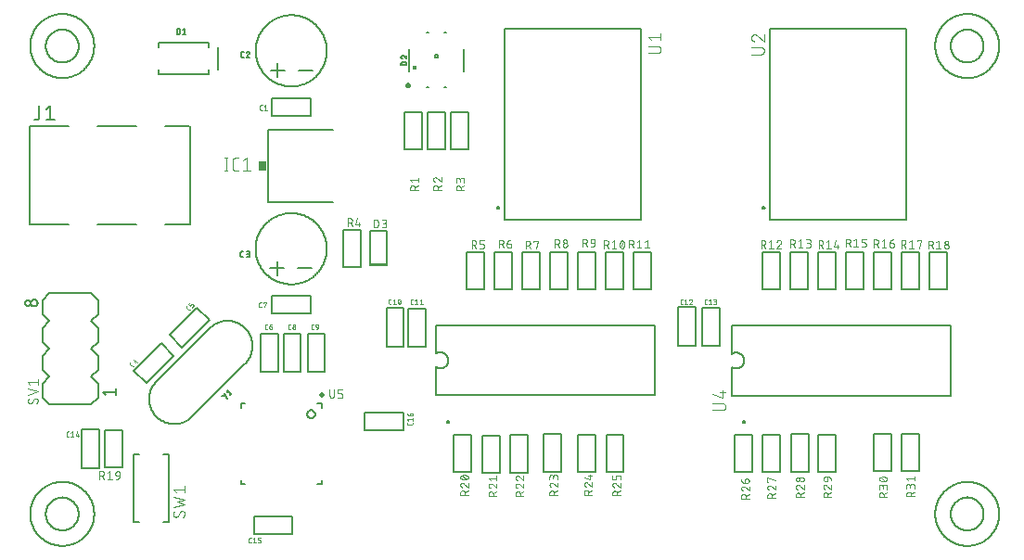
<source format=gbr>
G04 EAGLE Gerber RS-274X export*
G75*
%MOMM*%
%FSLAX34Y34*%
%LPD*%
%INSilkscreen Top*%
%IPPOS*%
%AMOC8*
5,1,8,0,0,1.08239X$1,22.5*%
G01*
%ADD10C,0.200000*%
%ADD11C,0.050800*%
%ADD12C,0.203200*%
%ADD13C,0.127000*%
%ADD14C,0.152400*%
%ADD15C,0.076200*%
%ADD16C,0.447200*%
%ADD17C,0.254000*%
%ADD18R,0.762000X0.863600*%
%ADD19C,0.101600*%
%ADD20C,0.508000*%


D10*
X255600Y423000D02*
X220600Y423000D01*
X220600Y407000D01*
X255600Y407000D01*
X255600Y423000D01*
D11*
X211682Y412254D02*
X210684Y412254D01*
X210624Y412256D01*
X210564Y412261D01*
X210504Y412270D01*
X210445Y412283D01*
X210387Y412299D01*
X210330Y412319D01*
X210274Y412342D01*
X210220Y412368D01*
X210168Y412398D01*
X210117Y412431D01*
X210069Y412466D01*
X210022Y412505D01*
X209978Y412546D01*
X209937Y412590D01*
X209898Y412637D01*
X209863Y412685D01*
X209830Y412736D01*
X209800Y412788D01*
X209774Y412842D01*
X209751Y412898D01*
X209731Y412955D01*
X209715Y413013D01*
X209702Y413072D01*
X209693Y413132D01*
X209688Y413192D01*
X209686Y413252D01*
X209686Y415748D01*
X209688Y415811D01*
X209694Y415873D01*
X209704Y415935D01*
X209717Y415996D01*
X209735Y416056D01*
X209756Y416115D01*
X209781Y416173D01*
X209809Y416229D01*
X209841Y416283D01*
X209877Y416335D01*
X209915Y416384D01*
X209956Y416431D01*
X210001Y416475D01*
X210048Y416517D01*
X210097Y416555D01*
X210149Y416591D01*
X210203Y416623D01*
X210259Y416651D01*
X210317Y416676D01*
X210376Y416697D01*
X210436Y416715D01*
X210497Y416728D01*
X210559Y416738D01*
X210621Y416744D01*
X210684Y416746D01*
X211682Y416746D01*
X213450Y415748D02*
X214698Y416746D01*
X214698Y412254D01*
X213450Y412254D02*
X215946Y412254D01*
D10*
X152071Y231685D02*
X127322Y206936D01*
X138636Y195622D01*
X163385Y220371D01*
X152071Y231685D01*
D11*
X146435Y230709D02*
X145729Y230003D01*
X145683Y229960D01*
X145635Y229920D01*
X145584Y229884D01*
X145531Y229850D01*
X145476Y229820D01*
X145419Y229793D01*
X145361Y229770D01*
X145301Y229751D01*
X145241Y229735D01*
X145179Y229723D01*
X145117Y229715D01*
X145054Y229711D01*
X144992Y229711D01*
X144929Y229715D01*
X144867Y229723D01*
X144805Y229735D01*
X144745Y229751D01*
X144685Y229770D01*
X144627Y229793D01*
X144570Y229820D01*
X144515Y229850D01*
X144462Y229884D01*
X144411Y229920D01*
X144363Y229960D01*
X144317Y230003D01*
X142553Y231768D01*
X142552Y231768D02*
X142509Y231814D01*
X142469Y231862D01*
X142433Y231913D01*
X142399Y231966D01*
X142369Y232021D01*
X142342Y232078D01*
X142319Y232136D01*
X142300Y232196D01*
X142284Y232256D01*
X142272Y232318D01*
X142264Y232380D01*
X142260Y232443D01*
X142260Y232505D01*
X142264Y232568D01*
X142272Y232630D01*
X142284Y232692D01*
X142300Y232752D01*
X142319Y232812D01*
X142342Y232870D01*
X142369Y232927D01*
X142399Y232982D01*
X142433Y233035D01*
X142469Y233086D01*
X142509Y233134D01*
X142552Y233180D01*
X142553Y233180D02*
X143258Y233886D01*
X147685Y231960D02*
X148744Y233018D01*
X148785Y233062D01*
X148824Y233109D01*
X148859Y233157D01*
X148892Y233208D01*
X148922Y233260D01*
X148948Y233314D01*
X148971Y233370D01*
X148991Y233427D01*
X149007Y233485D01*
X149020Y233544D01*
X149029Y233604D01*
X149034Y233664D01*
X149036Y233724D01*
X149034Y233784D01*
X149029Y233844D01*
X149020Y233904D01*
X149007Y233963D01*
X148991Y234021D01*
X148971Y234078D01*
X148948Y234134D01*
X148922Y234188D01*
X148892Y234240D01*
X148859Y234291D01*
X148824Y234339D01*
X148785Y234386D01*
X148744Y234430D01*
X148391Y234783D01*
X148345Y234826D01*
X148297Y234866D01*
X148246Y234902D01*
X148193Y234936D01*
X148138Y234966D01*
X148081Y234993D01*
X148023Y235016D01*
X147963Y235035D01*
X147903Y235051D01*
X147841Y235063D01*
X147779Y235071D01*
X147716Y235075D01*
X147654Y235075D01*
X147591Y235071D01*
X147529Y235063D01*
X147467Y235051D01*
X147407Y235035D01*
X147347Y235016D01*
X147289Y234993D01*
X147232Y234966D01*
X147177Y234936D01*
X147124Y234902D01*
X147073Y234866D01*
X147025Y234826D01*
X146979Y234783D01*
X145921Y233724D01*
X144509Y235136D01*
X146273Y236901D01*
D10*
X130678Y187964D02*
X105929Y163215D01*
X130678Y187964D02*
X119364Y199278D01*
X94615Y174529D01*
X105929Y163215D01*
D11*
X94432Y178705D02*
X95138Y179411D01*
X94432Y178705D02*
X94386Y178662D01*
X94338Y178622D01*
X94287Y178586D01*
X94234Y178552D01*
X94179Y178522D01*
X94122Y178495D01*
X94064Y178472D01*
X94004Y178453D01*
X93944Y178437D01*
X93882Y178425D01*
X93820Y178417D01*
X93757Y178413D01*
X93695Y178413D01*
X93632Y178417D01*
X93570Y178425D01*
X93508Y178437D01*
X93448Y178453D01*
X93388Y178472D01*
X93330Y178495D01*
X93273Y178522D01*
X93218Y178552D01*
X93165Y178586D01*
X93114Y178622D01*
X93066Y178662D01*
X93020Y178705D01*
X93021Y178705D02*
X91256Y180470D01*
X91213Y180516D01*
X91173Y180564D01*
X91137Y180615D01*
X91103Y180668D01*
X91073Y180723D01*
X91046Y180780D01*
X91023Y180838D01*
X91004Y180898D01*
X90988Y180958D01*
X90976Y181020D01*
X90968Y181082D01*
X90964Y181145D01*
X90964Y181207D01*
X90968Y181270D01*
X90976Y181332D01*
X90988Y181394D01*
X91004Y181454D01*
X91023Y181514D01*
X91046Y181572D01*
X91073Y181629D01*
X91103Y181684D01*
X91137Y181737D01*
X91173Y181788D01*
X91213Y181836D01*
X91256Y181882D01*
X91962Y182587D01*
X93918Y184544D02*
X95683Y181367D01*
X97447Y183132D01*
X96212Y183308D02*
X97624Y181897D01*
D10*
X47000Y120500D02*
X47000Y85500D01*
X63000Y85500D01*
X63000Y120500D01*
X47000Y120500D01*
D11*
X35150Y114254D02*
X34152Y114254D01*
X34092Y114256D01*
X34032Y114261D01*
X33972Y114270D01*
X33913Y114283D01*
X33855Y114299D01*
X33798Y114319D01*
X33742Y114342D01*
X33688Y114368D01*
X33636Y114398D01*
X33585Y114431D01*
X33537Y114466D01*
X33490Y114505D01*
X33446Y114546D01*
X33405Y114590D01*
X33366Y114637D01*
X33331Y114685D01*
X33298Y114736D01*
X33268Y114788D01*
X33242Y114842D01*
X33219Y114898D01*
X33199Y114955D01*
X33183Y115013D01*
X33170Y115072D01*
X33161Y115132D01*
X33156Y115192D01*
X33154Y115252D01*
X33154Y117748D01*
X33156Y117811D01*
X33162Y117873D01*
X33172Y117935D01*
X33185Y117996D01*
X33203Y118056D01*
X33224Y118115D01*
X33249Y118173D01*
X33277Y118229D01*
X33309Y118283D01*
X33345Y118335D01*
X33383Y118384D01*
X33424Y118431D01*
X33469Y118475D01*
X33516Y118517D01*
X33565Y118555D01*
X33617Y118591D01*
X33671Y118623D01*
X33727Y118651D01*
X33785Y118676D01*
X33844Y118697D01*
X33904Y118715D01*
X33965Y118728D01*
X34027Y118738D01*
X34089Y118744D01*
X34152Y118746D01*
X35150Y118746D01*
X36919Y117748D02*
X38167Y118746D01*
X38167Y114254D01*
X39414Y114254D02*
X36919Y114254D01*
X41419Y115252D02*
X42417Y118746D01*
X41419Y115252D02*
X43914Y115252D01*
X43166Y116250D02*
X43166Y114254D01*
D10*
X341000Y196400D02*
X341000Y231400D01*
X325000Y231400D01*
X325000Y196400D01*
X341000Y196400D01*
D11*
X329182Y235254D02*
X328184Y235254D01*
X328124Y235256D01*
X328064Y235261D01*
X328004Y235270D01*
X327945Y235283D01*
X327887Y235299D01*
X327830Y235319D01*
X327774Y235342D01*
X327720Y235368D01*
X327668Y235398D01*
X327617Y235431D01*
X327569Y235466D01*
X327522Y235505D01*
X327478Y235546D01*
X327437Y235590D01*
X327398Y235637D01*
X327363Y235685D01*
X327330Y235736D01*
X327300Y235788D01*
X327274Y235842D01*
X327251Y235898D01*
X327231Y235955D01*
X327215Y236013D01*
X327202Y236072D01*
X327193Y236132D01*
X327188Y236192D01*
X327186Y236252D01*
X327186Y238748D01*
X327188Y238811D01*
X327194Y238873D01*
X327204Y238935D01*
X327217Y238996D01*
X327235Y239056D01*
X327256Y239115D01*
X327281Y239173D01*
X327309Y239229D01*
X327341Y239283D01*
X327377Y239335D01*
X327415Y239384D01*
X327456Y239431D01*
X327501Y239475D01*
X327548Y239517D01*
X327597Y239555D01*
X327649Y239591D01*
X327703Y239623D01*
X327759Y239651D01*
X327817Y239676D01*
X327876Y239697D01*
X327936Y239715D01*
X327997Y239728D01*
X328059Y239738D01*
X328121Y239744D01*
X328184Y239746D01*
X329182Y239746D01*
X330951Y238748D02*
X332198Y239746D01*
X332198Y235254D01*
X330951Y235254D02*
X333446Y235254D01*
X335450Y237500D02*
X335452Y237620D01*
X335458Y237740D01*
X335467Y237859D01*
X335481Y237978D01*
X335498Y238097D01*
X335520Y238215D01*
X335545Y238332D01*
X335574Y238449D01*
X335606Y238564D01*
X335643Y238679D01*
X335683Y238792D01*
X335726Y238903D01*
X335774Y239014D01*
X335824Y239122D01*
X335825Y239122D02*
X335846Y239179D01*
X335871Y239233D01*
X335900Y239287D01*
X335932Y239338D01*
X335967Y239387D01*
X336005Y239433D01*
X336047Y239477D01*
X336091Y239518D01*
X336137Y239556D01*
X336186Y239591D01*
X336238Y239623D01*
X336291Y239651D01*
X336346Y239676D01*
X336402Y239697D01*
X336460Y239715D01*
X336518Y239728D01*
X336578Y239738D01*
X336638Y239744D01*
X336698Y239746D01*
X336758Y239744D01*
X336818Y239738D01*
X336878Y239728D01*
X336936Y239715D01*
X336994Y239697D01*
X337050Y239676D01*
X337105Y239651D01*
X337158Y239623D01*
X337210Y239591D01*
X337259Y239556D01*
X337305Y239518D01*
X337349Y239477D01*
X337391Y239433D01*
X337429Y239387D01*
X337464Y239338D01*
X337496Y239287D01*
X337525Y239233D01*
X337550Y239179D01*
X337571Y239122D01*
X337572Y239122D02*
X337622Y239014D01*
X337670Y238903D01*
X337713Y238792D01*
X337753Y238679D01*
X337790Y238564D01*
X337822Y238449D01*
X337851Y238332D01*
X337876Y238215D01*
X337898Y238097D01*
X337915Y237978D01*
X337929Y237859D01*
X337938Y237740D01*
X337944Y237620D01*
X337946Y237500D01*
X335450Y237500D02*
X335452Y237380D01*
X335458Y237260D01*
X335467Y237141D01*
X335481Y237022D01*
X335498Y236903D01*
X335520Y236785D01*
X335545Y236668D01*
X335574Y236551D01*
X335606Y236436D01*
X335643Y236322D01*
X335683Y236208D01*
X335726Y236097D01*
X335774Y235987D01*
X335824Y235878D01*
X335825Y235878D02*
X335846Y235821D01*
X335871Y235767D01*
X335900Y235713D01*
X335932Y235662D01*
X335967Y235613D01*
X336005Y235567D01*
X336047Y235523D01*
X336091Y235482D01*
X336137Y235444D01*
X336186Y235409D01*
X336238Y235377D01*
X336291Y235349D01*
X336346Y235324D01*
X336402Y235303D01*
X336460Y235285D01*
X336518Y235272D01*
X336578Y235262D01*
X336638Y235256D01*
X336698Y235254D01*
X337572Y235878D02*
X337622Y235987D01*
X337670Y236097D01*
X337713Y236208D01*
X337753Y236322D01*
X337790Y236436D01*
X337822Y236551D01*
X337851Y236668D01*
X337876Y236785D01*
X337898Y236903D01*
X337915Y237022D01*
X337929Y237141D01*
X337938Y237260D01*
X337944Y237380D01*
X337946Y237500D01*
X337571Y235878D02*
X337550Y235821D01*
X337525Y235766D01*
X337496Y235713D01*
X337464Y235662D01*
X337429Y235613D01*
X337391Y235567D01*
X337349Y235523D01*
X337305Y235482D01*
X337259Y235444D01*
X337210Y235409D01*
X337158Y235377D01*
X337105Y235349D01*
X337050Y235324D01*
X336994Y235303D01*
X336936Y235285D01*
X336878Y235272D01*
X336818Y235262D01*
X336758Y235256D01*
X336698Y235254D01*
X335700Y236252D02*
X337696Y238748D01*
D10*
X361000Y231300D02*
X361000Y196300D01*
X361000Y231300D02*
X345000Y231300D01*
X345000Y196300D01*
X361000Y196300D01*
D11*
X349282Y235254D02*
X348284Y235254D01*
X348224Y235256D01*
X348164Y235261D01*
X348104Y235270D01*
X348045Y235283D01*
X347987Y235299D01*
X347930Y235319D01*
X347874Y235342D01*
X347820Y235368D01*
X347768Y235398D01*
X347717Y235431D01*
X347669Y235466D01*
X347622Y235505D01*
X347578Y235546D01*
X347537Y235590D01*
X347498Y235637D01*
X347463Y235685D01*
X347430Y235736D01*
X347400Y235788D01*
X347374Y235842D01*
X347351Y235898D01*
X347331Y235955D01*
X347315Y236013D01*
X347302Y236072D01*
X347293Y236132D01*
X347288Y236192D01*
X347286Y236252D01*
X347286Y238748D01*
X347288Y238811D01*
X347294Y238873D01*
X347304Y238935D01*
X347317Y238996D01*
X347335Y239056D01*
X347356Y239115D01*
X347381Y239173D01*
X347409Y239229D01*
X347441Y239283D01*
X347477Y239335D01*
X347515Y239384D01*
X347556Y239431D01*
X347601Y239475D01*
X347648Y239517D01*
X347697Y239555D01*
X347749Y239591D01*
X347803Y239623D01*
X347859Y239651D01*
X347917Y239676D01*
X347976Y239697D01*
X348036Y239715D01*
X348097Y239728D01*
X348159Y239738D01*
X348221Y239744D01*
X348284Y239746D01*
X349282Y239746D01*
X351051Y238748D02*
X352298Y239746D01*
X352298Y235254D01*
X351051Y235254D02*
X353546Y235254D01*
X355550Y238748D02*
X356798Y239746D01*
X356798Y235254D01*
X355550Y235254D02*
X358046Y235254D01*
D10*
X607000Y232200D02*
X607000Y197200D01*
X607000Y232200D02*
X591000Y232200D01*
X591000Y197200D01*
X607000Y197200D01*
D11*
X595382Y235254D02*
X594384Y235254D01*
X594324Y235256D01*
X594264Y235261D01*
X594204Y235270D01*
X594145Y235283D01*
X594087Y235299D01*
X594030Y235319D01*
X593974Y235342D01*
X593920Y235368D01*
X593868Y235398D01*
X593817Y235431D01*
X593769Y235466D01*
X593722Y235505D01*
X593678Y235546D01*
X593637Y235590D01*
X593598Y235637D01*
X593563Y235685D01*
X593530Y235736D01*
X593500Y235788D01*
X593474Y235842D01*
X593451Y235898D01*
X593431Y235955D01*
X593415Y236013D01*
X593402Y236072D01*
X593393Y236132D01*
X593388Y236192D01*
X593386Y236252D01*
X593386Y238748D01*
X593388Y238811D01*
X593394Y238873D01*
X593404Y238935D01*
X593417Y238996D01*
X593435Y239056D01*
X593456Y239115D01*
X593481Y239173D01*
X593509Y239229D01*
X593541Y239283D01*
X593577Y239335D01*
X593615Y239384D01*
X593656Y239431D01*
X593701Y239475D01*
X593748Y239517D01*
X593797Y239555D01*
X593849Y239591D01*
X593903Y239623D01*
X593959Y239651D01*
X594017Y239676D01*
X594076Y239697D01*
X594136Y239715D01*
X594197Y239728D01*
X594259Y239738D01*
X594321Y239744D01*
X594384Y239746D01*
X595382Y239746D01*
X597151Y238748D02*
X598398Y239746D01*
X598398Y235254D01*
X597151Y235254D02*
X599646Y235254D01*
X603023Y239746D02*
X603088Y239744D01*
X603153Y239738D01*
X603218Y239729D01*
X603282Y239716D01*
X603345Y239699D01*
X603407Y239678D01*
X603468Y239654D01*
X603527Y239627D01*
X603585Y239596D01*
X603640Y239561D01*
X603694Y239524D01*
X603745Y239483D01*
X603794Y239440D01*
X603840Y239394D01*
X603883Y239345D01*
X603924Y239294D01*
X603961Y239240D01*
X603996Y239185D01*
X604027Y239127D01*
X604054Y239068D01*
X604078Y239007D01*
X604099Y238945D01*
X604116Y238882D01*
X604129Y238818D01*
X604138Y238753D01*
X604144Y238688D01*
X604146Y238623D01*
X603023Y239746D02*
X602950Y239744D01*
X602878Y239739D01*
X602806Y239730D01*
X602735Y239717D01*
X602664Y239701D01*
X602594Y239681D01*
X602525Y239657D01*
X602458Y239631D01*
X602392Y239601D01*
X602327Y239567D01*
X602265Y239531D01*
X602204Y239491D01*
X602145Y239448D01*
X602089Y239403D01*
X602035Y239354D01*
X601983Y239303D01*
X601934Y239250D01*
X601888Y239194D01*
X601844Y239136D01*
X601804Y239075D01*
X601767Y239013D01*
X601733Y238949D01*
X601702Y238883D01*
X601674Y238816D01*
X601650Y238748D01*
X603772Y237750D02*
X603818Y237796D01*
X603861Y237844D01*
X603902Y237895D01*
X603940Y237948D01*
X603975Y238003D01*
X604006Y238060D01*
X604035Y238118D01*
X604061Y238178D01*
X604083Y238239D01*
X604102Y238301D01*
X604118Y238365D01*
X604130Y238429D01*
X604139Y238493D01*
X604144Y238558D01*
X604146Y238623D01*
X603772Y237750D02*
X601650Y235254D01*
X604146Y235254D01*
D10*
X629000Y232100D02*
X629000Y197100D01*
X629000Y232100D02*
X613000Y232100D01*
X613000Y197100D01*
X629000Y197100D01*
D11*
X617482Y235254D02*
X616484Y235254D01*
X616424Y235256D01*
X616364Y235261D01*
X616304Y235270D01*
X616245Y235283D01*
X616187Y235299D01*
X616130Y235319D01*
X616074Y235342D01*
X616020Y235368D01*
X615968Y235398D01*
X615917Y235431D01*
X615869Y235466D01*
X615822Y235505D01*
X615778Y235546D01*
X615737Y235590D01*
X615698Y235637D01*
X615663Y235685D01*
X615630Y235736D01*
X615600Y235788D01*
X615574Y235842D01*
X615551Y235898D01*
X615531Y235955D01*
X615515Y236013D01*
X615502Y236072D01*
X615493Y236132D01*
X615488Y236192D01*
X615486Y236252D01*
X615486Y238748D01*
X615488Y238811D01*
X615494Y238873D01*
X615504Y238935D01*
X615517Y238996D01*
X615535Y239056D01*
X615556Y239115D01*
X615581Y239173D01*
X615609Y239229D01*
X615641Y239283D01*
X615677Y239335D01*
X615715Y239384D01*
X615756Y239431D01*
X615801Y239475D01*
X615848Y239517D01*
X615897Y239555D01*
X615949Y239591D01*
X616003Y239623D01*
X616059Y239651D01*
X616117Y239676D01*
X616176Y239697D01*
X616236Y239715D01*
X616297Y239728D01*
X616359Y239738D01*
X616421Y239744D01*
X616484Y239746D01*
X617482Y239746D01*
X619251Y238748D02*
X620498Y239746D01*
X620498Y235254D01*
X619251Y235254D02*
X621746Y235254D01*
X623750Y235254D02*
X624998Y235254D01*
X625067Y235256D01*
X625135Y235262D01*
X625203Y235271D01*
X625271Y235284D01*
X625338Y235301D01*
X625403Y235322D01*
X625468Y235346D01*
X625531Y235373D01*
X625592Y235404D01*
X625652Y235439D01*
X625709Y235476D01*
X625765Y235517D01*
X625818Y235561D01*
X625868Y235607D01*
X625916Y235657D01*
X625961Y235709D01*
X626004Y235763D01*
X626043Y235819D01*
X626079Y235878D01*
X626112Y235938D01*
X626141Y236001D01*
X626167Y236064D01*
X626189Y236129D01*
X626208Y236196D01*
X626223Y236263D01*
X626234Y236331D01*
X626242Y236399D01*
X626246Y236468D01*
X626246Y236536D01*
X626242Y236605D01*
X626234Y236673D01*
X626223Y236741D01*
X626208Y236808D01*
X626189Y236875D01*
X626167Y236940D01*
X626141Y237003D01*
X626112Y237066D01*
X626079Y237126D01*
X626043Y237185D01*
X626004Y237241D01*
X625961Y237295D01*
X625916Y237347D01*
X625868Y237397D01*
X625818Y237443D01*
X625765Y237487D01*
X625709Y237528D01*
X625652Y237565D01*
X625592Y237600D01*
X625531Y237631D01*
X625468Y237658D01*
X625403Y237682D01*
X625338Y237703D01*
X625271Y237720D01*
X625203Y237733D01*
X625135Y237742D01*
X625067Y237748D01*
X624998Y237750D01*
X625248Y239746D02*
X623750Y239746D01*
X625248Y239746D02*
X625309Y239744D01*
X625371Y239738D01*
X625431Y239729D01*
X625491Y239716D01*
X625551Y239699D01*
X625609Y239679D01*
X625665Y239655D01*
X625720Y239627D01*
X625773Y239597D01*
X625825Y239563D01*
X625874Y239526D01*
X625920Y239486D01*
X625964Y239443D01*
X626006Y239397D01*
X626044Y239349D01*
X626080Y239299D01*
X626112Y239247D01*
X626141Y239193D01*
X626167Y239137D01*
X626189Y239080D01*
X626208Y239021D01*
X626223Y238962D01*
X626234Y238901D01*
X626242Y238840D01*
X626246Y238779D01*
X626246Y238717D01*
X626242Y238656D01*
X626234Y238595D01*
X626223Y238534D01*
X626208Y238475D01*
X626189Y238416D01*
X626167Y238359D01*
X626141Y238303D01*
X626112Y238249D01*
X626080Y238197D01*
X626044Y238147D01*
X626006Y238099D01*
X625964Y238053D01*
X625920Y238010D01*
X625874Y237970D01*
X625825Y237933D01*
X625773Y237899D01*
X625720Y237869D01*
X625665Y237841D01*
X625609Y237817D01*
X625551Y237797D01*
X625491Y237780D01*
X625431Y237767D01*
X625371Y237758D01*
X625309Y237752D01*
X625248Y237750D01*
X624250Y237750D01*
D10*
X255700Y243000D02*
X220700Y243000D01*
X220700Y227000D01*
X255700Y227000D01*
X255700Y243000D01*
D11*
X210782Y232254D02*
X209784Y232254D01*
X209724Y232256D01*
X209664Y232261D01*
X209604Y232270D01*
X209545Y232283D01*
X209487Y232299D01*
X209430Y232319D01*
X209374Y232342D01*
X209320Y232368D01*
X209268Y232398D01*
X209217Y232431D01*
X209169Y232466D01*
X209122Y232505D01*
X209078Y232546D01*
X209037Y232590D01*
X208998Y232637D01*
X208963Y232685D01*
X208930Y232736D01*
X208900Y232788D01*
X208874Y232842D01*
X208851Y232898D01*
X208831Y232955D01*
X208815Y233013D01*
X208802Y233072D01*
X208793Y233132D01*
X208788Y233192D01*
X208786Y233252D01*
X208786Y235748D01*
X208788Y235811D01*
X208794Y235873D01*
X208804Y235935D01*
X208817Y235996D01*
X208835Y236056D01*
X208856Y236115D01*
X208881Y236173D01*
X208909Y236229D01*
X208941Y236283D01*
X208977Y236335D01*
X209015Y236384D01*
X209056Y236431D01*
X209101Y236475D01*
X209148Y236517D01*
X209197Y236555D01*
X209249Y236591D01*
X209303Y236623D01*
X209359Y236651D01*
X209417Y236676D01*
X209476Y236697D01*
X209536Y236715D01*
X209597Y236728D01*
X209659Y236738D01*
X209721Y236744D01*
X209784Y236746D01*
X210782Y236746D01*
X212550Y236746D02*
X212550Y236247D01*
X212550Y236746D02*
X215046Y236746D01*
X213798Y232254D01*
D12*
X205700Y466500D02*
X205710Y467298D01*
X205739Y468095D01*
X205788Y468891D01*
X205856Y469686D01*
X205944Y470478D01*
X206052Y471269D01*
X206178Y472056D01*
X206324Y472840D01*
X206490Y473621D01*
X206674Y474397D01*
X206877Y475168D01*
X207099Y475934D01*
X207340Y476695D01*
X207600Y477449D01*
X207878Y478197D01*
X208174Y478937D01*
X208488Y479670D01*
X208820Y480396D01*
X209170Y481112D01*
X209538Y481820D01*
X209922Y482519D01*
X210324Y483208D01*
X210742Y483887D01*
X211177Y484556D01*
X211628Y485214D01*
X212096Y485860D01*
X212579Y486495D01*
X213077Y487118D01*
X213591Y487728D01*
X214119Y488326D01*
X214662Y488910D01*
X215219Y489481D01*
X215790Y490038D01*
X216374Y490581D01*
X216972Y491109D01*
X217582Y491623D01*
X218205Y492121D01*
X218840Y492604D01*
X219486Y493072D01*
X220144Y493523D01*
X220813Y493958D01*
X221492Y494376D01*
X222181Y494778D01*
X222880Y495162D01*
X223588Y495530D01*
X224304Y495880D01*
X225030Y496212D01*
X225763Y496526D01*
X226503Y496822D01*
X227251Y497100D01*
X228005Y497360D01*
X228766Y497601D01*
X229532Y497823D01*
X230303Y498026D01*
X231079Y498210D01*
X231860Y498376D01*
X232644Y498522D01*
X233431Y498648D01*
X234222Y498756D01*
X235014Y498844D01*
X235809Y498912D01*
X236605Y498961D01*
X237402Y498990D01*
X238200Y499000D01*
X238998Y498990D01*
X239795Y498961D01*
X240591Y498912D01*
X241386Y498844D01*
X242178Y498756D01*
X242969Y498648D01*
X243756Y498522D01*
X244540Y498376D01*
X245321Y498210D01*
X246097Y498026D01*
X246868Y497823D01*
X247634Y497601D01*
X248395Y497360D01*
X249149Y497100D01*
X249897Y496822D01*
X250637Y496526D01*
X251370Y496212D01*
X252096Y495880D01*
X252812Y495530D01*
X253520Y495162D01*
X254219Y494778D01*
X254908Y494376D01*
X255587Y493958D01*
X256256Y493523D01*
X256914Y493072D01*
X257560Y492604D01*
X258195Y492121D01*
X258818Y491623D01*
X259428Y491109D01*
X260026Y490581D01*
X260610Y490038D01*
X261181Y489481D01*
X261738Y488910D01*
X262281Y488326D01*
X262809Y487728D01*
X263323Y487118D01*
X263821Y486495D01*
X264304Y485860D01*
X264772Y485214D01*
X265223Y484556D01*
X265658Y483887D01*
X266076Y483208D01*
X266478Y482519D01*
X266862Y481820D01*
X267230Y481112D01*
X267580Y480396D01*
X267912Y479670D01*
X268226Y478937D01*
X268522Y478197D01*
X268800Y477449D01*
X269060Y476695D01*
X269301Y475934D01*
X269523Y475168D01*
X269726Y474397D01*
X269910Y473621D01*
X270076Y472840D01*
X270222Y472056D01*
X270348Y471269D01*
X270456Y470478D01*
X270544Y469686D01*
X270612Y468891D01*
X270661Y468095D01*
X270690Y467298D01*
X270700Y466500D01*
X270690Y465702D01*
X270661Y464905D01*
X270612Y464109D01*
X270544Y463314D01*
X270456Y462522D01*
X270348Y461731D01*
X270222Y460944D01*
X270076Y460160D01*
X269910Y459379D01*
X269726Y458603D01*
X269523Y457832D01*
X269301Y457066D01*
X269060Y456305D01*
X268800Y455551D01*
X268522Y454803D01*
X268226Y454063D01*
X267912Y453330D01*
X267580Y452604D01*
X267230Y451888D01*
X266862Y451180D01*
X266478Y450481D01*
X266076Y449792D01*
X265658Y449113D01*
X265223Y448444D01*
X264772Y447786D01*
X264304Y447140D01*
X263821Y446505D01*
X263323Y445882D01*
X262809Y445272D01*
X262281Y444674D01*
X261738Y444090D01*
X261181Y443519D01*
X260610Y442962D01*
X260026Y442419D01*
X259428Y441891D01*
X258818Y441377D01*
X258195Y440879D01*
X257560Y440396D01*
X256914Y439928D01*
X256256Y439477D01*
X255587Y439042D01*
X254908Y438624D01*
X254219Y438222D01*
X253520Y437838D01*
X252812Y437470D01*
X252096Y437120D01*
X251370Y436788D01*
X250637Y436474D01*
X249897Y436178D01*
X249149Y435900D01*
X248395Y435640D01*
X247634Y435399D01*
X246868Y435177D01*
X246097Y434974D01*
X245321Y434790D01*
X244540Y434624D01*
X243756Y434478D01*
X242969Y434352D01*
X242178Y434244D01*
X241386Y434156D01*
X240591Y434088D01*
X239795Y434039D01*
X238998Y434010D01*
X238200Y434000D01*
X237402Y434010D01*
X236605Y434039D01*
X235809Y434088D01*
X235014Y434156D01*
X234222Y434244D01*
X233431Y434352D01*
X232644Y434478D01*
X231860Y434624D01*
X231079Y434790D01*
X230303Y434974D01*
X229532Y435177D01*
X228766Y435399D01*
X228005Y435640D01*
X227251Y435900D01*
X226503Y436178D01*
X225763Y436474D01*
X225030Y436788D01*
X224304Y437120D01*
X223588Y437470D01*
X222880Y437838D01*
X222181Y438222D01*
X221492Y438624D01*
X220813Y439042D01*
X220144Y439477D01*
X219486Y439928D01*
X218840Y440396D01*
X218205Y440879D01*
X217582Y441377D01*
X216972Y441891D01*
X216374Y442419D01*
X215790Y442962D01*
X215219Y443519D01*
X214662Y444090D01*
X214119Y444674D01*
X213591Y445272D01*
X213077Y445882D01*
X212579Y446505D01*
X212096Y447140D01*
X211628Y447786D01*
X211177Y448444D01*
X210742Y449113D01*
X210324Y449792D01*
X209922Y450481D01*
X209538Y451180D01*
X209170Y451888D01*
X208820Y452604D01*
X208488Y453330D01*
X208174Y454063D01*
X207878Y454803D01*
X207600Y455551D01*
X207340Y456305D01*
X207099Y457066D01*
X206877Y457832D01*
X206674Y458603D01*
X206490Y459379D01*
X206324Y460160D01*
X206178Y460944D01*
X206052Y461731D01*
X205944Y462522D01*
X205856Y463314D01*
X205788Y464109D01*
X205739Y464905D01*
X205710Y465702D01*
X205700Y466500D01*
X244550Y448720D02*
X257250Y448720D01*
X231850Y448720D02*
X219150Y448720D01*
X225500Y442370D02*
X225500Y455070D01*
D13*
X194704Y460749D02*
X193632Y460749D01*
X193567Y460751D01*
X193503Y460757D01*
X193439Y460767D01*
X193375Y460780D01*
X193313Y460798D01*
X193252Y460819D01*
X193192Y460843D01*
X193134Y460872D01*
X193077Y460904D01*
X193023Y460939D01*
X192971Y460977D01*
X192921Y461019D01*
X192874Y461063D01*
X192830Y461110D01*
X192788Y461160D01*
X192750Y461212D01*
X192715Y461266D01*
X192683Y461323D01*
X192654Y461381D01*
X192630Y461441D01*
X192609Y461502D01*
X192591Y461564D01*
X192578Y461628D01*
X192568Y461692D01*
X192562Y461756D01*
X192560Y461821D01*
X192559Y461821D02*
X192559Y464503D01*
X192560Y464503D02*
X192562Y464568D01*
X192568Y464632D01*
X192578Y464696D01*
X192591Y464760D01*
X192609Y464822D01*
X192630Y464883D01*
X192654Y464943D01*
X192683Y465001D01*
X192715Y465058D01*
X192750Y465112D01*
X192788Y465164D01*
X192830Y465214D01*
X192874Y465261D01*
X192921Y465305D01*
X192971Y465347D01*
X193023Y465385D01*
X193077Y465420D01*
X193134Y465452D01*
X193192Y465481D01*
X193252Y465505D01*
X193313Y465526D01*
X193375Y465544D01*
X193439Y465557D01*
X193503Y465567D01*
X193567Y465573D01*
X193632Y465575D01*
X194704Y465575D01*
X198634Y465575D02*
X198702Y465573D01*
X198769Y465567D01*
X198836Y465558D01*
X198903Y465545D01*
X198968Y465528D01*
X199033Y465507D01*
X199096Y465483D01*
X199158Y465455D01*
X199218Y465424D01*
X199276Y465390D01*
X199332Y465352D01*
X199387Y465312D01*
X199438Y465268D01*
X199487Y465221D01*
X199534Y465172D01*
X199578Y465121D01*
X199618Y465066D01*
X199656Y465010D01*
X199690Y464952D01*
X199721Y464892D01*
X199749Y464830D01*
X199773Y464767D01*
X199794Y464702D01*
X199811Y464637D01*
X199824Y464570D01*
X199833Y464503D01*
X199839Y464436D01*
X199841Y464368D01*
X198634Y465575D02*
X198556Y465573D01*
X198478Y465567D01*
X198401Y465557D01*
X198324Y465544D01*
X198248Y465526D01*
X198173Y465505D01*
X198099Y465480D01*
X198027Y465451D01*
X197956Y465419D01*
X197887Y465383D01*
X197819Y465344D01*
X197754Y465301D01*
X197691Y465255D01*
X197630Y465206D01*
X197572Y465154D01*
X197517Y465099D01*
X197464Y465042D01*
X197415Y464982D01*
X197368Y464919D01*
X197325Y464855D01*
X197285Y464788D01*
X197248Y464719D01*
X197215Y464648D01*
X197185Y464576D01*
X197159Y464503D01*
X199439Y463430D02*
X199488Y463479D01*
X199535Y463531D01*
X199578Y463586D01*
X199619Y463643D01*
X199657Y463702D01*
X199691Y463763D01*
X199722Y463826D01*
X199750Y463890D01*
X199774Y463956D01*
X199794Y464022D01*
X199811Y464090D01*
X199824Y464159D01*
X199833Y464228D01*
X199839Y464298D01*
X199841Y464368D01*
X199439Y463430D02*
X197160Y460749D01*
X199841Y460749D01*
D12*
X205600Y285700D02*
X205610Y286498D01*
X205639Y287295D01*
X205688Y288091D01*
X205756Y288886D01*
X205844Y289678D01*
X205952Y290469D01*
X206078Y291256D01*
X206224Y292040D01*
X206390Y292821D01*
X206574Y293597D01*
X206777Y294368D01*
X206999Y295134D01*
X207240Y295895D01*
X207500Y296649D01*
X207778Y297397D01*
X208074Y298137D01*
X208388Y298870D01*
X208720Y299596D01*
X209070Y300312D01*
X209438Y301020D01*
X209822Y301719D01*
X210224Y302408D01*
X210642Y303087D01*
X211077Y303756D01*
X211528Y304414D01*
X211996Y305060D01*
X212479Y305695D01*
X212977Y306318D01*
X213491Y306928D01*
X214019Y307526D01*
X214562Y308110D01*
X215119Y308681D01*
X215690Y309238D01*
X216274Y309781D01*
X216872Y310309D01*
X217482Y310823D01*
X218105Y311321D01*
X218740Y311804D01*
X219386Y312272D01*
X220044Y312723D01*
X220713Y313158D01*
X221392Y313576D01*
X222081Y313978D01*
X222780Y314362D01*
X223488Y314730D01*
X224204Y315080D01*
X224930Y315412D01*
X225663Y315726D01*
X226403Y316022D01*
X227151Y316300D01*
X227905Y316560D01*
X228666Y316801D01*
X229432Y317023D01*
X230203Y317226D01*
X230979Y317410D01*
X231760Y317576D01*
X232544Y317722D01*
X233331Y317848D01*
X234122Y317956D01*
X234914Y318044D01*
X235709Y318112D01*
X236505Y318161D01*
X237302Y318190D01*
X238100Y318200D01*
X238898Y318190D01*
X239695Y318161D01*
X240491Y318112D01*
X241286Y318044D01*
X242078Y317956D01*
X242869Y317848D01*
X243656Y317722D01*
X244440Y317576D01*
X245221Y317410D01*
X245997Y317226D01*
X246768Y317023D01*
X247534Y316801D01*
X248295Y316560D01*
X249049Y316300D01*
X249797Y316022D01*
X250537Y315726D01*
X251270Y315412D01*
X251996Y315080D01*
X252712Y314730D01*
X253420Y314362D01*
X254119Y313978D01*
X254808Y313576D01*
X255487Y313158D01*
X256156Y312723D01*
X256814Y312272D01*
X257460Y311804D01*
X258095Y311321D01*
X258718Y310823D01*
X259328Y310309D01*
X259926Y309781D01*
X260510Y309238D01*
X261081Y308681D01*
X261638Y308110D01*
X262181Y307526D01*
X262709Y306928D01*
X263223Y306318D01*
X263721Y305695D01*
X264204Y305060D01*
X264672Y304414D01*
X265123Y303756D01*
X265558Y303087D01*
X265976Y302408D01*
X266378Y301719D01*
X266762Y301020D01*
X267130Y300312D01*
X267480Y299596D01*
X267812Y298870D01*
X268126Y298137D01*
X268422Y297397D01*
X268700Y296649D01*
X268960Y295895D01*
X269201Y295134D01*
X269423Y294368D01*
X269626Y293597D01*
X269810Y292821D01*
X269976Y292040D01*
X270122Y291256D01*
X270248Y290469D01*
X270356Y289678D01*
X270444Y288886D01*
X270512Y288091D01*
X270561Y287295D01*
X270590Y286498D01*
X270600Y285700D01*
X270590Y284902D01*
X270561Y284105D01*
X270512Y283309D01*
X270444Y282514D01*
X270356Y281722D01*
X270248Y280931D01*
X270122Y280144D01*
X269976Y279360D01*
X269810Y278579D01*
X269626Y277803D01*
X269423Y277032D01*
X269201Y276266D01*
X268960Y275505D01*
X268700Y274751D01*
X268422Y274003D01*
X268126Y273263D01*
X267812Y272530D01*
X267480Y271804D01*
X267130Y271088D01*
X266762Y270380D01*
X266378Y269681D01*
X265976Y268992D01*
X265558Y268313D01*
X265123Y267644D01*
X264672Y266986D01*
X264204Y266340D01*
X263721Y265705D01*
X263223Y265082D01*
X262709Y264472D01*
X262181Y263874D01*
X261638Y263290D01*
X261081Y262719D01*
X260510Y262162D01*
X259926Y261619D01*
X259328Y261091D01*
X258718Y260577D01*
X258095Y260079D01*
X257460Y259596D01*
X256814Y259128D01*
X256156Y258677D01*
X255487Y258242D01*
X254808Y257824D01*
X254119Y257422D01*
X253420Y257038D01*
X252712Y256670D01*
X251996Y256320D01*
X251270Y255988D01*
X250537Y255674D01*
X249797Y255378D01*
X249049Y255100D01*
X248295Y254840D01*
X247534Y254599D01*
X246768Y254377D01*
X245997Y254174D01*
X245221Y253990D01*
X244440Y253824D01*
X243656Y253678D01*
X242869Y253552D01*
X242078Y253444D01*
X241286Y253356D01*
X240491Y253288D01*
X239695Y253239D01*
X238898Y253210D01*
X238100Y253200D01*
X237302Y253210D01*
X236505Y253239D01*
X235709Y253288D01*
X234914Y253356D01*
X234122Y253444D01*
X233331Y253552D01*
X232544Y253678D01*
X231760Y253824D01*
X230979Y253990D01*
X230203Y254174D01*
X229432Y254377D01*
X228666Y254599D01*
X227905Y254840D01*
X227151Y255100D01*
X226403Y255378D01*
X225663Y255674D01*
X224930Y255988D01*
X224204Y256320D01*
X223488Y256670D01*
X222780Y257038D01*
X222081Y257422D01*
X221392Y257824D01*
X220713Y258242D01*
X220044Y258677D01*
X219386Y259128D01*
X218740Y259596D01*
X218105Y260079D01*
X217482Y260577D01*
X216872Y261091D01*
X216274Y261619D01*
X215690Y262162D01*
X215119Y262719D01*
X214562Y263290D01*
X214019Y263874D01*
X213491Y264472D01*
X212977Y265082D01*
X212479Y265705D01*
X211996Y266340D01*
X211528Y266986D01*
X211077Y267644D01*
X210642Y268313D01*
X210224Y268992D01*
X209822Y269681D01*
X209438Y270380D01*
X209070Y271088D01*
X208720Y271804D01*
X208388Y272530D01*
X208074Y273263D01*
X207778Y274003D01*
X207500Y274751D01*
X207240Y275505D01*
X206999Y276266D01*
X206777Y277032D01*
X206574Y277803D01*
X206390Y278579D01*
X206224Y279360D01*
X206078Y280144D01*
X205952Y280931D01*
X205844Y281722D01*
X205756Y282514D01*
X205688Y283309D01*
X205639Y284105D01*
X205610Y284902D01*
X205600Y285700D01*
X244450Y267920D02*
X257150Y267920D01*
X231750Y267920D02*
X219050Y267920D01*
X225400Y261570D02*
X225400Y274270D01*
D14*
X194371Y278172D02*
X193154Y278172D01*
X193086Y278174D01*
X193018Y278180D01*
X192950Y278189D01*
X192883Y278203D01*
X192817Y278220D01*
X192752Y278240D01*
X192688Y278265D01*
X192626Y278293D01*
X192565Y278324D01*
X192507Y278359D01*
X192450Y278396D01*
X192395Y278438D01*
X192343Y278482D01*
X192293Y278528D01*
X192247Y278578D01*
X192203Y278630D01*
X192161Y278685D01*
X192124Y278742D01*
X192089Y278800D01*
X192058Y278861D01*
X192030Y278923D01*
X192005Y278987D01*
X191985Y279052D01*
X191968Y279118D01*
X191954Y279185D01*
X191945Y279253D01*
X191939Y279321D01*
X191937Y279389D01*
X191937Y282431D01*
X191939Y282499D01*
X191945Y282567D01*
X191954Y282635D01*
X191968Y282702D01*
X191985Y282768D01*
X192005Y282833D01*
X192030Y282897D01*
X192058Y282959D01*
X192089Y283020D01*
X192124Y283078D01*
X192161Y283135D01*
X192203Y283190D01*
X192247Y283242D01*
X192293Y283292D01*
X192343Y283338D01*
X192395Y283382D01*
X192450Y283424D01*
X192506Y283461D01*
X192565Y283496D01*
X192626Y283527D01*
X192688Y283555D01*
X192752Y283580D01*
X192817Y283600D01*
X192883Y283617D01*
X192950Y283631D01*
X193018Y283640D01*
X193086Y283646D01*
X193154Y283648D01*
X194371Y283648D01*
X197221Y278172D02*
X198742Y278172D01*
X198819Y278174D01*
X198896Y278180D01*
X198972Y278190D01*
X199048Y278203D01*
X199123Y278221D01*
X199197Y278242D01*
X199270Y278267D01*
X199342Y278295D01*
X199412Y278327D01*
X199480Y278363D01*
X199547Y278402D01*
X199611Y278445D01*
X199673Y278490D01*
X199733Y278539D01*
X199790Y278591D01*
X199844Y278645D01*
X199896Y278702D01*
X199945Y278762D01*
X199990Y278824D01*
X200033Y278888D01*
X200072Y278955D01*
X200108Y279023D01*
X200140Y279093D01*
X200168Y279165D01*
X200193Y279238D01*
X200214Y279312D01*
X200232Y279387D01*
X200245Y279463D01*
X200255Y279539D01*
X200261Y279616D01*
X200263Y279693D01*
X200261Y279770D01*
X200255Y279847D01*
X200245Y279923D01*
X200232Y279999D01*
X200214Y280074D01*
X200193Y280148D01*
X200168Y280221D01*
X200140Y280293D01*
X200108Y280363D01*
X200072Y280431D01*
X200033Y280498D01*
X199990Y280562D01*
X199945Y280624D01*
X199896Y280684D01*
X199844Y280741D01*
X199790Y280795D01*
X199733Y280847D01*
X199673Y280896D01*
X199611Y280941D01*
X199547Y280984D01*
X199480Y281023D01*
X199412Y281059D01*
X199342Y281091D01*
X199270Y281119D01*
X199197Y281144D01*
X199123Y281165D01*
X199048Y281183D01*
X198972Y281196D01*
X198896Y281206D01*
X198819Y281212D01*
X198742Y281214D01*
X199046Y283648D02*
X197221Y283648D01*
X199046Y283648D02*
X199114Y283646D01*
X199182Y283640D01*
X199250Y283631D01*
X199317Y283617D01*
X199383Y283600D01*
X199448Y283580D01*
X199512Y283555D01*
X199574Y283527D01*
X199635Y283496D01*
X199693Y283461D01*
X199750Y283424D01*
X199805Y283382D01*
X199857Y283338D01*
X199907Y283292D01*
X199953Y283242D01*
X199997Y283190D01*
X200039Y283135D01*
X200076Y283078D01*
X200111Y283020D01*
X200142Y282959D01*
X200170Y282897D01*
X200195Y282833D01*
X200215Y282768D01*
X200232Y282702D01*
X200246Y282635D01*
X200255Y282567D01*
X200261Y282499D01*
X200263Y282431D01*
X200261Y282363D01*
X200255Y282295D01*
X200246Y282227D01*
X200232Y282160D01*
X200215Y282094D01*
X200195Y282029D01*
X200170Y281965D01*
X200142Y281903D01*
X200111Y281842D01*
X200076Y281784D01*
X200039Y281727D01*
X199997Y281672D01*
X199953Y281620D01*
X199907Y281570D01*
X199857Y281524D01*
X199805Y281480D01*
X199750Y281438D01*
X199693Y281401D01*
X199635Y281366D01*
X199574Y281335D01*
X199512Y281307D01*
X199448Y281282D01*
X199383Y281262D01*
X199317Y281245D01*
X199250Y281231D01*
X199182Y281222D01*
X199114Y281216D01*
X199046Y281214D01*
X197829Y281214D01*
D10*
X305200Y120000D02*
X340200Y120000D01*
X340200Y136000D01*
X305200Y136000D01*
X305200Y120000D01*
D11*
X348746Y125852D02*
X348746Y126850D01*
X348746Y125852D02*
X348744Y125789D01*
X348738Y125727D01*
X348728Y125665D01*
X348715Y125604D01*
X348697Y125544D01*
X348676Y125485D01*
X348651Y125427D01*
X348623Y125371D01*
X348591Y125317D01*
X348555Y125265D01*
X348517Y125216D01*
X348476Y125169D01*
X348431Y125125D01*
X348384Y125083D01*
X348335Y125045D01*
X348283Y125009D01*
X348229Y124977D01*
X348173Y124949D01*
X348115Y124924D01*
X348056Y124903D01*
X347996Y124885D01*
X347935Y124872D01*
X347873Y124862D01*
X347811Y124856D01*
X347748Y124854D01*
X345252Y124854D01*
X345189Y124856D01*
X345127Y124862D01*
X345065Y124872D01*
X345004Y124885D01*
X344944Y124903D01*
X344885Y124924D01*
X344827Y124949D01*
X344771Y124977D01*
X344717Y125009D01*
X344665Y125045D01*
X344616Y125083D01*
X344569Y125124D01*
X344525Y125169D01*
X344483Y125216D01*
X344445Y125265D01*
X344409Y125317D01*
X344377Y125371D01*
X344349Y125427D01*
X344324Y125485D01*
X344303Y125544D01*
X344285Y125604D01*
X344272Y125665D01*
X344262Y125727D01*
X344256Y125789D01*
X344254Y125852D01*
X344254Y126850D01*
X345252Y128619D02*
X344254Y129867D01*
X348746Y129867D01*
X348746Y131114D02*
X348746Y128619D01*
X346250Y133119D02*
X346250Y134616D01*
X346251Y134616D02*
X346253Y134676D01*
X346258Y134736D01*
X346267Y134796D01*
X346280Y134855D01*
X346296Y134913D01*
X346316Y134970D01*
X346339Y135026D01*
X346365Y135080D01*
X346395Y135132D01*
X346428Y135183D01*
X346463Y135231D01*
X346502Y135278D01*
X346543Y135322D01*
X346587Y135363D01*
X346634Y135402D01*
X346682Y135437D01*
X346733Y135470D01*
X346785Y135500D01*
X346839Y135526D01*
X346895Y135549D01*
X346952Y135569D01*
X347010Y135585D01*
X347069Y135598D01*
X347129Y135607D01*
X347189Y135612D01*
X347249Y135614D01*
X347498Y135614D01*
X347498Y135615D02*
X347567Y135613D01*
X347635Y135607D01*
X347703Y135598D01*
X347771Y135585D01*
X347838Y135568D01*
X347903Y135547D01*
X347968Y135523D01*
X348031Y135496D01*
X348092Y135465D01*
X348152Y135430D01*
X348209Y135393D01*
X348265Y135352D01*
X348318Y135308D01*
X348368Y135262D01*
X348416Y135212D01*
X348461Y135160D01*
X348504Y135106D01*
X348543Y135050D01*
X348579Y134991D01*
X348612Y134931D01*
X348641Y134868D01*
X348667Y134805D01*
X348689Y134740D01*
X348708Y134673D01*
X348723Y134606D01*
X348734Y134538D01*
X348742Y134470D01*
X348746Y134401D01*
X348746Y134333D01*
X348742Y134264D01*
X348734Y134196D01*
X348723Y134128D01*
X348708Y134061D01*
X348689Y133994D01*
X348667Y133929D01*
X348641Y133866D01*
X348612Y133803D01*
X348579Y133743D01*
X348543Y133684D01*
X348504Y133628D01*
X348461Y133574D01*
X348416Y133522D01*
X348368Y133472D01*
X348318Y133426D01*
X348265Y133382D01*
X348209Y133341D01*
X348152Y133304D01*
X348092Y133269D01*
X348031Y133238D01*
X347968Y133211D01*
X347903Y133187D01*
X347838Y133166D01*
X347771Y133149D01*
X347703Y133136D01*
X347635Y133127D01*
X347567Y133121D01*
X347498Y133119D01*
X346250Y133119D01*
X346250Y133118D02*
X346163Y133120D01*
X346076Y133126D01*
X345989Y133135D01*
X345903Y133148D01*
X345818Y133165D01*
X345733Y133186D01*
X345650Y133210D01*
X345567Y133238D01*
X345486Y133270D01*
X345406Y133305D01*
X345328Y133344D01*
X345252Y133386D01*
X345177Y133431D01*
X345105Y133479D01*
X345034Y133531D01*
X344966Y133585D01*
X344901Y133643D01*
X344838Y133703D01*
X344778Y133766D01*
X344720Y133831D01*
X344666Y133899D01*
X344614Y133970D01*
X344566Y134042D01*
X344521Y134116D01*
X344479Y134193D01*
X344440Y134271D01*
X344405Y134351D01*
X344373Y134432D01*
X344345Y134514D01*
X344321Y134598D01*
X344300Y134683D01*
X344283Y134768D01*
X344270Y134854D01*
X344261Y134941D01*
X344255Y135028D01*
X344253Y135115D01*
D10*
X238900Y41000D02*
X203900Y41000D01*
X203900Y25000D01*
X238900Y25000D01*
X238900Y41000D01*
D11*
X201482Y17254D02*
X200484Y17254D01*
X200424Y17256D01*
X200364Y17261D01*
X200304Y17270D01*
X200245Y17283D01*
X200187Y17299D01*
X200130Y17319D01*
X200074Y17342D01*
X200020Y17368D01*
X199968Y17398D01*
X199917Y17431D01*
X199869Y17466D01*
X199822Y17505D01*
X199778Y17546D01*
X199737Y17590D01*
X199698Y17637D01*
X199663Y17685D01*
X199630Y17736D01*
X199600Y17788D01*
X199574Y17842D01*
X199551Y17898D01*
X199531Y17955D01*
X199515Y18013D01*
X199502Y18072D01*
X199493Y18132D01*
X199488Y18192D01*
X199486Y18252D01*
X199486Y20748D01*
X199488Y20811D01*
X199494Y20873D01*
X199504Y20935D01*
X199517Y20996D01*
X199535Y21056D01*
X199556Y21115D01*
X199581Y21173D01*
X199609Y21229D01*
X199641Y21283D01*
X199677Y21335D01*
X199715Y21384D01*
X199756Y21431D01*
X199801Y21475D01*
X199848Y21517D01*
X199897Y21555D01*
X199949Y21591D01*
X200003Y21623D01*
X200059Y21651D01*
X200117Y21676D01*
X200176Y21697D01*
X200236Y21715D01*
X200297Y21728D01*
X200359Y21738D01*
X200421Y21744D01*
X200484Y21746D01*
X201482Y21746D01*
X203251Y20748D02*
X204498Y21746D01*
X204498Y17254D01*
X203251Y17254D02*
X205746Y17254D01*
X207750Y17254D02*
X209248Y17254D01*
X209308Y17256D01*
X209368Y17261D01*
X209428Y17270D01*
X209487Y17283D01*
X209545Y17299D01*
X209602Y17319D01*
X209658Y17342D01*
X209712Y17368D01*
X209764Y17398D01*
X209815Y17431D01*
X209863Y17466D01*
X209910Y17505D01*
X209954Y17546D01*
X209995Y17590D01*
X210034Y17637D01*
X210069Y17685D01*
X210102Y17736D01*
X210132Y17788D01*
X210158Y17842D01*
X210181Y17898D01*
X210201Y17955D01*
X210217Y18013D01*
X210230Y18072D01*
X210239Y18132D01*
X210244Y18192D01*
X210246Y18252D01*
X210246Y18751D01*
X210244Y18811D01*
X210239Y18871D01*
X210230Y18931D01*
X210217Y18990D01*
X210201Y19048D01*
X210181Y19105D01*
X210158Y19161D01*
X210132Y19215D01*
X210102Y19267D01*
X210069Y19318D01*
X210034Y19366D01*
X209995Y19413D01*
X209954Y19457D01*
X209910Y19498D01*
X209863Y19537D01*
X209815Y19572D01*
X209764Y19605D01*
X209712Y19635D01*
X209658Y19661D01*
X209602Y19684D01*
X209545Y19704D01*
X209487Y19720D01*
X209428Y19733D01*
X209368Y19742D01*
X209308Y19747D01*
X209248Y19749D01*
X209248Y19750D02*
X207750Y19750D01*
X207750Y21746D01*
X210246Y21746D01*
D10*
X253000Y173000D02*
X253000Y208000D01*
X253000Y173000D02*
X269000Y173000D01*
X269000Y208000D01*
X253000Y208000D01*
D11*
X257652Y212254D02*
X258650Y212254D01*
X257652Y212254D02*
X257592Y212256D01*
X257532Y212261D01*
X257472Y212270D01*
X257413Y212283D01*
X257355Y212299D01*
X257298Y212319D01*
X257242Y212342D01*
X257188Y212368D01*
X257136Y212398D01*
X257085Y212431D01*
X257037Y212466D01*
X256990Y212505D01*
X256946Y212546D01*
X256905Y212590D01*
X256866Y212637D01*
X256831Y212685D01*
X256798Y212736D01*
X256768Y212788D01*
X256742Y212842D01*
X256719Y212898D01*
X256699Y212955D01*
X256683Y213013D01*
X256670Y213072D01*
X256661Y213132D01*
X256656Y213192D01*
X256654Y213252D01*
X256654Y215748D01*
X256656Y215811D01*
X256662Y215873D01*
X256672Y215935D01*
X256685Y215996D01*
X256703Y216056D01*
X256724Y216115D01*
X256749Y216173D01*
X256777Y216229D01*
X256809Y216283D01*
X256845Y216335D01*
X256883Y216384D01*
X256924Y216431D01*
X256969Y216475D01*
X257016Y216517D01*
X257065Y216555D01*
X257117Y216591D01*
X257171Y216623D01*
X257227Y216651D01*
X257285Y216676D01*
X257344Y216697D01*
X257404Y216715D01*
X257465Y216728D01*
X257527Y216738D01*
X257589Y216744D01*
X257652Y216746D01*
X258650Y216746D01*
X261417Y214250D02*
X262914Y214250D01*
X261417Y214251D02*
X261357Y214253D01*
X261297Y214258D01*
X261237Y214267D01*
X261178Y214280D01*
X261120Y214296D01*
X261063Y214316D01*
X261007Y214339D01*
X260953Y214365D01*
X260901Y214395D01*
X260850Y214428D01*
X260802Y214463D01*
X260755Y214502D01*
X260711Y214543D01*
X260670Y214587D01*
X260631Y214634D01*
X260596Y214682D01*
X260563Y214733D01*
X260533Y214785D01*
X260507Y214839D01*
X260484Y214895D01*
X260464Y214952D01*
X260448Y215010D01*
X260435Y215069D01*
X260426Y215129D01*
X260421Y215189D01*
X260419Y215249D01*
X260419Y215498D01*
X260421Y215567D01*
X260427Y215635D01*
X260436Y215703D01*
X260449Y215771D01*
X260466Y215838D01*
X260487Y215903D01*
X260511Y215968D01*
X260538Y216031D01*
X260569Y216092D01*
X260604Y216152D01*
X260641Y216209D01*
X260682Y216265D01*
X260726Y216318D01*
X260772Y216368D01*
X260822Y216416D01*
X260874Y216461D01*
X260928Y216504D01*
X260984Y216543D01*
X261043Y216579D01*
X261103Y216612D01*
X261166Y216641D01*
X261229Y216667D01*
X261294Y216689D01*
X261361Y216708D01*
X261428Y216723D01*
X261496Y216734D01*
X261564Y216742D01*
X261633Y216746D01*
X261701Y216746D01*
X261770Y216742D01*
X261838Y216734D01*
X261906Y216723D01*
X261973Y216708D01*
X262040Y216689D01*
X262105Y216667D01*
X262168Y216641D01*
X262231Y216612D01*
X262291Y216579D01*
X262350Y216543D01*
X262406Y216504D01*
X262460Y216461D01*
X262512Y216416D01*
X262562Y216368D01*
X262608Y216318D01*
X262652Y216265D01*
X262693Y216209D01*
X262730Y216152D01*
X262765Y216092D01*
X262796Y216031D01*
X262823Y215968D01*
X262847Y215903D01*
X262868Y215838D01*
X262885Y215771D01*
X262898Y215703D01*
X262907Y215635D01*
X262913Y215567D01*
X262915Y215498D01*
X262914Y215498D02*
X262914Y214250D01*
X262912Y214163D01*
X262906Y214076D01*
X262897Y213989D01*
X262884Y213903D01*
X262867Y213818D01*
X262846Y213733D01*
X262822Y213650D01*
X262794Y213567D01*
X262762Y213486D01*
X262727Y213406D01*
X262688Y213328D01*
X262647Y213252D01*
X262601Y213178D01*
X262553Y213105D01*
X262502Y213035D01*
X262447Y212967D01*
X262390Y212902D01*
X262329Y212839D01*
X262266Y212778D01*
X262201Y212721D01*
X262133Y212666D01*
X262063Y212615D01*
X261990Y212567D01*
X261916Y212521D01*
X261840Y212480D01*
X261762Y212441D01*
X261682Y212406D01*
X261601Y212374D01*
X261518Y212346D01*
X261435Y212322D01*
X261350Y212301D01*
X261265Y212284D01*
X261179Y212271D01*
X261092Y212262D01*
X261005Y212256D01*
X260918Y212254D01*
D10*
X231000Y208100D02*
X231000Y173100D01*
X247000Y173100D01*
X247000Y208100D01*
X231000Y208100D01*
D11*
X236552Y212254D02*
X237550Y212254D01*
X236552Y212254D02*
X236492Y212256D01*
X236432Y212261D01*
X236372Y212270D01*
X236313Y212283D01*
X236255Y212299D01*
X236198Y212319D01*
X236142Y212342D01*
X236088Y212368D01*
X236036Y212398D01*
X235985Y212431D01*
X235937Y212466D01*
X235890Y212505D01*
X235846Y212546D01*
X235805Y212590D01*
X235766Y212637D01*
X235731Y212685D01*
X235698Y212736D01*
X235668Y212788D01*
X235642Y212842D01*
X235619Y212898D01*
X235599Y212955D01*
X235583Y213013D01*
X235570Y213072D01*
X235561Y213132D01*
X235556Y213192D01*
X235554Y213252D01*
X235554Y215748D01*
X235556Y215811D01*
X235562Y215873D01*
X235572Y215935D01*
X235585Y215996D01*
X235603Y216056D01*
X235624Y216115D01*
X235649Y216173D01*
X235677Y216229D01*
X235709Y216283D01*
X235745Y216335D01*
X235783Y216384D01*
X235824Y216431D01*
X235869Y216475D01*
X235916Y216517D01*
X235965Y216555D01*
X236017Y216591D01*
X236071Y216623D01*
X236127Y216651D01*
X236185Y216676D01*
X236244Y216697D01*
X236304Y216715D01*
X236365Y216728D01*
X236427Y216738D01*
X236489Y216744D01*
X236552Y216746D01*
X237550Y216746D01*
X239319Y213502D02*
X239321Y213571D01*
X239327Y213639D01*
X239336Y213707D01*
X239349Y213775D01*
X239366Y213842D01*
X239387Y213907D01*
X239411Y213972D01*
X239438Y214035D01*
X239469Y214096D01*
X239504Y214156D01*
X239541Y214213D01*
X239582Y214269D01*
X239626Y214322D01*
X239672Y214372D01*
X239722Y214420D01*
X239774Y214465D01*
X239828Y214508D01*
X239884Y214547D01*
X239943Y214583D01*
X240003Y214616D01*
X240066Y214645D01*
X240129Y214671D01*
X240194Y214693D01*
X240261Y214712D01*
X240328Y214727D01*
X240396Y214738D01*
X240464Y214746D01*
X240533Y214750D01*
X240601Y214750D01*
X240670Y214746D01*
X240738Y214738D01*
X240806Y214727D01*
X240873Y214712D01*
X240940Y214693D01*
X241005Y214671D01*
X241068Y214645D01*
X241131Y214616D01*
X241191Y214583D01*
X241250Y214547D01*
X241306Y214508D01*
X241360Y214465D01*
X241412Y214420D01*
X241462Y214372D01*
X241508Y214322D01*
X241552Y214269D01*
X241593Y214213D01*
X241630Y214156D01*
X241665Y214096D01*
X241696Y214035D01*
X241723Y213972D01*
X241747Y213907D01*
X241768Y213842D01*
X241785Y213775D01*
X241798Y213707D01*
X241807Y213639D01*
X241813Y213571D01*
X241815Y213502D01*
X241813Y213433D01*
X241807Y213365D01*
X241798Y213297D01*
X241785Y213229D01*
X241768Y213162D01*
X241747Y213097D01*
X241723Y213032D01*
X241696Y212969D01*
X241665Y212908D01*
X241630Y212848D01*
X241593Y212791D01*
X241552Y212735D01*
X241508Y212682D01*
X241462Y212632D01*
X241412Y212584D01*
X241360Y212539D01*
X241306Y212496D01*
X241250Y212457D01*
X241191Y212421D01*
X241131Y212388D01*
X241068Y212359D01*
X241005Y212333D01*
X240940Y212311D01*
X240873Y212292D01*
X240806Y212277D01*
X240738Y212266D01*
X240670Y212258D01*
X240601Y212254D01*
X240533Y212254D01*
X240464Y212258D01*
X240396Y212266D01*
X240328Y212277D01*
X240261Y212292D01*
X240194Y212311D01*
X240129Y212333D01*
X240066Y212359D01*
X240003Y212388D01*
X239943Y212421D01*
X239884Y212457D01*
X239828Y212496D01*
X239774Y212539D01*
X239722Y212584D01*
X239672Y212632D01*
X239626Y212682D01*
X239582Y212735D01*
X239541Y212791D01*
X239504Y212848D01*
X239469Y212908D01*
X239438Y212969D01*
X239411Y213032D01*
X239387Y213097D01*
X239366Y213162D01*
X239349Y213229D01*
X239336Y213297D01*
X239327Y213365D01*
X239321Y213433D01*
X239319Y213502D01*
X239569Y215748D02*
X239571Y215809D01*
X239577Y215871D01*
X239586Y215931D01*
X239599Y215991D01*
X239616Y216051D01*
X239636Y216109D01*
X239660Y216165D01*
X239688Y216220D01*
X239718Y216273D01*
X239752Y216325D01*
X239789Y216374D01*
X239829Y216420D01*
X239872Y216464D01*
X239918Y216506D01*
X239966Y216544D01*
X240016Y216580D01*
X240068Y216612D01*
X240122Y216641D01*
X240178Y216667D01*
X240235Y216689D01*
X240294Y216708D01*
X240353Y216723D01*
X240414Y216734D01*
X240475Y216742D01*
X240536Y216746D01*
X240598Y216746D01*
X240659Y216742D01*
X240720Y216734D01*
X240781Y216723D01*
X240840Y216708D01*
X240899Y216689D01*
X240956Y216667D01*
X241012Y216641D01*
X241066Y216612D01*
X241118Y216580D01*
X241168Y216544D01*
X241216Y216506D01*
X241262Y216464D01*
X241305Y216420D01*
X241345Y216374D01*
X241382Y216325D01*
X241416Y216273D01*
X241446Y216220D01*
X241474Y216165D01*
X241498Y216109D01*
X241518Y216051D01*
X241535Y215991D01*
X241548Y215931D01*
X241557Y215871D01*
X241563Y215809D01*
X241565Y215748D01*
X241563Y215687D01*
X241557Y215625D01*
X241548Y215565D01*
X241535Y215505D01*
X241518Y215445D01*
X241498Y215387D01*
X241474Y215331D01*
X241446Y215276D01*
X241416Y215223D01*
X241382Y215171D01*
X241345Y215122D01*
X241305Y215076D01*
X241262Y215032D01*
X241216Y214990D01*
X241168Y214952D01*
X241118Y214916D01*
X241066Y214884D01*
X241012Y214855D01*
X240956Y214829D01*
X240899Y214807D01*
X240840Y214788D01*
X240781Y214773D01*
X240720Y214762D01*
X240659Y214754D01*
X240598Y214750D01*
X240536Y214750D01*
X240475Y214754D01*
X240414Y214762D01*
X240353Y214773D01*
X240294Y214788D01*
X240235Y214807D01*
X240178Y214829D01*
X240122Y214855D01*
X240068Y214884D01*
X240016Y214916D01*
X239966Y214952D01*
X239918Y214990D01*
X239872Y215032D01*
X239829Y215076D01*
X239789Y215122D01*
X239752Y215171D01*
X239718Y215223D01*
X239688Y215276D01*
X239660Y215331D01*
X239636Y215387D01*
X239616Y215445D01*
X239599Y215505D01*
X239586Y215565D01*
X239577Y215625D01*
X239571Y215687D01*
X239569Y215748D01*
D10*
X210000Y208200D02*
X210000Y173200D01*
X226000Y173200D01*
X226000Y208200D01*
X210000Y208200D01*
D11*
X215452Y212254D02*
X216450Y212254D01*
X215452Y212254D02*
X215392Y212256D01*
X215332Y212261D01*
X215272Y212270D01*
X215213Y212283D01*
X215155Y212299D01*
X215098Y212319D01*
X215042Y212342D01*
X214988Y212368D01*
X214936Y212398D01*
X214885Y212431D01*
X214837Y212466D01*
X214790Y212505D01*
X214746Y212546D01*
X214705Y212590D01*
X214666Y212637D01*
X214631Y212685D01*
X214598Y212736D01*
X214568Y212788D01*
X214542Y212842D01*
X214519Y212898D01*
X214499Y212955D01*
X214483Y213013D01*
X214470Y213072D01*
X214461Y213132D01*
X214456Y213192D01*
X214454Y213252D01*
X214454Y215748D01*
X214456Y215811D01*
X214462Y215873D01*
X214472Y215935D01*
X214485Y215996D01*
X214503Y216056D01*
X214524Y216115D01*
X214549Y216173D01*
X214577Y216229D01*
X214609Y216283D01*
X214645Y216335D01*
X214683Y216384D01*
X214724Y216431D01*
X214769Y216475D01*
X214816Y216517D01*
X214865Y216555D01*
X214917Y216591D01*
X214971Y216623D01*
X215027Y216651D01*
X215085Y216676D01*
X215144Y216697D01*
X215204Y216715D01*
X215265Y216728D01*
X215327Y216738D01*
X215389Y216744D01*
X215452Y216746D01*
X216450Y216746D01*
X218219Y214750D02*
X219716Y214750D01*
X219716Y214749D02*
X219776Y214747D01*
X219836Y214742D01*
X219896Y214733D01*
X219955Y214720D01*
X220013Y214704D01*
X220070Y214684D01*
X220126Y214661D01*
X220180Y214635D01*
X220232Y214605D01*
X220283Y214572D01*
X220331Y214537D01*
X220378Y214498D01*
X220422Y214457D01*
X220463Y214413D01*
X220502Y214366D01*
X220537Y214318D01*
X220570Y214267D01*
X220600Y214215D01*
X220626Y214161D01*
X220649Y214105D01*
X220669Y214048D01*
X220685Y213990D01*
X220698Y213931D01*
X220707Y213871D01*
X220712Y213811D01*
X220714Y213751D01*
X220714Y213502D01*
X220715Y213502D02*
X220713Y213433D01*
X220707Y213365D01*
X220698Y213297D01*
X220685Y213229D01*
X220668Y213162D01*
X220647Y213097D01*
X220623Y213032D01*
X220596Y212969D01*
X220565Y212908D01*
X220530Y212848D01*
X220493Y212791D01*
X220452Y212735D01*
X220408Y212682D01*
X220362Y212632D01*
X220312Y212584D01*
X220260Y212539D01*
X220206Y212496D01*
X220150Y212457D01*
X220091Y212421D01*
X220031Y212388D01*
X219968Y212359D01*
X219905Y212333D01*
X219840Y212311D01*
X219773Y212292D01*
X219706Y212277D01*
X219638Y212266D01*
X219570Y212258D01*
X219501Y212254D01*
X219433Y212254D01*
X219364Y212258D01*
X219296Y212266D01*
X219228Y212277D01*
X219161Y212292D01*
X219094Y212311D01*
X219029Y212333D01*
X218966Y212359D01*
X218903Y212388D01*
X218843Y212421D01*
X218784Y212457D01*
X218728Y212496D01*
X218674Y212539D01*
X218622Y212584D01*
X218572Y212632D01*
X218526Y212682D01*
X218482Y212735D01*
X218441Y212791D01*
X218404Y212848D01*
X218369Y212908D01*
X218338Y212969D01*
X218311Y213032D01*
X218287Y213097D01*
X218266Y213162D01*
X218249Y213229D01*
X218236Y213297D01*
X218227Y213365D01*
X218221Y213433D01*
X218219Y213502D01*
X218219Y214750D01*
X218221Y214837D01*
X218227Y214924D01*
X218236Y215011D01*
X218249Y215097D01*
X218266Y215182D01*
X218287Y215267D01*
X218311Y215350D01*
X218339Y215433D01*
X218371Y215514D01*
X218406Y215594D01*
X218445Y215672D01*
X218486Y215748D01*
X218532Y215822D01*
X218580Y215895D01*
X218631Y215965D01*
X218686Y216033D01*
X218743Y216098D01*
X218804Y216161D01*
X218867Y216222D01*
X218932Y216279D01*
X219000Y216334D01*
X219070Y216385D01*
X219143Y216433D01*
X219217Y216479D01*
X219293Y216520D01*
X219371Y216559D01*
X219451Y216594D01*
X219532Y216626D01*
X219615Y216654D01*
X219698Y216678D01*
X219783Y216699D01*
X219868Y216716D01*
X219954Y216729D01*
X220041Y216738D01*
X220128Y216744D01*
X220215Y216746D01*
D12*
X116900Y469700D02*
X116900Y474200D01*
X162900Y474200D01*
X162900Y469700D01*
X162900Y449700D02*
X162900Y445200D01*
X116900Y445200D01*
X116900Y449700D01*
X171650Y449700D02*
X171650Y469700D01*
D13*
X133725Y481845D02*
X133725Y486671D01*
X135065Y486671D01*
X135135Y486669D01*
X135205Y486664D01*
X135275Y486654D01*
X135344Y486642D01*
X135412Y486625D01*
X135479Y486605D01*
X135546Y486582D01*
X135610Y486555D01*
X135674Y486525D01*
X135736Y486491D01*
X135795Y486455D01*
X135853Y486415D01*
X135909Y486372D01*
X135962Y486327D01*
X136013Y486278D01*
X136062Y486227D01*
X136107Y486174D01*
X136150Y486118D01*
X136190Y486060D01*
X136226Y486001D01*
X136260Y485939D01*
X136290Y485875D01*
X136317Y485811D01*
X136340Y485744D01*
X136360Y485677D01*
X136377Y485609D01*
X136389Y485540D01*
X136399Y485470D01*
X136404Y485400D01*
X136406Y485330D01*
X136406Y483186D01*
X136404Y483116D01*
X136399Y483046D01*
X136389Y482976D01*
X136377Y482907D01*
X136360Y482839D01*
X136340Y482772D01*
X136317Y482705D01*
X136290Y482641D01*
X136260Y482577D01*
X136226Y482515D01*
X136190Y482456D01*
X136150Y482398D01*
X136107Y482342D01*
X136062Y482289D01*
X136013Y482238D01*
X135962Y482189D01*
X135909Y482144D01*
X135853Y482101D01*
X135795Y482061D01*
X135735Y482025D01*
X135674Y481991D01*
X135610Y481961D01*
X135546Y481934D01*
X135479Y481911D01*
X135412Y481891D01*
X135344Y481874D01*
X135275Y481862D01*
X135205Y481852D01*
X135135Y481847D01*
X135065Y481845D01*
X133725Y481845D01*
X139394Y485599D02*
X140735Y486671D01*
X140735Y481845D01*
X142075Y481845D02*
X139394Y481845D01*
D10*
X309800Y271800D02*
X325800Y271800D01*
X325800Y301800D02*
X309800Y301800D01*
X309800Y270800D02*
X325800Y270800D01*
X309800Y270800D02*
X309800Y301800D01*
X325800Y301800D02*
X325800Y270800D01*
D15*
X313358Y305181D02*
X313358Y312419D01*
X315368Y312419D01*
X315456Y312417D01*
X315543Y312411D01*
X315630Y312402D01*
X315717Y312388D01*
X315803Y312371D01*
X315888Y312350D01*
X315973Y312326D01*
X316056Y312298D01*
X316138Y312266D01*
X316218Y312231D01*
X316297Y312192D01*
X316374Y312150D01*
X316449Y312104D01*
X316521Y312055D01*
X316592Y312003D01*
X316661Y311949D01*
X316727Y311891D01*
X316790Y311830D01*
X316851Y311767D01*
X316909Y311701D01*
X316963Y311632D01*
X317015Y311561D01*
X317064Y311489D01*
X317110Y311414D01*
X317152Y311337D01*
X317191Y311258D01*
X317226Y311178D01*
X317258Y311096D01*
X317286Y311013D01*
X317310Y310928D01*
X317331Y310843D01*
X317348Y310757D01*
X317362Y310670D01*
X317371Y310583D01*
X317377Y310496D01*
X317379Y310408D01*
X317379Y307192D01*
X317380Y307192D02*
X317378Y307104D01*
X317372Y307017D01*
X317363Y306930D01*
X317349Y306843D01*
X317332Y306757D01*
X317311Y306672D01*
X317287Y306587D01*
X317259Y306504D01*
X317227Y306422D01*
X317192Y306342D01*
X317153Y306263D01*
X317111Y306186D01*
X317065Y306111D01*
X317016Y306039D01*
X316964Y305968D01*
X316910Y305899D01*
X316852Y305833D01*
X316791Y305770D01*
X316728Y305709D01*
X316662Y305651D01*
X316593Y305597D01*
X316522Y305545D01*
X316449Y305496D01*
X316374Y305450D01*
X316298Y305408D01*
X316219Y305369D01*
X316139Y305334D01*
X316057Y305302D01*
X315974Y305274D01*
X315889Y305250D01*
X315804Y305229D01*
X315718Y305212D01*
X315631Y305198D01*
X315544Y305189D01*
X315457Y305183D01*
X315369Y305181D01*
X315368Y305181D02*
X313358Y305181D01*
X320798Y305181D02*
X322808Y305181D01*
X322897Y305183D01*
X322986Y305189D01*
X323074Y305199D01*
X323162Y305212D01*
X323249Y305230D01*
X323336Y305251D01*
X323421Y305277D01*
X323505Y305306D01*
X323588Y305338D01*
X323669Y305375D01*
X323749Y305415D01*
X323826Y305458D01*
X323902Y305505D01*
X323976Y305555D01*
X324047Y305608D01*
X324116Y305664D01*
X324182Y305724D01*
X324246Y305786D01*
X324306Y305851D01*
X324364Y305918D01*
X324419Y305988D01*
X324471Y306061D01*
X324519Y306136D01*
X324564Y306212D01*
X324606Y306291D01*
X324644Y306371D01*
X324678Y306453D01*
X324709Y306537D01*
X324736Y306622D01*
X324760Y306707D01*
X324779Y306794D01*
X324795Y306882D01*
X324807Y306970D01*
X324815Y307059D01*
X324819Y307148D01*
X324819Y307236D01*
X324815Y307325D01*
X324807Y307414D01*
X324795Y307502D01*
X324779Y307590D01*
X324760Y307677D01*
X324736Y307762D01*
X324709Y307847D01*
X324678Y307931D01*
X324644Y308013D01*
X324606Y308093D01*
X324564Y308172D01*
X324519Y308248D01*
X324471Y308323D01*
X324419Y308396D01*
X324364Y308466D01*
X324306Y308533D01*
X324246Y308598D01*
X324182Y308660D01*
X324116Y308720D01*
X324047Y308776D01*
X323976Y308829D01*
X323902Y308879D01*
X323826Y308926D01*
X323749Y308969D01*
X323669Y309009D01*
X323588Y309046D01*
X323505Y309078D01*
X323421Y309107D01*
X323336Y309133D01*
X323249Y309154D01*
X323162Y309172D01*
X323074Y309185D01*
X322986Y309195D01*
X322897Y309201D01*
X322808Y309203D01*
X323211Y312419D02*
X320798Y312419D01*
X323211Y312419D02*
X323290Y312417D01*
X323369Y312411D01*
X323447Y312402D01*
X323525Y312388D01*
X323602Y312371D01*
X323678Y312350D01*
X323753Y312325D01*
X323826Y312297D01*
X323899Y312265D01*
X323969Y312229D01*
X324038Y312190D01*
X324104Y312148D01*
X324169Y312103D01*
X324231Y312054D01*
X324291Y312002D01*
X324348Y311948D01*
X324402Y311891D01*
X324454Y311831D01*
X324503Y311769D01*
X324548Y311704D01*
X324590Y311638D01*
X324629Y311569D01*
X324665Y311499D01*
X324697Y311426D01*
X324725Y311353D01*
X324750Y311278D01*
X324771Y311202D01*
X324788Y311125D01*
X324802Y311047D01*
X324811Y310969D01*
X324817Y310890D01*
X324819Y310811D01*
X324817Y310732D01*
X324811Y310653D01*
X324802Y310575D01*
X324788Y310497D01*
X324771Y310420D01*
X324750Y310344D01*
X324725Y310269D01*
X324697Y310196D01*
X324665Y310123D01*
X324629Y310053D01*
X324590Y309984D01*
X324548Y309918D01*
X324503Y309853D01*
X324454Y309791D01*
X324402Y309731D01*
X324348Y309674D01*
X324291Y309620D01*
X324231Y309568D01*
X324169Y309519D01*
X324104Y309474D01*
X324038Y309432D01*
X323969Y309393D01*
X323899Y309357D01*
X323826Y309325D01*
X323753Y309297D01*
X323678Y309272D01*
X323602Y309251D01*
X323525Y309234D01*
X323447Y309220D01*
X323369Y309211D01*
X323290Y309205D01*
X323211Y309203D01*
X323211Y309202D02*
X321602Y309202D01*
D16*
X350500Y450900D03*
D17*
X342880Y435025D02*
X342882Y435096D01*
X342888Y435167D01*
X342898Y435238D01*
X342912Y435308D01*
X342930Y435377D01*
X342951Y435444D01*
X342977Y435511D01*
X343006Y435576D01*
X343038Y435639D01*
X343075Y435701D01*
X343114Y435760D01*
X343157Y435817D01*
X343203Y435871D01*
X343252Y435923D01*
X343304Y435972D01*
X343358Y436018D01*
X343415Y436061D01*
X343474Y436100D01*
X343536Y436137D01*
X343599Y436169D01*
X343664Y436198D01*
X343731Y436224D01*
X343798Y436245D01*
X343867Y436263D01*
X343937Y436277D01*
X344008Y436287D01*
X344079Y436293D01*
X344150Y436295D01*
X344221Y436293D01*
X344292Y436287D01*
X344363Y436277D01*
X344433Y436263D01*
X344502Y436245D01*
X344569Y436224D01*
X344636Y436198D01*
X344701Y436169D01*
X344764Y436137D01*
X344826Y436100D01*
X344885Y436061D01*
X344942Y436018D01*
X344996Y435972D01*
X345048Y435923D01*
X345097Y435871D01*
X345143Y435817D01*
X345186Y435760D01*
X345225Y435701D01*
X345262Y435639D01*
X345294Y435576D01*
X345323Y435511D01*
X345349Y435444D01*
X345370Y435377D01*
X345388Y435308D01*
X345402Y435238D01*
X345412Y435167D01*
X345418Y435096D01*
X345420Y435025D01*
X345418Y434954D01*
X345412Y434883D01*
X345402Y434812D01*
X345388Y434742D01*
X345370Y434673D01*
X345349Y434606D01*
X345323Y434539D01*
X345294Y434474D01*
X345262Y434411D01*
X345225Y434349D01*
X345186Y434290D01*
X345143Y434233D01*
X345097Y434179D01*
X345048Y434127D01*
X344996Y434078D01*
X344942Y434032D01*
X344885Y433989D01*
X344826Y433950D01*
X344764Y433913D01*
X344701Y433881D01*
X344636Y433852D01*
X344569Y433826D01*
X344502Y433805D01*
X344433Y433787D01*
X344363Y433773D01*
X344292Y433763D01*
X344221Y433757D01*
X344150Y433755D01*
X344079Y433757D01*
X344008Y433763D01*
X343937Y433773D01*
X343867Y433787D01*
X343798Y433805D01*
X343731Y433826D01*
X343664Y433852D01*
X343599Y433881D01*
X343536Y433913D01*
X343474Y433950D01*
X343415Y433989D01*
X343358Y434032D01*
X343304Y434078D01*
X343252Y434127D01*
X343203Y434179D01*
X343157Y434233D01*
X343114Y434290D01*
X343075Y434349D01*
X343038Y434411D01*
X343006Y434474D01*
X342977Y434539D01*
X342951Y434606D01*
X342930Y434673D01*
X342912Y434742D01*
X342898Y434812D01*
X342888Y434883D01*
X342882Y434954D01*
X342880Y435025D01*
D12*
X345500Y447900D02*
X345500Y467900D01*
X395500Y467900D02*
X395500Y447900D01*
X363500Y432900D02*
X361500Y432900D01*
X377500Y432900D02*
X379500Y432900D01*
X379500Y482900D02*
X377500Y482900D01*
X363500Y482900D02*
X361500Y482900D01*
X369230Y460440D02*
X371770Y460440D01*
X369230Y460440D02*
X369230Y462980D01*
X371770Y462980D01*
X371770Y460440D01*
D13*
X343195Y453725D02*
X338369Y453725D01*
X338369Y455065D01*
X338371Y455135D01*
X338376Y455205D01*
X338386Y455275D01*
X338398Y455344D01*
X338415Y455412D01*
X338435Y455479D01*
X338458Y455546D01*
X338485Y455610D01*
X338515Y455674D01*
X338549Y455736D01*
X338585Y455795D01*
X338625Y455853D01*
X338668Y455909D01*
X338713Y455962D01*
X338762Y456013D01*
X338813Y456062D01*
X338866Y456107D01*
X338922Y456150D01*
X338980Y456190D01*
X339040Y456226D01*
X339101Y456260D01*
X339165Y456290D01*
X339229Y456317D01*
X339296Y456340D01*
X339363Y456360D01*
X339431Y456377D01*
X339500Y456389D01*
X339570Y456399D01*
X339640Y456404D01*
X339710Y456406D01*
X341854Y456406D01*
X341924Y456404D01*
X341994Y456399D01*
X342064Y456389D01*
X342133Y456377D01*
X342201Y456360D01*
X342268Y456340D01*
X342335Y456317D01*
X342399Y456290D01*
X342463Y456260D01*
X342525Y456226D01*
X342584Y456190D01*
X342642Y456150D01*
X342698Y456107D01*
X342751Y456062D01*
X342802Y456013D01*
X342851Y455962D01*
X342896Y455909D01*
X342939Y455853D01*
X342979Y455795D01*
X343015Y455735D01*
X343049Y455674D01*
X343079Y455610D01*
X343106Y455546D01*
X343129Y455479D01*
X343149Y455412D01*
X343166Y455344D01*
X343178Y455275D01*
X343188Y455205D01*
X343193Y455135D01*
X343195Y455065D01*
X343195Y453725D01*
X338369Y460869D02*
X338371Y460937D01*
X338377Y461004D01*
X338386Y461071D01*
X338399Y461138D01*
X338416Y461203D01*
X338437Y461268D01*
X338461Y461331D01*
X338489Y461393D01*
X338520Y461453D01*
X338554Y461511D01*
X338592Y461567D01*
X338632Y461622D01*
X338676Y461673D01*
X338723Y461722D01*
X338772Y461769D01*
X338823Y461813D01*
X338878Y461853D01*
X338934Y461891D01*
X338992Y461925D01*
X339052Y461956D01*
X339114Y461984D01*
X339177Y462008D01*
X339242Y462029D01*
X339307Y462046D01*
X339374Y462059D01*
X339441Y462068D01*
X339508Y462074D01*
X339576Y462076D01*
X338369Y460869D02*
X338371Y460791D01*
X338377Y460713D01*
X338387Y460636D01*
X338400Y460559D01*
X338418Y460483D01*
X338439Y460408D01*
X338464Y460334D01*
X338493Y460262D01*
X338525Y460191D01*
X338561Y460122D01*
X338600Y460054D01*
X338643Y459989D01*
X338689Y459926D01*
X338738Y459865D01*
X338790Y459807D01*
X338845Y459752D01*
X338902Y459699D01*
X338962Y459650D01*
X339025Y459603D01*
X339090Y459560D01*
X339156Y459520D01*
X339225Y459483D01*
X339296Y459450D01*
X339368Y459420D01*
X339442Y459394D01*
X340514Y461673D02*
X340465Y461722D01*
X340413Y461769D01*
X340358Y461812D01*
X340301Y461853D01*
X340242Y461891D01*
X340181Y461925D01*
X340118Y461956D01*
X340054Y461984D01*
X339988Y462008D01*
X339922Y462028D01*
X339854Y462045D01*
X339785Y462058D01*
X339716Y462067D01*
X339646Y462073D01*
X339576Y462075D01*
X340514Y461673D02*
X343195Y459394D01*
X343195Y462075D01*
D14*
X-110Y43600D02*
X-101Y44317D01*
X-75Y45033D01*
X-31Y45749D01*
X31Y46463D01*
X110Y47176D01*
X206Y47886D01*
X320Y48594D01*
X451Y49299D01*
X600Y50000D01*
X765Y50697D01*
X948Y51391D01*
X1148Y52079D01*
X1364Y52763D01*
X1597Y53441D01*
X1847Y54113D01*
X2113Y54778D01*
X2396Y55437D01*
X2694Y56089D01*
X3009Y56733D01*
X3339Y57369D01*
X3685Y57998D01*
X4046Y58617D01*
X4422Y59227D01*
X4813Y59828D01*
X5218Y60419D01*
X5638Y61000D01*
X6072Y61571D01*
X6520Y62131D01*
X6982Y62679D01*
X7457Y63216D01*
X7945Y63741D01*
X8445Y64255D01*
X8959Y64755D01*
X9484Y65243D01*
X10021Y65718D01*
X10569Y66180D01*
X11129Y66628D01*
X11700Y67062D01*
X12281Y67482D01*
X12872Y67887D01*
X13473Y68278D01*
X14083Y68654D01*
X14702Y69015D01*
X15331Y69361D01*
X15967Y69691D01*
X16611Y70006D01*
X17263Y70304D01*
X17922Y70587D01*
X18587Y70853D01*
X19259Y71103D01*
X19937Y71336D01*
X20621Y71552D01*
X21309Y71752D01*
X22003Y71935D01*
X22700Y72100D01*
X23401Y72249D01*
X24106Y72380D01*
X24814Y72494D01*
X25524Y72590D01*
X26237Y72669D01*
X26951Y72731D01*
X27667Y72775D01*
X28383Y72801D01*
X29100Y72810D01*
X29817Y72801D01*
X30533Y72775D01*
X31249Y72731D01*
X31963Y72669D01*
X32676Y72590D01*
X33386Y72494D01*
X34094Y72380D01*
X34799Y72249D01*
X35500Y72100D01*
X36197Y71935D01*
X36891Y71752D01*
X37579Y71552D01*
X38263Y71336D01*
X38941Y71103D01*
X39613Y70853D01*
X40278Y70587D01*
X40937Y70304D01*
X41589Y70006D01*
X42233Y69691D01*
X42869Y69361D01*
X43498Y69015D01*
X44117Y68654D01*
X44727Y68278D01*
X45328Y67887D01*
X45919Y67482D01*
X46500Y67062D01*
X47071Y66628D01*
X47631Y66180D01*
X48179Y65718D01*
X48716Y65243D01*
X49241Y64755D01*
X49755Y64255D01*
X50255Y63741D01*
X50743Y63216D01*
X51218Y62679D01*
X51680Y62131D01*
X52128Y61571D01*
X52562Y61000D01*
X52982Y60419D01*
X53387Y59828D01*
X53778Y59227D01*
X54154Y58617D01*
X54515Y57998D01*
X54861Y57369D01*
X55191Y56733D01*
X55506Y56089D01*
X55804Y55437D01*
X56087Y54778D01*
X56353Y54113D01*
X56603Y53441D01*
X56836Y52763D01*
X57052Y52079D01*
X57252Y51391D01*
X57435Y50697D01*
X57600Y50000D01*
X57749Y49299D01*
X57880Y48594D01*
X57994Y47886D01*
X58090Y47176D01*
X58169Y46463D01*
X58231Y45749D01*
X58275Y45033D01*
X58301Y44317D01*
X58310Y43600D01*
X58301Y42883D01*
X58275Y42167D01*
X58231Y41451D01*
X58169Y40737D01*
X58090Y40024D01*
X57994Y39314D01*
X57880Y38606D01*
X57749Y37901D01*
X57600Y37200D01*
X57435Y36503D01*
X57252Y35809D01*
X57052Y35121D01*
X56836Y34437D01*
X56603Y33759D01*
X56353Y33087D01*
X56087Y32422D01*
X55804Y31763D01*
X55506Y31111D01*
X55191Y30467D01*
X54861Y29831D01*
X54515Y29202D01*
X54154Y28583D01*
X53778Y27973D01*
X53387Y27372D01*
X52982Y26781D01*
X52562Y26200D01*
X52128Y25629D01*
X51680Y25069D01*
X51218Y24521D01*
X50743Y23984D01*
X50255Y23459D01*
X49755Y22945D01*
X49241Y22445D01*
X48716Y21957D01*
X48179Y21482D01*
X47631Y21020D01*
X47071Y20572D01*
X46500Y20138D01*
X45919Y19718D01*
X45328Y19313D01*
X44727Y18922D01*
X44117Y18546D01*
X43498Y18185D01*
X42869Y17839D01*
X42233Y17509D01*
X41589Y17194D01*
X40937Y16896D01*
X40278Y16613D01*
X39613Y16347D01*
X38941Y16097D01*
X38263Y15864D01*
X37579Y15648D01*
X36891Y15448D01*
X36197Y15265D01*
X35500Y15100D01*
X34799Y14951D01*
X34094Y14820D01*
X33386Y14706D01*
X32676Y14610D01*
X31963Y14531D01*
X31249Y14469D01*
X30533Y14425D01*
X29817Y14399D01*
X29100Y14390D01*
X28383Y14399D01*
X27667Y14425D01*
X26951Y14469D01*
X26237Y14531D01*
X25524Y14610D01*
X24814Y14706D01*
X24106Y14820D01*
X23401Y14951D01*
X22700Y15100D01*
X22003Y15265D01*
X21309Y15448D01*
X20621Y15648D01*
X19937Y15864D01*
X19259Y16097D01*
X18587Y16347D01*
X17922Y16613D01*
X17263Y16896D01*
X16611Y17194D01*
X15967Y17509D01*
X15331Y17839D01*
X14702Y18185D01*
X14083Y18546D01*
X13473Y18922D01*
X12872Y19313D01*
X12281Y19718D01*
X11700Y20138D01*
X11129Y20572D01*
X10569Y21020D01*
X10021Y21482D01*
X9484Y21957D01*
X8959Y22445D01*
X8445Y22945D01*
X7945Y23459D01*
X7457Y23984D01*
X6982Y24521D01*
X6520Y25069D01*
X6072Y25629D01*
X5638Y26200D01*
X5218Y26781D01*
X4813Y27372D01*
X4422Y27973D01*
X4046Y28583D01*
X3685Y29202D01*
X3339Y29831D01*
X3009Y30467D01*
X2694Y31111D01*
X2396Y31763D01*
X2113Y32422D01*
X1847Y33087D01*
X1597Y33759D01*
X1364Y34437D01*
X1148Y35121D01*
X948Y35809D01*
X765Y36503D01*
X600Y37200D01*
X451Y37901D01*
X320Y38606D01*
X206Y39314D01*
X110Y40024D01*
X31Y40737D01*
X-31Y41451D01*
X-75Y42167D01*
X-101Y42883D01*
X-110Y43600D01*
D12*
X14100Y43600D02*
X14105Y43968D01*
X14118Y44336D01*
X14141Y44703D01*
X14172Y45070D01*
X14213Y45436D01*
X14262Y45801D01*
X14321Y46164D01*
X14388Y46526D01*
X14464Y46887D01*
X14550Y47245D01*
X14643Y47601D01*
X14746Y47954D01*
X14857Y48305D01*
X14977Y48653D01*
X15105Y48998D01*
X15242Y49340D01*
X15387Y49679D01*
X15540Y50013D01*
X15702Y50344D01*
X15871Y50671D01*
X16049Y50993D01*
X16234Y51312D01*
X16427Y51625D01*
X16628Y51934D01*
X16836Y52237D01*
X17052Y52535D01*
X17275Y52828D01*
X17505Y53116D01*
X17742Y53398D01*
X17986Y53673D01*
X18236Y53943D01*
X18493Y54207D01*
X18757Y54464D01*
X19027Y54714D01*
X19302Y54958D01*
X19584Y55195D01*
X19872Y55425D01*
X20165Y55648D01*
X20463Y55864D01*
X20766Y56072D01*
X21075Y56273D01*
X21388Y56466D01*
X21707Y56651D01*
X22029Y56829D01*
X22356Y56998D01*
X22687Y57160D01*
X23021Y57313D01*
X23360Y57458D01*
X23702Y57595D01*
X24047Y57723D01*
X24395Y57843D01*
X24746Y57954D01*
X25099Y58057D01*
X25455Y58150D01*
X25813Y58236D01*
X26174Y58312D01*
X26536Y58379D01*
X26899Y58438D01*
X27264Y58487D01*
X27630Y58528D01*
X27997Y58559D01*
X28364Y58582D01*
X28732Y58595D01*
X29100Y58600D01*
X29468Y58595D01*
X29836Y58582D01*
X30203Y58559D01*
X30570Y58528D01*
X30936Y58487D01*
X31301Y58438D01*
X31664Y58379D01*
X32026Y58312D01*
X32387Y58236D01*
X32745Y58150D01*
X33101Y58057D01*
X33454Y57954D01*
X33805Y57843D01*
X34153Y57723D01*
X34498Y57595D01*
X34840Y57458D01*
X35179Y57313D01*
X35513Y57160D01*
X35844Y56998D01*
X36171Y56829D01*
X36493Y56651D01*
X36812Y56466D01*
X37125Y56273D01*
X37434Y56072D01*
X37737Y55864D01*
X38035Y55648D01*
X38328Y55425D01*
X38616Y55195D01*
X38898Y54958D01*
X39173Y54714D01*
X39443Y54464D01*
X39707Y54207D01*
X39964Y53943D01*
X40214Y53673D01*
X40458Y53398D01*
X40695Y53116D01*
X40925Y52828D01*
X41148Y52535D01*
X41364Y52237D01*
X41572Y51934D01*
X41773Y51625D01*
X41966Y51312D01*
X42151Y50993D01*
X42329Y50671D01*
X42498Y50344D01*
X42660Y50013D01*
X42813Y49679D01*
X42958Y49340D01*
X43095Y48998D01*
X43223Y48653D01*
X43343Y48305D01*
X43454Y47954D01*
X43557Y47601D01*
X43650Y47245D01*
X43736Y46887D01*
X43812Y46526D01*
X43879Y46164D01*
X43938Y45801D01*
X43987Y45436D01*
X44028Y45070D01*
X44059Y44703D01*
X44082Y44336D01*
X44095Y43968D01*
X44100Y43600D01*
X44095Y43232D01*
X44082Y42864D01*
X44059Y42497D01*
X44028Y42130D01*
X43987Y41764D01*
X43938Y41399D01*
X43879Y41036D01*
X43812Y40674D01*
X43736Y40313D01*
X43650Y39955D01*
X43557Y39599D01*
X43454Y39246D01*
X43343Y38895D01*
X43223Y38547D01*
X43095Y38202D01*
X42958Y37860D01*
X42813Y37521D01*
X42660Y37187D01*
X42498Y36856D01*
X42329Y36529D01*
X42151Y36207D01*
X41966Y35888D01*
X41773Y35575D01*
X41572Y35266D01*
X41364Y34963D01*
X41148Y34665D01*
X40925Y34372D01*
X40695Y34084D01*
X40458Y33802D01*
X40214Y33527D01*
X39964Y33257D01*
X39707Y32993D01*
X39443Y32736D01*
X39173Y32486D01*
X38898Y32242D01*
X38616Y32005D01*
X38328Y31775D01*
X38035Y31552D01*
X37737Y31336D01*
X37434Y31128D01*
X37125Y30927D01*
X36812Y30734D01*
X36493Y30549D01*
X36171Y30371D01*
X35844Y30202D01*
X35513Y30040D01*
X35179Y29887D01*
X34840Y29742D01*
X34498Y29605D01*
X34153Y29477D01*
X33805Y29357D01*
X33454Y29246D01*
X33101Y29143D01*
X32745Y29050D01*
X32387Y28964D01*
X32026Y28888D01*
X31664Y28821D01*
X31301Y28762D01*
X30936Y28713D01*
X30570Y28672D01*
X30203Y28641D01*
X29836Y28618D01*
X29468Y28605D01*
X29100Y28600D01*
X28732Y28605D01*
X28364Y28618D01*
X27997Y28641D01*
X27630Y28672D01*
X27264Y28713D01*
X26899Y28762D01*
X26536Y28821D01*
X26174Y28888D01*
X25813Y28964D01*
X25455Y29050D01*
X25099Y29143D01*
X24746Y29246D01*
X24395Y29357D01*
X24047Y29477D01*
X23702Y29605D01*
X23360Y29742D01*
X23021Y29887D01*
X22687Y30040D01*
X22356Y30202D01*
X22029Y30371D01*
X21707Y30549D01*
X21388Y30734D01*
X21075Y30927D01*
X20766Y31128D01*
X20463Y31336D01*
X20165Y31552D01*
X19872Y31775D01*
X19584Y32005D01*
X19302Y32242D01*
X19027Y32486D01*
X18757Y32736D01*
X18493Y32993D01*
X18236Y33257D01*
X17986Y33527D01*
X17742Y33802D01*
X17505Y34084D01*
X17275Y34372D01*
X17052Y34665D01*
X16836Y34963D01*
X16628Y35266D01*
X16427Y35575D01*
X16234Y35888D01*
X16049Y36207D01*
X15871Y36529D01*
X15702Y36856D01*
X15540Y37187D01*
X15387Y37521D01*
X15242Y37860D01*
X15105Y38202D01*
X14977Y38547D01*
X14857Y38895D01*
X14746Y39246D01*
X14643Y39599D01*
X14550Y39955D01*
X14464Y40313D01*
X14388Y40674D01*
X14321Y41036D01*
X14262Y41399D01*
X14213Y41764D01*
X14172Y42130D01*
X14141Y42497D01*
X14118Y42864D01*
X14105Y43232D01*
X14100Y43600D01*
D14*
X825990Y43600D02*
X825999Y44317D01*
X826025Y45033D01*
X826069Y45749D01*
X826131Y46463D01*
X826210Y47176D01*
X826306Y47886D01*
X826420Y48594D01*
X826551Y49299D01*
X826700Y50000D01*
X826865Y50697D01*
X827048Y51391D01*
X827248Y52079D01*
X827464Y52763D01*
X827697Y53441D01*
X827947Y54113D01*
X828213Y54778D01*
X828496Y55437D01*
X828794Y56089D01*
X829109Y56733D01*
X829439Y57369D01*
X829785Y57998D01*
X830146Y58617D01*
X830522Y59227D01*
X830913Y59828D01*
X831318Y60419D01*
X831738Y61000D01*
X832172Y61571D01*
X832620Y62131D01*
X833082Y62679D01*
X833557Y63216D01*
X834045Y63741D01*
X834545Y64255D01*
X835059Y64755D01*
X835584Y65243D01*
X836121Y65718D01*
X836669Y66180D01*
X837229Y66628D01*
X837800Y67062D01*
X838381Y67482D01*
X838972Y67887D01*
X839573Y68278D01*
X840183Y68654D01*
X840802Y69015D01*
X841431Y69361D01*
X842067Y69691D01*
X842711Y70006D01*
X843363Y70304D01*
X844022Y70587D01*
X844687Y70853D01*
X845359Y71103D01*
X846037Y71336D01*
X846721Y71552D01*
X847409Y71752D01*
X848103Y71935D01*
X848800Y72100D01*
X849501Y72249D01*
X850206Y72380D01*
X850914Y72494D01*
X851624Y72590D01*
X852337Y72669D01*
X853051Y72731D01*
X853767Y72775D01*
X854483Y72801D01*
X855200Y72810D01*
X855917Y72801D01*
X856633Y72775D01*
X857349Y72731D01*
X858063Y72669D01*
X858776Y72590D01*
X859486Y72494D01*
X860194Y72380D01*
X860899Y72249D01*
X861600Y72100D01*
X862297Y71935D01*
X862991Y71752D01*
X863679Y71552D01*
X864363Y71336D01*
X865041Y71103D01*
X865713Y70853D01*
X866378Y70587D01*
X867037Y70304D01*
X867689Y70006D01*
X868333Y69691D01*
X868969Y69361D01*
X869598Y69015D01*
X870217Y68654D01*
X870827Y68278D01*
X871428Y67887D01*
X872019Y67482D01*
X872600Y67062D01*
X873171Y66628D01*
X873731Y66180D01*
X874279Y65718D01*
X874816Y65243D01*
X875341Y64755D01*
X875855Y64255D01*
X876355Y63741D01*
X876843Y63216D01*
X877318Y62679D01*
X877780Y62131D01*
X878228Y61571D01*
X878662Y61000D01*
X879082Y60419D01*
X879487Y59828D01*
X879878Y59227D01*
X880254Y58617D01*
X880615Y57998D01*
X880961Y57369D01*
X881291Y56733D01*
X881606Y56089D01*
X881904Y55437D01*
X882187Y54778D01*
X882453Y54113D01*
X882703Y53441D01*
X882936Y52763D01*
X883152Y52079D01*
X883352Y51391D01*
X883535Y50697D01*
X883700Y50000D01*
X883849Y49299D01*
X883980Y48594D01*
X884094Y47886D01*
X884190Y47176D01*
X884269Y46463D01*
X884331Y45749D01*
X884375Y45033D01*
X884401Y44317D01*
X884410Y43600D01*
X884401Y42883D01*
X884375Y42167D01*
X884331Y41451D01*
X884269Y40737D01*
X884190Y40024D01*
X884094Y39314D01*
X883980Y38606D01*
X883849Y37901D01*
X883700Y37200D01*
X883535Y36503D01*
X883352Y35809D01*
X883152Y35121D01*
X882936Y34437D01*
X882703Y33759D01*
X882453Y33087D01*
X882187Y32422D01*
X881904Y31763D01*
X881606Y31111D01*
X881291Y30467D01*
X880961Y29831D01*
X880615Y29202D01*
X880254Y28583D01*
X879878Y27973D01*
X879487Y27372D01*
X879082Y26781D01*
X878662Y26200D01*
X878228Y25629D01*
X877780Y25069D01*
X877318Y24521D01*
X876843Y23984D01*
X876355Y23459D01*
X875855Y22945D01*
X875341Y22445D01*
X874816Y21957D01*
X874279Y21482D01*
X873731Y21020D01*
X873171Y20572D01*
X872600Y20138D01*
X872019Y19718D01*
X871428Y19313D01*
X870827Y18922D01*
X870217Y18546D01*
X869598Y18185D01*
X868969Y17839D01*
X868333Y17509D01*
X867689Y17194D01*
X867037Y16896D01*
X866378Y16613D01*
X865713Y16347D01*
X865041Y16097D01*
X864363Y15864D01*
X863679Y15648D01*
X862991Y15448D01*
X862297Y15265D01*
X861600Y15100D01*
X860899Y14951D01*
X860194Y14820D01*
X859486Y14706D01*
X858776Y14610D01*
X858063Y14531D01*
X857349Y14469D01*
X856633Y14425D01*
X855917Y14399D01*
X855200Y14390D01*
X854483Y14399D01*
X853767Y14425D01*
X853051Y14469D01*
X852337Y14531D01*
X851624Y14610D01*
X850914Y14706D01*
X850206Y14820D01*
X849501Y14951D01*
X848800Y15100D01*
X848103Y15265D01*
X847409Y15448D01*
X846721Y15648D01*
X846037Y15864D01*
X845359Y16097D01*
X844687Y16347D01*
X844022Y16613D01*
X843363Y16896D01*
X842711Y17194D01*
X842067Y17509D01*
X841431Y17839D01*
X840802Y18185D01*
X840183Y18546D01*
X839573Y18922D01*
X838972Y19313D01*
X838381Y19718D01*
X837800Y20138D01*
X837229Y20572D01*
X836669Y21020D01*
X836121Y21482D01*
X835584Y21957D01*
X835059Y22445D01*
X834545Y22945D01*
X834045Y23459D01*
X833557Y23984D01*
X833082Y24521D01*
X832620Y25069D01*
X832172Y25629D01*
X831738Y26200D01*
X831318Y26781D01*
X830913Y27372D01*
X830522Y27973D01*
X830146Y28583D01*
X829785Y29202D01*
X829439Y29831D01*
X829109Y30467D01*
X828794Y31111D01*
X828496Y31763D01*
X828213Y32422D01*
X827947Y33087D01*
X827697Y33759D01*
X827464Y34437D01*
X827248Y35121D01*
X827048Y35809D01*
X826865Y36503D01*
X826700Y37200D01*
X826551Y37901D01*
X826420Y38606D01*
X826306Y39314D01*
X826210Y40024D01*
X826131Y40737D01*
X826069Y41451D01*
X826025Y42167D01*
X825999Y42883D01*
X825990Y43600D01*
D12*
X840200Y43600D02*
X840205Y43968D01*
X840218Y44336D01*
X840241Y44703D01*
X840272Y45070D01*
X840313Y45436D01*
X840362Y45801D01*
X840421Y46164D01*
X840488Y46526D01*
X840564Y46887D01*
X840650Y47245D01*
X840743Y47601D01*
X840846Y47954D01*
X840957Y48305D01*
X841077Y48653D01*
X841205Y48998D01*
X841342Y49340D01*
X841487Y49679D01*
X841640Y50013D01*
X841802Y50344D01*
X841971Y50671D01*
X842149Y50993D01*
X842334Y51312D01*
X842527Y51625D01*
X842728Y51934D01*
X842936Y52237D01*
X843152Y52535D01*
X843375Y52828D01*
X843605Y53116D01*
X843842Y53398D01*
X844086Y53673D01*
X844336Y53943D01*
X844593Y54207D01*
X844857Y54464D01*
X845127Y54714D01*
X845402Y54958D01*
X845684Y55195D01*
X845972Y55425D01*
X846265Y55648D01*
X846563Y55864D01*
X846866Y56072D01*
X847175Y56273D01*
X847488Y56466D01*
X847807Y56651D01*
X848129Y56829D01*
X848456Y56998D01*
X848787Y57160D01*
X849121Y57313D01*
X849460Y57458D01*
X849802Y57595D01*
X850147Y57723D01*
X850495Y57843D01*
X850846Y57954D01*
X851199Y58057D01*
X851555Y58150D01*
X851913Y58236D01*
X852274Y58312D01*
X852636Y58379D01*
X852999Y58438D01*
X853364Y58487D01*
X853730Y58528D01*
X854097Y58559D01*
X854464Y58582D01*
X854832Y58595D01*
X855200Y58600D01*
X855568Y58595D01*
X855936Y58582D01*
X856303Y58559D01*
X856670Y58528D01*
X857036Y58487D01*
X857401Y58438D01*
X857764Y58379D01*
X858126Y58312D01*
X858487Y58236D01*
X858845Y58150D01*
X859201Y58057D01*
X859554Y57954D01*
X859905Y57843D01*
X860253Y57723D01*
X860598Y57595D01*
X860940Y57458D01*
X861279Y57313D01*
X861613Y57160D01*
X861944Y56998D01*
X862271Y56829D01*
X862593Y56651D01*
X862912Y56466D01*
X863225Y56273D01*
X863534Y56072D01*
X863837Y55864D01*
X864135Y55648D01*
X864428Y55425D01*
X864716Y55195D01*
X864998Y54958D01*
X865273Y54714D01*
X865543Y54464D01*
X865807Y54207D01*
X866064Y53943D01*
X866314Y53673D01*
X866558Y53398D01*
X866795Y53116D01*
X867025Y52828D01*
X867248Y52535D01*
X867464Y52237D01*
X867672Y51934D01*
X867873Y51625D01*
X868066Y51312D01*
X868251Y50993D01*
X868429Y50671D01*
X868598Y50344D01*
X868760Y50013D01*
X868913Y49679D01*
X869058Y49340D01*
X869195Y48998D01*
X869323Y48653D01*
X869443Y48305D01*
X869554Y47954D01*
X869657Y47601D01*
X869750Y47245D01*
X869836Y46887D01*
X869912Y46526D01*
X869979Y46164D01*
X870038Y45801D01*
X870087Y45436D01*
X870128Y45070D01*
X870159Y44703D01*
X870182Y44336D01*
X870195Y43968D01*
X870200Y43600D01*
X870195Y43232D01*
X870182Y42864D01*
X870159Y42497D01*
X870128Y42130D01*
X870087Y41764D01*
X870038Y41399D01*
X869979Y41036D01*
X869912Y40674D01*
X869836Y40313D01*
X869750Y39955D01*
X869657Y39599D01*
X869554Y39246D01*
X869443Y38895D01*
X869323Y38547D01*
X869195Y38202D01*
X869058Y37860D01*
X868913Y37521D01*
X868760Y37187D01*
X868598Y36856D01*
X868429Y36529D01*
X868251Y36207D01*
X868066Y35888D01*
X867873Y35575D01*
X867672Y35266D01*
X867464Y34963D01*
X867248Y34665D01*
X867025Y34372D01*
X866795Y34084D01*
X866558Y33802D01*
X866314Y33527D01*
X866064Y33257D01*
X865807Y32993D01*
X865543Y32736D01*
X865273Y32486D01*
X864998Y32242D01*
X864716Y32005D01*
X864428Y31775D01*
X864135Y31552D01*
X863837Y31336D01*
X863534Y31128D01*
X863225Y30927D01*
X862912Y30734D01*
X862593Y30549D01*
X862271Y30371D01*
X861944Y30202D01*
X861613Y30040D01*
X861279Y29887D01*
X860940Y29742D01*
X860598Y29605D01*
X860253Y29477D01*
X859905Y29357D01*
X859554Y29246D01*
X859201Y29143D01*
X858845Y29050D01*
X858487Y28964D01*
X858126Y28888D01*
X857764Y28821D01*
X857401Y28762D01*
X857036Y28713D01*
X856670Y28672D01*
X856303Y28641D01*
X855936Y28618D01*
X855568Y28605D01*
X855200Y28600D01*
X854832Y28605D01*
X854464Y28618D01*
X854097Y28641D01*
X853730Y28672D01*
X853364Y28713D01*
X852999Y28762D01*
X852636Y28821D01*
X852274Y28888D01*
X851913Y28964D01*
X851555Y29050D01*
X851199Y29143D01*
X850846Y29246D01*
X850495Y29357D01*
X850147Y29477D01*
X849802Y29605D01*
X849460Y29742D01*
X849121Y29887D01*
X848787Y30040D01*
X848456Y30202D01*
X848129Y30371D01*
X847807Y30549D01*
X847488Y30734D01*
X847175Y30927D01*
X846866Y31128D01*
X846563Y31336D01*
X846265Y31552D01*
X845972Y31775D01*
X845684Y32005D01*
X845402Y32242D01*
X845127Y32486D01*
X844857Y32736D01*
X844593Y32993D01*
X844336Y33257D01*
X844086Y33527D01*
X843842Y33802D01*
X843605Y34084D01*
X843375Y34372D01*
X843152Y34665D01*
X842936Y34963D01*
X842728Y35266D01*
X842527Y35575D01*
X842334Y35888D01*
X842149Y36207D01*
X841971Y36529D01*
X841802Y36856D01*
X841640Y37187D01*
X841487Y37521D01*
X841342Y37860D01*
X841205Y38202D01*
X841077Y38547D01*
X840957Y38895D01*
X840846Y39246D01*
X840743Y39599D01*
X840650Y39955D01*
X840564Y40313D01*
X840488Y40674D01*
X840421Y41036D01*
X840362Y41399D01*
X840313Y41764D01*
X840272Y42130D01*
X840241Y42497D01*
X840218Y42864D01*
X840205Y43232D01*
X840200Y43600D01*
D14*
X825990Y470900D02*
X825999Y471617D01*
X826025Y472333D01*
X826069Y473049D01*
X826131Y473763D01*
X826210Y474476D01*
X826306Y475186D01*
X826420Y475894D01*
X826551Y476599D01*
X826700Y477300D01*
X826865Y477997D01*
X827048Y478691D01*
X827248Y479379D01*
X827464Y480063D01*
X827697Y480741D01*
X827947Y481413D01*
X828213Y482078D01*
X828496Y482737D01*
X828794Y483389D01*
X829109Y484033D01*
X829439Y484669D01*
X829785Y485298D01*
X830146Y485917D01*
X830522Y486527D01*
X830913Y487128D01*
X831318Y487719D01*
X831738Y488300D01*
X832172Y488871D01*
X832620Y489431D01*
X833082Y489979D01*
X833557Y490516D01*
X834045Y491041D01*
X834545Y491555D01*
X835059Y492055D01*
X835584Y492543D01*
X836121Y493018D01*
X836669Y493480D01*
X837229Y493928D01*
X837800Y494362D01*
X838381Y494782D01*
X838972Y495187D01*
X839573Y495578D01*
X840183Y495954D01*
X840802Y496315D01*
X841431Y496661D01*
X842067Y496991D01*
X842711Y497306D01*
X843363Y497604D01*
X844022Y497887D01*
X844687Y498153D01*
X845359Y498403D01*
X846037Y498636D01*
X846721Y498852D01*
X847409Y499052D01*
X848103Y499235D01*
X848800Y499400D01*
X849501Y499549D01*
X850206Y499680D01*
X850914Y499794D01*
X851624Y499890D01*
X852337Y499969D01*
X853051Y500031D01*
X853767Y500075D01*
X854483Y500101D01*
X855200Y500110D01*
X855917Y500101D01*
X856633Y500075D01*
X857349Y500031D01*
X858063Y499969D01*
X858776Y499890D01*
X859486Y499794D01*
X860194Y499680D01*
X860899Y499549D01*
X861600Y499400D01*
X862297Y499235D01*
X862991Y499052D01*
X863679Y498852D01*
X864363Y498636D01*
X865041Y498403D01*
X865713Y498153D01*
X866378Y497887D01*
X867037Y497604D01*
X867689Y497306D01*
X868333Y496991D01*
X868969Y496661D01*
X869598Y496315D01*
X870217Y495954D01*
X870827Y495578D01*
X871428Y495187D01*
X872019Y494782D01*
X872600Y494362D01*
X873171Y493928D01*
X873731Y493480D01*
X874279Y493018D01*
X874816Y492543D01*
X875341Y492055D01*
X875855Y491555D01*
X876355Y491041D01*
X876843Y490516D01*
X877318Y489979D01*
X877780Y489431D01*
X878228Y488871D01*
X878662Y488300D01*
X879082Y487719D01*
X879487Y487128D01*
X879878Y486527D01*
X880254Y485917D01*
X880615Y485298D01*
X880961Y484669D01*
X881291Y484033D01*
X881606Y483389D01*
X881904Y482737D01*
X882187Y482078D01*
X882453Y481413D01*
X882703Y480741D01*
X882936Y480063D01*
X883152Y479379D01*
X883352Y478691D01*
X883535Y477997D01*
X883700Y477300D01*
X883849Y476599D01*
X883980Y475894D01*
X884094Y475186D01*
X884190Y474476D01*
X884269Y473763D01*
X884331Y473049D01*
X884375Y472333D01*
X884401Y471617D01*
X884410Y470900D01*
X884401Y470183D01*
X884375Y469467D01*
X884331Y468751D01*
X884269Y468037D01*
X884190Y467324D01*
X884094Y466614D01*
X883980Y465906D01*
X883849Y465201D01*
X883700Y464500D01*
X883535Y463803D01*
X883352Y463109D01*
X883152Y462421D01*
X882936Y461737D01*
X882703Y461059D01*
X882453Y460387D01*
X882187Y459722D01*
X881904Y459063D01*
X881606Y458411D01*
X881291Y457767D01*
X880961Y457131D01*
X880615Y456502D01*
X880254Y455883D01*
X879878Y455273D01*
X879487Y454672D01*
X879082Y454081D01*
X878662Y453500D01*
X878228Y452929D01*
X877780Y452369D01*
X877318Y451821D01*
X876843Y451284D01*
X876355Y450759D01*
X875855Y450245D01*
X875341Y449745D01*
X874816Y449257D01*
X874279Y448782D01*
X873731Y448320D01*
X873171Y447872D01*
X872600Y447438D01*
X872019Y447018D01*
X871428Y446613D01*
X870827Y446222D01*
X870217Y445846D01*
X869598Y445485D01*
X868969Y445139D01*
X868333Y444809D01*
X867689Y444494D01*
X867037Y444196D01*
X866378Y443913D01*
X865713Y443647D01*
X865041Y443397D01*
X864363Y443164D01*
X863679Y442948D01*
X862991Y442748D01*
X862297Y442565D01*
X861600Y442400D01*
X860899Y442251D01*
X860194Y442120D01*
X859486Y442006D01*
X858776Y441910D01*
X858063Y441831D01*
X857349Y441769D01*
X856633Y441725D01*
X855917Y441699D01*
X855200Y441690D01*
X854483Y441699D01*
X853767Y441725D01*
X853051Y441769D01*
X852337Y441831D01*
X851624Y441910D01*
X850914Y442006D01*
X850206Y442120D01*
X849501Y442251D01*
X848800Y442400D01*
X848103Y442565D01*
X847409Y442748D01*
X846721Y442948D01*
X846037Y443164D01*
X845359Y443397D01*
X844687Y443647D01*
X844022Y443913D01*
X843363Y444196D01*
X842711Y444494D01*
X842067Y444809D01*
X841431Y445139D01*
X840802Y445485D01*
X840183Y445846D01*
X839573Y446222D01*
X838972Y446613D01*
X838381Y447018D01*
X837800Y447438D01*
X837229Y447872D01*
X836669Y448320D01*
X836121Y448782D01*
X835584Y449257D01*
X835059Y449745D01*
X834545Y450245D01*
X834045Y450759D01*
X833557Y451284D01*
X833082Y451821D01*
X832620Y452369D01*
X832172Y452929D01*
X831738Y453500D01*
X831318Y454081D01*
X830913Y454672D01*
X830522Y455273D01*
X830146Y455883D01*
X829785Y456502D01*
X829439Y457131D01*
X829109Y457767D01*
X828794Y458411D01*
X828496Y459063D01*
X828213Y459722D01*
X827947Y460387D01*
X827697Y461059D01*
X827464Y461737D01*
X827248Y462421D01*
X827048Y463109D01*
X826865Y463803D01*
X826700Y464500D01*
X826551Y465201D01*
X826420Y465906D01*
X826306Y466614D01*
X826210Y467324D01*
X826131Y468037D01*
X826069Y468751D01*
X826025Y469467D01*
X825999Y470183D01*
X825990Y470900D01*
D12*
X840200Y470900D02*
X840205Y471268D01*
X840218Y471636D01*
X840241Y472003D01*
X840272Y472370D01*
X840313Y472736D01*
X840362Y473101D01*
X840421Y473464D01*
X840488Y473826D01*
X840564Y474187D01*
X840650Y474545D01*
X840743Y474901D01*
X840846Y475254D01*
X840957Y475605D01*
X841077Y475953D01*
X841205Y476298D01*
X841342Y476640D01*
X841487Y476979D01*
X841640Y477313D01*
X841802Y477644D01*
X841971Y477971D01*
X842149Y478293D01*
X842334Y478612D01*
X842527Y478925D01*
X842728Y479234D01*
X842936Y479537D01*
X843152Y479835D01*
X843375Y480128D01*
X843605Y480416D01*
X843842Y480698D01*
X844086Y480973D01*
X844336Y481243D01*
X844593Y481507D01*
X844857Y481764D01*
X845127Y482014D01*
X845402Y482258D01*
X845684Y482495D01*
X845972Y482725D01*
X846265Y482948D01*
X846563Y483164D01*
X846866Y483372D01*
X847175Y483573D01*
X847488Y483766D01*
X847807Y483951D01*
X848129Y484129D01*
X848456Y484298D01*
X848787Y484460D01*
X849121Y484613D01*
X849460Y484758D01*
X849802Y484895D01*
X850147Y485023D01*
X850495Y485143D01*
X850846Y485254D01*
X851199Y485357D01*
X851555Y485450D01*
X851913Y485536D01*
X852274Y485612D01*
X852636Y485679D01*
X852999Y485738D01*
X853364Y485787D01*
X853730Y485828D01*
X854097Y485859D01*
X854464Y485882D01*
X854832Y485895D01*
X855200Y485900D01*
X855568Y485895D01*
X855936Y485882D01*
X856303Y485859D01*
X856670Y485828D01*
X857036Y485787D01*
X857401Y485738D01*
X857764Y485679D01*
X858126Y485612D01*
X858487Y485536D01*
X858845Y485450D01*
X859201Y485357D01*
X859554Y485254D01*
X859905Y485143D01*
X860253Y485023D01*
X860598Y484895D01*
X860940Y484758D01*
X861279Y484613D01*
X861613Y484460D01*
X861944Y484298D01*
X862271Y484129D01*
X862593Y483951D01*
X862912Y483766D01*
X863225Y483573D01*
X863534Y483372D01*
X863837Y483164D01*
X864135Y482948D01*
X864428Y482725D01*
X864716Y482495D01*
X864998Y482258D01*
X865273Y482014D01*
X865543Y481764D01*
X865807Y481507D01*
X866064Y481243D01*
X866314Y480973D01*
X866558Y480698D01*
X866795Y480416D01*
X867025Y480128D01*
X867248Y479835D01*
X867464Y479537D01*
X867672Y479234D01*
X867873Y478925D01*
X868066Y478612D01*
X868251Y478293D01*
X868429Y477971D01*
X868598Y477644D01*
X868760Y477313D01*
X868913Y476979D01*
X869058Y476640D01*
X869195Y476298D01*
X869323Y475953D01*
X869443Y475605D01*
X869554Y475254D01*
X869657Y474901D01*
X869750Y474545D01*
X869836Y474187D01*
X869912Y473826D01*
X869979Y473464D01*
X870038Y473101D01*
X870087Y472736D01*
X870128Y472370D01*
X870159Y472003D01*
X870182Y471636D01*
X870195Y471268D01*
X870200Y470900D01*
X870195Y470532D01*
X870182Y470164D01*
X870159Y469797D01*
X870128Y469430D01*
X870087Y469064D01*
X870038Y468699D01*
X869979Y468336D01*
X869912Y467974D01*
X869836Y467613D01*
X869750Y467255D01*
X869657Y466899D01*
X869554Y466546D01*
X869443Y466195D01*
X869323Y465847D01*
X869195Y465502D01*
X869058Y465160D01*
X868913Y464821D01*
X868760Y464487D01*
X868598Y464156D01*
X868429Y463829D01*
X868251Y463507D01*
X868066Y463188D01*
X867873Y462875D01*
X867672Y462566D01*
X867464Y462263D01*
X867248Y461965D01*
X867025Y461672D01*
X866795Y461384D01*
X866558Y461102D01*
X866314Y460827D01*
X866064Y460557D01*
X865807Y460293D01*
X865543Y460036D01*
X865273Y459786D01*
X864998Y459542D01*
X864716Y459305D01*
X864428Y459075D01*
X864135Y458852D01*
X863837Y458636D01*
X863534Y458428D01*
X863225Y458227D01*
X862912Y458034D01*
X862593Y457849D01*
X862271Y457671D01*
X861944Y457502D01*
X861613Y457340D01*
X861279Y457187D01*
X860940Y457042D01*
X860598Y456905D01*
X860253Y456777D01*
X859905Y456657D01*
X859554Y456546D01*
X859201Y456443D01*
X858845Y456350D01*
X858487Y456264D01*
X858126Y456188D01*
X857764Y456121D01*
X857401Y456062D01*
X857036Y456013D01*
X856670Y455972D01*
X856303Y455941D01*
X855936Y455918D01*
X855568Y455905D01*
X855200Y455900D01*
X854832Y455905D01*
X854464Y455918D01*
X854097Y455941D01*
X853730Y455972D01*
X853364Y456013D01*
X852999Y456062D01*
X852636Y456121D01*
X852274Y456188D01*
X851913Y456264D01*
X851555Y456350D01*
X851199Y456443D01*
X850846Y456546D01*
X850495Y456657D01*
X850147Y456777D01*
X849802Y456905D01*
X849460Y457042D01*
X849121Y457187D01*
X848787Y457340D01*
X848456Y457502D01*
X848129Y457671D01*
X847807Y457849D01*
X847488Y458034D01*
X847175Y458227D01*
X846866Y458428D01*
X846563Y458636D01*
X846265Y458852D01*
X845972Y459075D01*
X845684Y459305D01*
X845402Y459542D01*
X845127Y459786D01*
X844857Y460036D01*
X844593Y460293D01*
X844336Y460557D01*
X844086Y460827D01*
X843842Y461102D01*
X843605Y461384D01*
X843375Y461672D01*
X843152Y461965D01*
X842936Y462263D01*
X842728Y462566D01*
X842527Y462875D01*
X842334Y463188D01*
X842149Y463507D01*
X841971Y463829D01*
X841802Y464156D01*
X841640Y464487D01*
X841487Y464821D01*
X841342Y465160D01*
X841205Y465502D01*
X841077Y465847D01*
X840957Y466195D01*
X840846Y466546D01*
X840743Y466899D01*
X840650Y467255D01*
X840564Y467613D01*
X840488Y467974D01*
X840421Y468336D01*
X840362Y468699D01*
X840313Y469064D01*
X840272Y469430D01*
X840241Y469797D01*
X840218Y470164D01*
X840205Y470532D01*
X840200Y470900D01*
D14*
X-110Y470900D02*
X-101Y471617D01*
X-75Y472333D01*
X-31Y473049D01*
X31Y473763D01*
X110Y474476D01*
X206Y475186D01*
X320Y475894D01*
X451Y476599D01*
X600Y477300D01*
X765Y477997D01*
X948Y478691D01*
X1148Y479379D01*
X1364Y480063D01*
X1597Y480741D01*
X1847Y481413D01*
X2113Y482078D01*
X2396Y482737D01*
X2694Y483389D01*
X3009Y484033D01*
X3339Y484669D01*
X3685Y485298D01*
X4046Y485917D01*
X4422Y486527D01*
X4813Y487128D01*
X5218Y487719D01*
X5638Y488300D01*
X6072Y488871D01*
X6520Y489431D01*
X6982Y489979D01*
X7457Y490516D01*
X7945Y491041D01*
X8445Y491555D01*
X8959Y492055D01*
X9484Y492543D01*
X10021Y493018D01*
X10569Y493480D01*
X11129Y493928D01*
X11700Y494362D01*
X12281Y494782D01*
X12872Y495187D01*
X13473Y495578D01*
X14083Y495954D01*
X14702Y496315D01*
X15331Y496661D01*
X15967Y496991D01*
X16611Y497306D01*
X17263Y497604D01*
X17922Y497887D01*
X18587Y498153D01*
X19259Y498403D01*
X19937Y498636D01*
X20621Y498852D01*
X21309Y499052D01*
X22003Y499235D01*
X22700Y499400D01*
X23401Y499549D01*
X24106Y499680D01*
X24814Y499794D01*
X25524Y499890D01*
X26237Y499969D01*
X26951Y500031D01*
X27667Y500075D01*
X28383Y500101D01*
X29100Y500110D01*
X29817Y500101D01*
X30533Y500075D01*
X31249Y500031D01*
X31963Y499969D01*
X32676Y499890D01*
X33386Y499794D01*
X34094Y499680D01*
X34799Y499549D01*
X35500Y499400D01*
X36197Y499235D01*
X36891Y499052D01*
X37579Y498852D01*
X38263Y498636D01*
X38941Y498403D01*
X39613Y498153D01*
X40278Y497887D01*
X40937Y497604D01*
X41589Y497306D01*
X42233Y496991D01*
X42869Y496661D01*
X43498Y496315D01*
X44117Y495954D01*
X44727Y495578D01*
X45328Y495187D01*
X45919Y494782D01*
X46500Y494362D01*
X47071Y493928D01*
X47631Y493480D01*
X48179Y493018D01*
X48716Y492543D01*
X49241Y492055D01*
X49755Y491555D01*
X50255Y491041D01*
X50743Y490516D01*
X51218Y489979D01*
X51680Y489431D01*
X52128Y488871D01*
X52562Y488300D01*
X52982Y487719D01*
X53387Y487128D01*
X53778Y486527D01*
X54154Y485917D01*
X54515Y485298D01*
X54861Y484669D01*
X55191Y484033D01*
X55506Y483389D01*
X55804Y482737D01*
X56087Y482078D01*
X56353Y481413D01*
X56603Y480741D01*
X56836Y480063D01*
X57052Y479379D01*
X57252Y478691D01*
X57435Y477997D01*
X57600Y477300D01*
X57749Y476599D01*
X57880Y475894D01*
X57994Y475186D01*
X58090Y474476D01*
X58169Y473763D01*
X58231Y473049D01*
X58275Y472333D01*
X58301Y471617D01*
X58310Y470900D01*
X58301Y470183D01*
X58275Y469467D01*
X58231Y468751D01*
X58169Y468037D01*
X58090Y467324D01*
X57994Y466614D01*
X57880Y465906D01*
X57749Y465201D01*
X57600Y464500D01*
X57435Y463803D01*
X57252Y463109D01*
X57052Y462421D01*
X56836Y461737D01*
X56603Y461059D01*
X56353Y460387D01*
X56087Y459722D01*
X55804Y459063D01*
X55506Y458411D01*
X55191Y457767D01*
X54861Y457131D01*
X54515Y456502D01*
X54154Y455883D01*
X53778Y455273D01*
X53387Y454672D01*
X52982Y454081D01*
X52562Y453500D01*
X52128Y452929D01*
X51680Y452369D01*
X51218Y451821D01*
X50743Y451284D01*
X50255Y450759D01*
X49755Y450245D01*
X49241Y449745D01*
X48716Y449257D01*
X48179Y448782D01*
X47631Y448320D01*
X47071Y447872D01*
X46500Y447438D01*
X45919Y447018D01*
X45328Y446613D01*
X44727Y446222D01*
X44117Y445846D01*
X43498Y445485D01*
X42869Y445139D01*
X42233Y444809D01*
X41589Y444494D01*
X40937Y444196D01*
X40278Y443913D01*
X39613Y443647D01*
X38941Y443397D01*
X38263Y443164D01*
X37579Y442948D01*
X36891Y442748D01*
X36197Y442565D01*
X35500Y442400D01*
X34799Y442251D01*
X34094Y442120D01*
X33386Y442006D01*
X32676Y441910D01*
X31963Y441831D01*
X31249Y441769D01*
X30533Y441725D01*
X29817Y441699D01*
X29100Y441690D01*
X28383Y441699D01*
X27667Y441725D01*
X26951Y441769D01*
X26237Y441831D01*
X25524Y441910D01*
X24814Y442006D01*
X24106Y442120D01*
X23401Y442251D01*
X22700Y442400D01*
X22003Y442565D01*
X21309Y442748D01*
X20621Y442948D01*
X19937Y443164D01*
X19259Y443397D01*
X18587Y443647D01*
X17922Y443913D01*
X17263Y444196D01*
X16611Y444494D01*
X15967Y444809D01*
X15331Y445139D01*
X14702Y445485D01*
X14083Y445846D01*
X13473Y446222D01*
X12872Y446613D01*
X12281Y447018D01*
X11700Y447438D01*
X11129Y447872D01*
X10569Y448320D01*
X10021Y448782D01*
X9484Y449257D01*
X8959Y449745D01*
X8445Y450245D01*
X7945Y450759D01*
X7457Y451284D01*
X6982Y451821D01*
X6520Y452369D01*
X6072Y452929D01*
X5638Y453500D01*
X5218Y454081D01*
X4813Y454672D01*
X4422Y455273D01*
X4046Y455883D01*
X3685Y456502D01*
X3339Y457131D01*
X3009Y457767D01*
X2694Y458411D01*
X2396Y459063D01*
X2113Y459722D01*
X1847Y460387D01*
X1597Y461059D01*
X1364Y461737D01*
X1148Y462421D01*
X948Y463109D01*
X765Y463803D01*
X600Y464500D01*
X451Y465201D01*
X320Y465906D01*
X206Y466614D01*
X110Y467324D01*
X31Y468037D01*
X-31Y468751D01*
X-75Y469467D01*
X-101Y470183D01*
X-110Y470900D01*
D12*
X14100Y470900D02*
X14105Y471268D01*
X14118Y471636D01*
X14141Y472003D01*
X14172Y472370D01*
X14213Y472736D01*
X14262Y473101D01*
X14321Y473464D01*
X14388Y473826D01*
X14464Y474187D01*
X14550Y474545D01*
X14643Y474901D01*
X14746Y475254D01*
X14857Y475605D01*
X14977Y475953D01*
X15105Y476298D01*
X15242Y476640D01*
X15387Y476979D01*
X15540Y477313D01*
X15702Y477644D01*
X15871Y477971D01*
X16049Y478293D01*
X16234Y478612D01*
X16427Y478925D01*
X16628Y479234D01*
X16836Y479537D01*
X17052Y479835D01*
X17275Y480128D01*
X17505Y480416D01*
X17742Y480698D01*
X17986Y480973D01*
X18236Y481243D01*
X18493Y481507D01*
X18757Y481764D01*
X19027Y482014D01*
X19302Y482258D01*
X19584Y482495D01*
X19872Y482725D01*
X20165Y482948D01*
X20463Y483164D01*
X20766Y483372D01*
X21075Y483573D01*
X21388Y483766D01*
X21707Y483951D01*
X22029Y484129D01*
X22356Y484298D01*
X22687Y484460D01*
X23021Y484613D01*
X23360Y484758D01*
X23702Y484895D01*
X24047Y485023D01*
X24395Y485143D01*
X24746Y485254D01*
X25099Y485357D01*
X25455Y485450D01*
X25813Y485536D01*
X26174Y485612D01*
X26536Y485679D01*
X26899Y485738D01*
X27264Y485787D01*
X27630Y485828D01*
X27997Y485859D01*
X28364Y485882D01*
X28732Y485895D01*
X29100Y485900D01*
X29468Y485895D01*
X29836Y485882D01*
X30203Y485859D01*
X30570Y485828D01*
X30936Y485787D01*
X31301Y485738D01*
X31664Y485679D01*
X32026Y485612D01*
X32387Y485536D01*
X32745Y485450D01*
X33101Y485357D01*
X33454Y485254D01*
X33805Y485143D01*
X34153Y485023D01*
X34498Y484895D01*
X34840Y484758D01*
X35179Y484613D01*
X35513Y484460D01*
X35844Y484298D01*
X36171Y484129D01*
X36493Y483951D01*
X36812Y483766D01*
X37125Y483573D01*
X37434Y483372D01*
X37737Y483164D01*
X38035Y482948D01*
X38328Y482725D01*
X38616Y482495D01*
X38898Y482258D01*
X39173Y482014D01*
X39443Y481764D01*
X39707Y481507D01*
X39964Y481243D01*
X40214Y480973D01*
X40458Y480698D01*
X40695Y480416D01*
X40925Y480128D01*
X41148Y479835D01*
X41364Y479537D01*
X41572Y479234D01*
X41773Y478925D01*
X41966Y478612D01*
X42151Y478293D01*
X42329Y477971D01*
X42498Y477644D01*
X42660Y477313D01*
X42813Y476979D01*
X42958Y476640D01*
X43095Y476298D01*
X43223Y475953D01*
X43343Y475605D01*
X43454Y475254D01*
X43557Y474901D01*
X43650Y474545D01*
X43736Y474187D01*
X43812Y473826D01*
X43879Y473464D01*
X43938Y473101D01*
X43987Y472736D01*
X44028Y472370D01*
X44059Y472003D01*
X44082Y471636D01*
X44095Y471268D01*
X44100Y470900D01*
X44095Y470532D01*
X44082Y470164D01*
X44059Y469797D01*
X44028Y469430D01*
X43987Y469064D01*
X43938Y468699D01*
X43879Y468336D01*
X43812Y467974D01*
X43736Y467613D01*
X43650Y467255D01*
X43557Y466899D01*
X43454Y466546D01*
X43343Y466195D01*
X43223Y465847D01*
X43095Y465502D01*
X42958Y465160D01*
X42813Y464821D01*
X42660Y464487D01*
X42498Y464156D01*
X42329Y463829D01*
X42151Y463507D01*
X41966Y463188D01*
X41773Y462875D01*
X41572Y462566D01*
X41364Y462263D01*
X41148Y461965D01*
X40925Y461672D01*
X40695Y461384D01*
X40458Y461102D01*
X40214Y460827D01*
X39964Y460557D01*
X39707Y460293D01*
X39443Y460036D01*
X39173Y459786D01*
X38898Y459542D01*
X38616Y459305D01*
X38328Y459075D01*
X38035Y458852D01*
X37737Y458636D01*
X37434Y458428D01*
X37125Y458227D01*
X36812Y458034D01*
X36493Y457849D01*
X36171Y457671D01*
X35844Y457502D01*
X35513Y457340D01*
X35179Y457187D01*
X34840Y457042D01*
X34498Y456905D01*
X34153Y456777D01*
X33805Y456657D01*
X33454Y456546D01*
X33101Y456443D01*
X32745Y456350D01*
X32387Y456264D01*
X32026Y456188D01*
X31664Y456121D01*
X31301Y456062D01*
X30936Y456013D01*
X30570Y455972D01*
X30203Y455941D01*
X29836Y455918D01*
X29468Y455905D01*
X29100Y455900D01*
X28732Y455905D01*
X28364Y455918D01*
X27997Y455941D01*
X27630Y455972D01*
X27264Y456013D01*
X26899Y456062D01*
X26536Y456121D01*
X26174Y456188D01*
X25813Y456264D01*
X25455Y456350D01*
X25099Y456443D01*
X24746Y456546D01*
X24395Y456657D01*
X24047Y456777D01*
X23702Y456905D01*
X23360Y457042D01*
X23021Y457187D01*
X22687Y457340D01*
X22356Y457502D01*
X22029Y457671D01*
X21707Y457849D01*
X21388Y458034D01*
X21075Y458227D01*
X20766Y458428D01*
X20463Y458636D01*
X20165Y458852D01*
X19872Y459075D01*
X19584Y459305D01*
X19302Y459542D01*
X19027Y459786D01*
X18757Y460036D01*
X18493Y460293D01*
X18236Y460557D01*
X17986Y460827D01*
X17742Y461102D01*
X17505Y461384D01*
X17275Y461672D01*
X17052Y461965D01*
X16836Y462263D01*
X16628Y462566D01*
X16427Y462875D01*
X16234Y463188D01*
X16049Y463507D01*
X15871Y463829D01*
X15702Y464156D01*
X15540Y464487D01*
X15387Y464821D01*
X15242Y465160D01*
X15105Y465502D01*
X14977Y465847D01*
X14857Y466195D01*
X14746Y466546D01*
X14643Y466899D01*
X14550Y467255D01*
X14464Y467613D01*
X14388Y467974D01*
X14321Y468336D01*
X14262Y468699D01*
X14213Y469064D01*
X14172Y469430D01*
X14141Y469797D01*
X14118Y470164D01*
X14105Y470532D01*
X14100Y470900D01*
X216610Y328530D02*
X276554Y328534D01*
X216610Y328530D02*
X216610Y394070D01*
X276554Y394066D01*
D18*
X211784Y361300D03*
D19*
X178606Y356908D02*
X178606Y368592D01*
X177308Y356908D02*
X179904Y356908D01*
X179904Y368592D02*
X177308Y368592D01*
X187068Y356908D02*
X189664Y356908D01*
X187068Y356908D02*
X186969Y356910D01*
X186869Y356916D01*
X186770Y356925D01*
X186672Y356938D01*
X186574Y356955D01*
X186476Y356976D01*
X186380Y357001D01*
X186285Y357029D01*
X186191Y357061D01*
X186098Y357096D01*
X186006Y357135D01*
X185916Y357178D01*
X185828Y357223D01*
X185741Y357273D01*
X185657Y357325D01*
X185574Y357381D01*
X185494Y357439D01*
X185416Y357501D01*
X185341Y357566D01*
X185268Y357634D01*
X185198Y357704D01*
X185130Y357777D01*
X185065Y357852D01*
X185003Y357930D01*
X184945Y358010D01*
X184889Y358093D01*
X184837Y358177D01*
X184787Y358264D01*
X184742Y358352D01*
X184699Y358442D01*
X184660Y358534D01*
X184625Y358627D01*
X184593Y358721D01*
X184565Y358816D01*
X184540Y358912D01*
X184519Y359010D01*
X184502Y359108D01*
X184489Y359206D01*
X184480Y359305D01*
X184474Y359405D01*
X184472Y359504D01*
X184471Y359504D02*
X184471Y365996D01*
X184472Y365996D02*
X184474Y366095D01*
X184480Y366195D01*
X184489Y366294D01*
X184502Y366392D01*
X184519Y366490D01*
X184540Y366588D01*
X184565Y366684D01*
X184593Y366779D01*
X184625Y366873D01*
X184660Y366966D01*
X184699Y367058D01*
X184742Y367148D01*
X184787Y367236D01*
X184837Y367323D01*
X184889Y367407D01*
X184945Y367490D01*
X185003Y367570D01*
X185065Y367648D01*
X185130Y367723D01*
X185198Y367796D01*
X185268Y367866D01*
X185341Y367934D01*
X185416Y367999D01*
X185494Y368061D01*
X185574Y368119D01*
X185657Y368175D01*
X185741Y368227D01*
X185828Y368277D01*
X185916Y368322D01*
X186006Y368365D01*
X186098Y368404D01*
X186190Y368439D01*
X186285Y368471D01*
X186380Y368499D01*
X186476Y368524D01*
X186574Y368545D01*
X186672Y368562D01*
X186770Y368575D01*
X186869Y368584D01*
X186969Y368590D01*
X187068Y368592D01*
X189664Y368592D01*
X194030Y365996D02*
X197275Y368592D01*
X197275Y356908D01*
X194030Y356908D02*
X200521Y356908D01*
D10*
X-800Y397600D02*
X-800Y307600D01*
X-800Y397600D02*
X35200Y397600D01*
X35200Y307600D02*
X-800Y307600D01*
X61200Y397600D02*
X97200Y397600D01*
X97200Y307600D02*
X61200Y307600D01*
X123200Y397600D02*
X145200Y397600D01*
X146200Y307600D02*
X123200Y307600D01*
X146200Y307600D02*
X146200Y397600D01*
D12*
X7987Y406102D02*
X7987Y416188D01*
X7987Y406102D02*
X7985Y405997D01*
X7979Y405892D01*
X7970Y405787D01*
X7956Y405682D01*
X7939Y405579D01*
X7918Y405475D01*
X7893Y405373D01*
X7865Y405272D01*
X7833Y405171D01*
X7797Y405072D01*
X7757Y404975D01*
X7715Y404879D01*
X7668Y404784D01*
X7618Y404691D01*
X7565Y404601D01*
X7509Y404512D01*
X7449Y404425D01*
X7386Y404341D01*
X7320Y404258D01*
X7251Y404179D01*
X7180Y404102D01*
X7105Y404027D01*
X7028Y403956D01*
X6949Y403887D01*
X6866Y403821D01*
X6782Y403758D01*
X6695Y403698D01*
X6606Y403642D01*
X6516Y403589D01*
X6423Y403539D01*
X6328Y403492D01*
X6232Y403450D01*
X6135Y403410D01*
X6036Y403374D01*
X5935Y403342D01*
X5834Y403314D01*
X5732Y403289D01*
X5628Y403268D01*
X5525Y403251D01*
X5420Y403237D01*
X5315Y403228D01*
X5210Y403222D01*
X5105Y403220D01*
X3664Y403220D01*
X14659Y413306D02*
X18261Y416188D01*
X18261Y403220D01*
X14659Y403220D02*
X21863Y403220D01*
D10*
X285700Y302900D02*
X285700Y268900D01*
X285700Y302900D02*
X301700Y302900D01*
X301700Y268900D01*
X285700Y268900D01*
D15*
X289714Y306316D02*
X289714Y313554D01*
X291724Y313554D01*
X291724Y313555D02*
X291813Y313553D01*
X291902Y313547D01*
X291990Y313537D01*
X292078Y313524D01*
X292165Y313506D01*
X292252Y313485D01*
X292337Y313459D01*
X292421Y313430D01*
X292504Y313398D01*
X292585Y313361D01*
X292665Y313321D01*
X292742Y313278D01*
X292818Y313231D01*
X292892Y313181D01*
X292963Y313128D01*
X293032Y313072D01*
X293098Y313012D01*
X293162Y312950D01*
X293222Y312885D01*
X293280Y312818D01*
X293335Y312748D01*
X293387Y312675D01*
X293435Y312600D01*
X293480Y312524D01*
X293522Y312445D01*
X293560Y312365D01*
X293594Y312283D01*
X293625Y312199D01*
X293652Y312114D01*
X293676Y312029D01*
X293695Y311942D01*
X293711Y311854D01*
X293723Y311766D01*
X293731Y311677D01*
X293735Y311588D01*
X293735Y311500D01*
X293731Y311411D01*
X293723Y311322D01*
X293711Y311234D01*
X293695Y311146D01*
X293676Y311059D01*
X293652Y310974D01*
X293625Y310889D01*
X293594Y310805D01*
X293560Y310723D01*
X293522Y310643D01*
X293480Y310564D01*
X293435Y310488D01*
X293387Y310413D01*
X293335Y310340D01*
X293280Y310270D01*
X293222Y310203D01*
X293162Y310138D01*
X293098Y310076D01*
X293032Y310016D01*
X292963Y309960D01*
X292892Y309907D01*
X292818Y309857D01*
X292742Y309810D01*
X292665Y309767D01*
X292585Y309727D01*
X292504Y309690D01*
X292421Y309658D01*
X292337Y309629D01*
X292252Y309603D01*
X292165Y309582D01*
X292078Y309564D01*
X291990Y309551D01*
X291902Y309541D01*
X291813Y309535D01*
X291724Y309533D01*
X289714Y309533D01*
X292126Y309533D02*
X293735Y306316D01*
X296863Y307925D02*
X298471Y313554D01*
X296863Y307925D02*
X300884Y307925D01*
X299677Y309533D02*
X299677Y306316D01*
D10*
X719300Y282600D02*
X719300Y248600D01*
X719300Y282600D02*
X735300Y282600D01*
X735300Y248600D01*
X719300Y248600D01*
D15*
X719514Y286016D02*
X719514Y293254D01*
X721524Y293254D01*
X721524Y293255D02*
X721613Y293253D01*
X721702Y293247D01*
X721790Y293237D01*
X721878Y293224D01*
X721965Y293206D01*
X722052Y293185D01*
X722137Y293159D01*
X722221Y293130D01*
X722304Y293098D01*
X722385Y293061D01*
X722465Y293021D01*
X722542Y292978D01*
X722618Y292931D01*
X722692Y292881D01*
X722763Y292828D01*
X722832Y292772D01*
X722898Y292712D01*
X722962Y292650D01*
X723022Y292585D01*
X723080Y292518D01*
X723135Y292448D01*
X723187Y292375D01*
X723235Y292300D01*
X723280Y292224D01*
X723322Y292145D01*
X723360Y292065D01*
X723394Y291983D01*
X723425Y291899D01*
X723452Y291814D01*
X723476Y291729D01*
X723495Y291642D01*
X723511Y291554D01*
X723523Y291466D01*
X723531Y291377D01*
X723535Y291288D01*
X723535Y291200D01*
X723531Y291111D01*
X723523Y291022D01*
X723511Y290934D01*
X723495Y290846D01*
X723476Y290759D01*
X723452Y290674D01*
X723425Y290589D01*
X723394Y290505D01*
X723360Y290423D01*
X723322Y290343D01*
X723280Y290264D01*
X723235Y290188D01*
X723187Y290113D01*
X723135Y290040D01*
X723080Y289970D01*
X723022Y289903D01*
X722962Y289838D01*
X722898Y289776D01*
X722832Y289716D01*
X722763Y289660D01*
X722692Y289607D01*
X722618Y289557D01*
X722542Y289510D01*
X722465Y289467D01*
X722385Y289427D01*
X722304Y289390D01*
X722221Y289358D01*
X722137Y289329D01*
X722052Y289303D01*
X721965Y289282D01*
X721878Y289264D01*
X721790Y289251D01*
X721702Y289241D01*
X721613Y289235D01*
X721524Y289233D01*
X719514Y289233D01*
X721926Y289233D02*
X723535Y286016D01*
X726663Y291646D02*
X728673Y293254D01*
X728673Y286016D01*
X726663Y286016D02*
X730684Y286016D01*
X733863Y287625D02*
X735471Y293254D01*
X733863Y287625D02*
X737884Y287625D01*
X736677Y289233D02*
X736677Y286016D01*
D10*
X744700Y282600D02*
X744700Y248600D01*
X744700Y282600D02*
X760700Y282600D01*
X760700Y248600D01*
X744700Y248600D01*
D15*
X744414Y287516D02*
X744414Y294754D01*
X746424Y294754D01*
X746424Y294755D02*
X746513Y294753D01*
X746602Y294747D01*
X746690Y294737D01*
X746778Y294724D01*
X746865Y294706D01*
X746952Y294685D01*
X747037Y294659D01*
X747121Y294630D01*
X747204Y294598D01*
X747285Y294561D01*
X747365Y294521D01*
X747442Y294478D01*
X747518Y294431D01*
X747592Y294381D01*
X747663Y294328D01*
X747732Y294272D01*
X747798Y294212D01*
X747862Y294150D01*
X747922Y294085D01*
X747980Y294018D01*
X748035Y293948D01*
X748087Y293875D01*
X748135Y293800D01*
X748180Y293724D01*
X748222Y293645D01*
X748260Y293565D01*
X748294Y293483D01*
X748325Y293399D01*
X748352Y293314D01*
X748376Y293229D01*
X748395Y293142D01*
X748411Y293054D01*
X748423Y292966D01*
X748431Y292877D01*
X748435Y292788D01*
X748435Y292700D01*
X748431Y292611D01*
X748423Y292522D01*
X748411Y292434D01*
X748395Y292346D01*
X748376Y292259D01*
X748352Y292174D01*
X748325Y292089D01*
X748294Y292005D01*
X748260Y291923D01*
X748222Y291843D01*
X748180Y291764D01*
X748135Y291688D01*
X748087Y291613D01*
X748035Y291540D01*
X747980Y291470D01*
X747922Y291403D01*
X747862Y291338D01*
X747798Y291276D01*
X747732Y291216D01*
X747663Y291160D01*
X747592Y291107D01*
X747518Y291057D01*
X747442Y291010D01*
X747365Y290967D01*
X747285Y290927D01*
X747204Y290890D01*
X747121Y290858D01*
X747037Y290829D01*
X746952Y290803D01*
X746865Y290782D01*
X746778Y290764D01*
X746690Y290751D01*
X746602Y290741D01*
X746513Y290735D01*
X746424Y290733D01*
X744414Y290733D01*
X746826Y290733D02*
X748435Y287516D01*
X751563Y293146D02*
X753573Y294754D01*
X753573Y287516D01*
X751563Y287516D02*
X755584Y287516D01*
X758763Y287516D02*
X761175Y287516D01*
X761175Y287517D02*
X761254Y287519D01*
X761333Y287525D01*
X761411Y287534D01*
X761489Y287548D01*
X761566Y287565D01*
X761642Y287586D01*
X761717Y287611D01*
X761790Y287639D01*
X761863Y287671D01*
X761933Y287707D01*
X762002Y287746D01*
X762068Y287788D01*
X762133Y287833D01*
X762195Y287882D01*
X762255Y287934D01*
X762312Y287988D01*
X762366Y288045D01*
X762418Y288105D01*
X762467Y288167D01*
X762512Y288232D01*
X762554Y288298D01*
X762593Y288367D01*
X762629Y288437D01*
X762661Y288510D01*
X762689Y288583D01*
X762714Y288658D01*
X762735Y288734D01*
X762752Y288811D01*
X762766Y288889D01*
X762775Y288967D01*
X762781Y289046D01*
X762783Y289125D01*
X762784Y289125D02*
X762784Y289929D01*
X762783Y289929D02*
X762781Y290008D01*
X762775Y290087D01*
X762766Y290165D01*
X762752Y290243D01*
X762735Y290320D01*
X762714Y290396D01*
X762689Y290471D01*
X762661Y290544D01*
X762629Y290617D01*
X762593Y290687D01*
X762554Y290756D01*
X762512Y290822D01*
X762467Y290887D01*
X762418Y290949D01*
X762366Y291009D01*
X762312Y291066D01*
X762255Y291120D01*
X762195Y291172D01*
X762133Y291221D01*
X762068Y291266D01*
X762002Y291308D01*
X761933Y291347D01*
X761863Y291383D01*
X761790Y291415D01*
X761717Y291443D01*
X761642Y291468D01*
X761566Y291489D01*
X761489Y291506D01*
X761411Y291520D01*
X761333Y291529D01*
X761254Y291535D01*
X761175Y291537D01*
X758763Y291537D01*
X758763Y294754D01*
X762784Y294754D01*
D10*
X770100Y282600D02*
X770100Y248600D01*
X770100Y282600D02*
X786100Y282600D01*
X786100Y248600D01*
X770100Y248600D01*
D15*
X770114Y286816D02*
X770114Y294054D01*
X772124Y294054D01*
X772124Y294055D02*
X772213Y294053D01*
X772302Y294047D01*
X772390Y294037D01*
X772478Y294024D01*
X772565Y294006D01*
X772652Y293985D01*
X772737Y293959D01*
X772821Y293930D01*
X772904Y293898D01*
X772985Y293861D01*
X773065Y293821D01*
X773142Y293778D01*
X773218Y293731D01*
X773292Y293681D01*
X773363Y293628D01*
X773432Y293572D01*
X773498Y293512D01*
X773562Y293450D01*
X773622Y293385D01*
X773680Y293318D01*
X773735Y293248D01*
X773787Y293175D01*
X773835Y293100D01*
X773880Y293024D01*
X773922Y292945D01*
X773960Y292865D01*
X773994Y292783D01*
X774025Y292699D01*
X774052Y292614D01*
X774076Y292529D01*
X774095Y292442D01*
X774111Y292354D01*
X774123Y292266D01*
X774131Y292177D01*
X774135Y292088D01*
X774135Y292000D01*
X774131Y291911D01*
X774123Y291822D01*
X774111Y291734D01*
X774095Y291646D01*
X774076Y291559D01*
X774052Y291474D01*
X774025Y291389D01*
X773994Y291305D01*
X773960Y291223D01*
X773922Y291143D01*
X773880Y291064D01*
X773835Y290988D01*
X773787Y290913D01*
X773735Y290840D01*
X773680Y290770D01*
X773622Y290703D01*
X773562Y290638D01*
X773498Y290576D01*
X773432Y290516D01*
X773363Y290460D01*
X773292Y290407D01*
X773218Y290357D01*
X773142Y290310D01*
X773065Y290267D01*
X772985Y290227D01*
X772904Y290190D01*
X772821Y290158D01*
X772737Y290129D01*
X772652Y290103D01*
X772565Y290082D01*
X772478Y290064D01*
X772390Y290051D01*
X772302Y290041D01*
X772213Y290035D01*
X772124Y290033D01*
X770114Y290033D01*
X772526Y290033D02*
X774135Y286816D01*
X777263Y292446D02*
X779273Y294054D01*
X779273Y286816D01*
X777263Y286816D02*
X781284Y286816D01*
X784463Y290837D02*
X786875Y290837D01*
X786954Y290835D01*
X787033Y290829D01*
X787111Y290820D01*
X787189Y290806D01*
X787266Y290789D01*
X787342Y290768D01*
X787417Y290743D01*
X787490Y290715D01*
X787563Y290683D01*
X787633Y290647D01*
X787702Y290608D01*
X787768Y290566D01*
X787833Y290521D01*
X787895Y290472D01*
X787955Y290420D01*
X788012Y290366D01*
X788066Y290309D01*
X788118Y290249D01*
X788167Y290187D01*
X788212Y290122D01*
X788254Y290056D01*
X788293Y289987D01*
X788329Y289917D01*
X788361Y289844D01*
X788389Y289771D01*
X788414Y289696D01*
X788435Y289620D01*
X788452Y289543D01*
X788466Y289465D01*
X788475Y289387D01*
X788481Y289308D01*
X788483Y289229D01*
X788484Y289229D02*
X788484Y288827D01*
X788482Y288738D01*
X788476Y288649D01*
X788466Y288561D01*
X788453Y288473D01*
X788435Y288386D01*
X788414Y288299D01*
X788388Y288214D01*
X788359Y288130D01*
X788327Y288047D01*
X788290Y287966D01*
X788250Y287886D01*
X788207Y287809D01*
X788160Y287733D01*
X788110Y287659D01*
X788057Y287588D01*
X788001Y287519D01*
X787941Y287453D01*
X787879Y287389D01*
X787814Y287329D01*
X787747Y287271D01*
X787677Y287216D01*
X787604Y287164D01*
X787529Y287116D01*
X787453Y287071D01*
X787374Y287029D01*
X787294Y286991D01*
X787212Y286957D01*
X787128Y286926D01*
X787043Y286899D01*
X786958Y286875D01*
X786871Y286856D01*
X786783Y286840D01*
X786695Y286828D01*
X786606Y286820D01*
X786517Y286816D01*
X786429Y286816D01*
X786340Y286820D01*
X786251Y286828D01*
X786163Y286840D01*
X786075Y286856D01*
X785988Y286875D01*
X785903Y286899D01*
X785818Y286926D01*
X785734Y286957D01*
X785652Y286991D01*
X785572Y287029D01*
X785493Y287071D01*
X785417Y287116D01*
X785342Y287164D01*
X785269Y287216D01*
X785199Y287271D01*
X785132Y287329D01*
X785067Y287389D01*
X785005Y287453D01*
X784945Y287519D01*
X784889Y287588D01*
X784836Y287659D01*
X784786Y287733D01*
X784739Y287809D01*
X784696Y287886D01*
X784656Y287966D01*
X784619Y288047D01*
X784587Y288130D01*
X784558Y288214D01*
X784532Y288299D01*
X784511Y288386D01*
X784493Y288473D01*
X784480Y288561D01*
X784470Y288649D01*
X784464Y288738D01*
X784462Y288827D01*
X784463Y288827D02*
X784463Y290837D01*
X784465Y290949D01*
X784471Y291061D01*
X784481Y291173D01*
X784494Y291285D01*
X784512Y291396D01*
X784533Y291506D01*
X784559Y291615D01*
X784588Y291724D01*
X784620Y291831D01*
X784657Y291937D01*
X784697Y292042D01*
X784741Y292145D01*
X784789Y292247D01*
X784840Y292347D01*
X784894Y292445D01*
X784952Y292542D01*
X785013Y292636D01*
X785077Y292728D01*
X785145Y292818D01*
X785216Y292905D01*
X785289Y292990D01*
X785366Y293072D01*
X785445Y293151D01*
X785527Y293228D01*
X785612Y293301D01*
X785699Y293372D01*
X785789Y293440D01*
X785881Y293504D01*
X785975Y293565D01*
X786071Y293623D01*
X786170Y293677D01*
X786270Y293728D01*
X786372Y293776D01*
X786475Y293820D01*
X786580Y293860D01*
X786686Y293897D01*
X786793Y293929D01*
X786902Y293958D01*
X787011Y293984D01*
X787121Y294005D01*
X787232Y294023D01*
X787344Y294036D01*
X787456Y294046D01*
X787568Y294052D01*
X787680Y294054D01*
D10*
X795500Y282600D02*
X795500Y248600D01*
X795500Y282600D02*
X811500Y282600D01*
X811500Y248600D01*
X795500Y248600D01*
D15*
X795014Y286316D02*
X795014Y293554D01*
X797024Y293554D01*
X797024Y293555D02*
X797113Y293553D01*
X797202Y293547D01*
X797290Y293537D01*
X797378Y293524D01*
X797465Y293506D01*
X797552Y293485D01*
X797637Y293459D01*
X797721Y293430D01*
X797804Y293398D01*
X797885Y293361D01*
X797965Y293321D01*
X798042Y293278D01*
X798118Y293231D01*
X798192Y293181D01*
X798263Y293128D01*
X798332Y293072D01*
X798398Y293012D01*
X798462Y292950D01*
X798522Y292885D01*
X798580Y292818D01*
X798635Y292748D01*
X798687Y292675D01*
X798735Y292600D01*
X798780Y292524D01*
X798822Y292445D01*
X798860Y292365D01*
X798894Y292283D01*
X798925Y292199D01*
X798952Y292114D01*
X798976Y292029D01*
X798995Y291942D01*
X799011Y291854D01*
X799023Y291766D01*
X799031Y291677D01*
X799035Y291588D01*
X799035Y291500D01*
X799031Y291411D01*
X799023Y291322D01*
X799011Y291234D01*
X798995Y291146D01*
X798976Y291059D01*
X798952Y290974D01*
X798925Y290889D01*
X798894Y290805D01*
X798860Y290723D01*
X798822Y290643D01*
X798780Y290564D01*
X798735Y290488D01*
X798687Y290413D01*
X798635Y290340D01*
X798580Y290270D01*
X798522Y290203D01*
X798462Y290138D01*
X798398Y290076D01*
X798332Y290016D01*
X798263Y289960D01*
X798192Y289907D01*
X798118Y289857D01*
X798042Y289810D01*
X797965Y289767D01*
X797885Y289727D01*
X797804Y289690D01*
X797721Y289658D01*
X797637Y289629D01*
X797552Y289603D01*
X797465Y289582D01*
X797378Y289564D01*
X797290Y289551D01*
X797202Y289541D01*
X797113Y289535D01*
X797024Y289533D01*
X795014Y289533D01*
X797426Y289533D02*
X799035Y286316D01*
X802163Y291946D02*
X804173Y293554D01*
X804173Y286316D01*
X802163Y286316D02*
X806184Y286316D01*
X809363Y292750D02*
X809363Y293554D01*
X813384Y293554D01*
X811373Y286316D01*
D10*
X820800Y282600D02*
X820800Y248600D01*
X820800Y282600D02*
X836800Y282600D01*
X836800Y248600D01*
X820800Y248600D01*
D15*
X819814Y285816D02*
X819814Y293054D01*
X821824Y293054D01*
X821824Y293055D02*
X821913Y293053D01*
X822002Y293047D01*
X822090Y293037D01*
X822178Y293024D01*
X822265Y293006D01*
X822352Y292985D01*
X822437Y292959D01*
X822521Y292930D01*
X822604Y292898D01*
X822685Y292861D01*
X822765Y292821D01*
X822842Y292778D01*
X822918Y292731D01*
X822992Y292681D01*
X823063Y292628D01*
X823132Y292572D01*
X823198Y292512D01*
X823262Y292450D01*
X823322Y292385D01*
X823380Y292318D01*
X823435Y292248D01*
X823487Y292175D01*
X823535Y292100D01*
X823580Y292024D01*
X823622Y291945D01*
X823660Y291865D01*
X823694Y291783D01*
X823725Y291699D01*
X823752Y291614D01*
X823776Y291529D01*
X823795Y291442D01*
X823811Y291354D01*
X823823Y291266D01*
X823831Y291177D01*
X823835Y291088D01*
X823835Y291000D01*
X823831Y290911D01*
X823823Y290822D01*
X823811Y290734D01*
X823795Y290646D01*
X823776Y290559D01*
X823752Y290474D01*
X823725Y290389D01*
X823694Y290305D01*
X823660Y290223D01*
X823622Y290143D01*
X823580Y290064D01*
X823535Y289988D01*
X823487Y289913D01*
X823435Y289840D01*
X823380Y289770D01*
X823322Y289703D01*
X823262Y289638D01*
X823198Y289576D01*
X823132Y289516D01*
X823063Y289460D01*
X822992Y289407D01*
X822918Y289357D01*
X822842Y289310D01*
X822765Y289267D01*
X822685Y289227D01*
X822604Y289190D01*
X822521Y289158D01*
X822437Y289129D01*
X822352Y289103D01*
X822265Y289082D01*
X822178Y289064D01*
X822090Y289051D01*
X822002Y289041D01*
X821913Y289035D01*
X821824Y289033D01*
X819814Y289033D01*
X822226Y289033D02*
X823835Y285816D01*
X826963Y291446D02*
X828973Y293054D01*
X828973Y285816D01*
X826963Y285816D02*
X830984Y285816D01*
X834162Y287827D02*
X834164Y287916D01*
X834170Y288005D01*
X834180Y288093D01*
X834193Y288181D01*
X834211Y288268D01*
X834232Y288355D01*
X834258Y288440D01*
X834287Y288524D01*
X834319Y288607D01*
X834356Y288688D01*
X834396Y288768D01*
X834439Y288845D01*
X834486Y288921D01*
X834536Y288995D01*
X834589Y289066D01*
X834645Y289135D01*
X834705Y289201D01*
X834767Y289265D01*
X834832Y289325D01*
X834899Y289383D01*
X834969Y289438D01*
X835042Y289490D01*
X835117Y289538D01*
X835193Y289583D01*
X835272Y289625D01*
X835352Y289663D01*
X835434Y289697D01*
X835518Y289728D01*
X835603Y289755D01*
X835688Y289779D01*
X835775Y289798D01*
X835863Y289814D01*
X835951Y289826D01*
X836040Y289834D01*
X836129Y289838D01*
X836217Y289838D01*
X836306Y289834D01*
X836395Y289826D01*
X836483Y289814D01*
X836571Y289798D01*
X836658Y289779D01*
X836743Y289755D01*
X836828Y289728D01*
X836912Y289697D01*
X836994Y289663D01*
X837074Y289625D01*
X837153Y289583D01*
X837229Y289538D01*
X837304Y289490D01*
X837377Y289438D01*
X837447Y289383D01*
X837514Y289325D01*
X837579Y289265D01*
X837641Y289201D01*
X837701Y289135D01*
X837757Y289066D01*
X837810Y288995D01*
X837860Y288921D01*
X837907Y288845D01*
X837950Y288768D01*
X837990Y288688D01*
X838027Y288607D01*
X838059Y288524D01*
X838088Y288440D01*
X838114Y288355D01*
X838135Y288268D01*
X838153Y288181D01*
X838166Y288093D01*
X838176Y288005D01*
X838182Y287916D01*
X838184Y287827D01*
X838182Y287738D01*
X838176Y287649D01*
X838166Y287561D01*
X838153Y287473D01*
X838135Y287386D01*
X838114Y287299D01*
X838088Y287214D01*
X838059Y287130D01*
X838027Y287047D01*
X837990Y286966D01*
X837950Y286886D01*
X837907Y286809D01*
X837860Y286733D01*
X837810Y286659D01*
X837757Y286588D01*
X837701Y286519D01*
X837641Y286453D01*
X837579Y286389D01*
X837514Y286329D01*
X837447Y286271D01*
X837377Y286216D01*
X837304Y286164D01*
X837229Y286116D01*
X837153Y286071D01*
X837074Y286029D01*
X836994Y285991D01*
X836912Y285957D01*
X836828Y285926D01*
X836743Y285899D01*
X836658Y285875D01*
X836571Y285856D01*
X836483Y285840D01*
X836395Y285828D01*
X836306Y285820D01*
X836217Y285816D01*
X836129Y285816D01*
X836040Y285820D01*
X835951Y285828D01*
X835863Y285840D01*
X835775Y285856D01*
X835688Y285875D01*
X835603Y285899D01*
X835518Y285926D01*
X835434Y285957D01*
X835352Y285991D01*
X835272Y286029D01*
X835193Y286071D01*
X835117Y286116D01*
X835042Y286164D01*
X834969Y286216D01*
X834899Y286271D01*
X834832Y286329D01*
X834767Y286389D01*
X834705Y286453D01*
X834645Y286519D01*
X834589Y286588D01*
X834536Y286659D01*
X834486Y286733D01*
X834439Y286809D01*
X834396Y286886D01*
X834356Y286966D01*
X834319Y287047D01*
X834287Y287130D01*
X834258Y287214D01*
X834232Y287299D01*
X834211Y287386D01*
X834193Y287473D01*
X834180Y287561D01*
X834170Y287649D01*
X834164Y287738D01*
X834162Y287827D01*
X834565Y291446D02*
X834567Y291525D01*
X834573Y291604D01*
X834582Y291682D01*
X834596Y291760D01*
X834613Y291837D01*
X834634Y291913D01*
X834659Y291988D01*
X834687Y292061D01*
X834719Y292134D01*
X834755Y292204D01*
X834794Y292273D01*
X834836Y292339D01*
X834881Y292404D01*
X834930Y292466D01*
X834982Y292526D01*
X835036Y292583D01*
X835093Y292637D01*
X835153Y292689D01*
X835215Y292738D01*
X835280Y292783D01*
X835346Y292825D01*
X835415Y292864D01*
X835485Y292900D01*
X835558Y292932D01*
X835631Y292960D01*
X835706Y292985D01*
X835782Y293006D01*
X835859Y293023D01*
X835937Y293037D01*
X836015Y293046D01*
X836094Y293052D01*
X836173Y293054D01*
X836252Y293052D01*
X836331Y293046D01*
X836409Y293037D01*
X836487Y293023D01*
X836564Y293006D01*
X836640Y292985D01*
X836715Y292960D01*
X836788Y292932D01*
X836861Y292900D01*
X836931Y292864D01*
X837000Y292825D01*
X837066Y292783D01*
X837131Y292738D01*
X837193Y292689D01*
X837253Y292637D01*
X837310Y292583D01*
X837364Y292526D01*
X837416Y292466D01*
X837465Y292404D01*
X837510Y292339D01*
X837552Y292273D01*
X837591Y292204D01*
X837627Y292134D01*
X837659Y292061D01*
X837687Y291988D01*
X837712Y291913D01*
X837733Y291837D01*
X837750Y291760D01*
X837764Y291682D01*
X837773Y291604D01*
X837779Y291525D01*
X837781Y291446D01*
X837779Y291367D01*
X837773Y291288D01*
X837764Y291210D01*
X837750Y291132D01*
X837733Y291055D01*
X837712Y290979D01*
X837687Y290904D01*
X837659Y290831D01*
X837627Y290758D01*
X837591Y290688D01*
X837552Y290619D01*
X837510Y290553D01*
X837465Y290488D01*
X837416Y290426D01*
X837364Y290366D01*
X837310Y290309D01*
X837253Y290255D01*
X837193Y290203D01*
X837131Y290154D01*
X837066Y290109D01*
X837000Y290067D01*
X836931Y290028D01*
X836861Y289992D01*
X836788Y289960D01*
X836715Y289932D01*
X836640Y289907D01*
X836564Y289886D01*
X836487Y289869D01*
X836409Y289855D01*
X836331Y289846D01*
X836252Y289840D01*
X836173Y289838D01*
X836094Y289840D01*
X836015Y289846D01*
X835937Y289855D01*
X835859Y289869D01*
X835782Y289886D01*
X835706Y289907D01*
X835631Y289932D01*
X835558Y289960D01*
X835485Y289992D01*
X835415Y290028D01*
X835346Y290067D01*
X835280Y290109D01*
X835215Y290154D01*
X835153Y290203D01*
X835093Y290255D01*
X835036Y290309D01*
X834982Y290366D01*
X834930Y290426D01*
X834881Y290488D01*
X834836Y290553D01*
X834794Y290619D01*
X834755Y290688D01*
X834719Y290758D01*
X834687Y290831D01*
X834659Y290904D01*
X834634Y290979D01*
X834613Y291055D01*
X834596Y291132D01*
X834582Y291210D01*
X834573Y291288D01*
X834567Y291367D01*
X834565Y291446D01*
D10*
X668500Y282600D02*
X668500Y248600D01*
X668500Y282600D02*
X684500Y282600D01*
X684500Y248600D01*
X668500Y248600D01*
D15*
X667014Y286316D02*
X667014Y293554D01*
X669024Y293554D01*
X669024Y293555D02*
X669113Y293553D01*
X669202Y293547D01*
X669290Y293537D01*
X669378Y293524D01*
X669465Y293506D01*
X669552Y293485D01*
X669637Y293459D01*
X669721Y293430D01*
X669804Y293398D01*
X669885Y293361D01*
X669965Y293321D01*
X670042Y293278D01*
X670118Y293231D01*
X670192Y293181D01*
X670263Y293128D01*
X670332Y293072D01*
X670398Y293012D01*
X670462Y292950D01*
X670522Y292885D01*
X670580Y292818D01*
X670635Y292748D01*
X670687Y292675D01*
X670735Y292600D01*
X670780Y292524D01*
X670822Y292445D01*
X670860Y292365D01*
X670894Y292283D01*
X670925Y292199D01*
X670952Y292114D01*
X670976Y292029D01*
X670995Y291942D01*
X671011Y291854D01*
X671023Y291766D01*
X671031Y291677D01*
X671035Y291588D01*
X671035Y291500D01*
X671031Y291411D01*
X671023Y291322D01*
X671011Y291234D01*
X670995Y291146D01*
X670976Y291059D01*
X670952Y290974D01*
X670925Y290889D01*
X670894Y290805D01*
X670860Y290723D01*
X670822Y290643D01*
X670780Y290564D01*
X670735Y290488D01*
X670687Y290413D01*
X670635Y290340D01*
X670580Y290270D01*
X670522Y290203D01*
X670462Y290138D01*
X670398Y290076D01*
X670332Y290016D01*
X670263Y289960D01*
X670192Y289907D01*
X670118Y289857D01*
X670042Y289810D01*
X669965Y289767D01*
X669885Y289727D01*
X669804Y289690D01*
X669721Y289658D01*
X669637Y289629D01*
X669552Y289603D01*
X669465Y289582D01*
X669378Y289564D01*
X669290Y289551D01*
X669202Y289541D01*
X669113Y289535D01*
X669024Y289533D01*
X667014Y289533D01*
X669426Y289533D02*
X671035Y286316D01*
X674163Y291946D02*
X676173Y293554D01*
X676173Y286316D01*
X674163Y286316D02*
X678184Y286316D01*
X685384Y291745D02*
X685382Y291829D01*
X685376Y291912D01*
X685367Y291995D01*
X685353Y292078D01*
X685336Y292159D01*
X685315Y292240D01*
X685290Y292320D01*
X685262Y292399D01*
X685230Y292476D01*
X685194Y292552D01*
X685155Y292626D01*
X685113Y292698D01*
X685067Y292768D01*
X685018Y292836D01*
X684966Y292901D01*
X684912Y292964D01*
X684854Y293025D01*
X684793Y293083D01*
X684730Y293137D01*
X684665Y293189D01*
X684597Y293238D01*
X684527Y293284D01*
X684455Y293326D01*
X684381Y293365D01*
X684305Y293401D01*
X684228Y293433D01*
X684149Y293461D01*
X684069Y293486D01*
X683988Y293507D01*
X683907Y293524D01*
X683824Y293538D01*
X683741Y293547D01*
X683658Y293553D01*
X683574Y293555D01*
X683480Y293553D01*
X683386Y293547D01*
X683292Y293538D01*
X683198Y293524D01*
X683106Y293507D01*
X683014Y293486D01*
X682923Y293462D01*
X682833Y293434D01*
X682744Y293402D01*
X682656Y293366D01*
X682571Y293327D01*
X682486Y293285D01*
X682404Y293239D01*
X682323Y293190D01*
X682245Y293138D01*
X682169Y293082D01*
X682095Y293024D01*
X682023Y292962D01*
X681954Y292898D01*
X681888Y292831D01*
X681824Y292761D01*
X681764Y292689D01*
X681706Y292614D01*
X681651Y292537D01*
X681600Y292458D01*
X681552Y292377D01*
X681507Y292294D01*
X681465Y292210D01*
X681427Y292123D01*
X681393Y292035D01*
X681362Y291946D01*
X684781Y290337D02*
X684843Y290399D01*
X684902Y290463D01*
X684958Y290531D01*
X685011Y290600D01*
X685061Y290672D01*
X685108Y290746D01*
X685151Y290822D01*
X685191Y290900D01*
X685227Y290979D01*
X685259Y291060D01*
X685288Y291143D01*
X685314Y291227D01*
X685335Y291311D01*
X685353Y291397D01*
X685366Y291483D01*
X685376Y291570D01*
X685382Y291658D01*
X685384Y291745D01*
X684781Y290337D02*
X681363Y286316D01*
X685384Y286316D01*
D10*
X693900Y282600D02*
X693900Y248600D01*
X693900Y282600D02*
X709900Y282600D01*
X709900Y248600D01*
X693900Y248600D01*
D15*
X693914Y286816D02*
X693914Y294054D01*
X695924Y294054D01*
X695924Y294055D02*
X696013Y294053D01*
X696102Y294047D01*
X696190Y294037D01*
X696278Y294024D01*
X696365Y294006D01*
X696452Y293985D01*
X696537Y293959D01*
X696621Y293930D01*
X696704Y293898D01*
X696785Y293861D01*
X696865Y293821D01*
X696942Y293778D01*
X697018Y293731D01*
X697092Y293681D01*
X697163Y293628D01*
X697232Y293572D01*
X697298Y293512D01*
X697362Y293450D01*
X697422Y293385D01*
X697480Y293318D01*
X697535Y293248D01*
X697587Y293175D01*
X697635Y293100D01*
X697680Y293024D01*
X697722Y292945D01*
X697760Y292865D01*
X697794Y292783D01*
X697825Y292699D01*
X697852Y292614D01*
X697876Y292529D01*
X697895Y292442D01*
X697911Y292354D01*
X697923Y292266D01*
X697931Y292177D01*
X697935Y292088D01*
X697935Y292000D01*
X697931Y291911D01*
X697923Y291822D01*
X697911Y291734D01*
X697895Y291646D01*
X697876Y291559D01*
X697852Y291474D01*
X697825Y291389D01*
X697794Y291305D01*
X697760Y291223D01*
X697722Y291143D01*
X697680Y291064D01*
X697635Y290988D01*
X697587Y290913D01*
X697535Y290840D01*
X697480Y290770D01*
X697422Y290703D01*
X697362Y290638D01*
X697298Y290576D01*
X697232Y290516D01*
X697163Y290460D01*
X697092Y290407D01*
X697018Y290357D01*
X696942Y290310D01*
X696865Y290267D01*
X696785Y290227D01*
X696704Y290190D01*
X696621Y290158D01*
X696537Y290129D01*
X696452Y290103D01*
X696365Y290082D01*
X696278Y290064D01*
X696190Y290051D01*
X696102Y290041D01*
X696013Y290035D01*
X695924Y290033D01*
X693914Y290033D01*
X696326Y290033D02*
X697935Y286816D01*
X701063Y292446D02*
X703073Y294054D01*
X703073Y286816D01*
X701063Y286816D02*
X705084Y286816D01*
X708263Y286816D02*
X710273Y286816D01*
X710362Y286818D01*
X710451Y286824D01*
X710539Y286834D01*
X710627Y286847D01*
X710714Y286865D01*
X710801Y286886D01*
X710886Y286912D01*
X710970Y286941D01*
X711053Y286973D01*
X711134Y287010D01*
X711214Y287050D01*
X711291Y287093D01*
X711367Y287140D01*
X711441Y287190D01*
X711512Y287243D01*
X711581Y287299D01*
X711647Y287359D01*
X711711Y287421D01*
X711771Y287486D01*
X711829Y287553D01*
X711884Y287623D01*
X711936Y287696D01*
X711984Y287771D01*
X712029Y287847D01*
X712071Y287926D01*
X712109Y288006D01*
X712143Y288088D01*
X712174Y288172D01*
X712201Y288257D01*
X712225Y288342D01*
X712244Y288429D01*
X712260Y288517D01*
X712272Y288605D01*
X712280Y288694D01*
X712284Y288783D01*
X712284Y288871D01*
X712280Y288960D01*
X712272Y289049D01*
X712260Y289137D01*
X712244Y289225D01*
X712225Y289312D01*
X712201Y289397D01*
X712174Y289482D01*
X712143Y289566D01*
X712109Y289648D01*
X712071Y289728D01*
X712029Y289807D01*
X711984Y289883D01*
X711936Y289958D01*
X711884Y290031D01*
X711829Y290101D01*
X711771Y290168D01*
X711711Y290233D01*
X711647Y290295D01*
X711581Y290355D01*
X711512Y290411D01*
X711441Y290464D01*
X711367Y290514D01*
X711291Y290561D01*
X711214Y290604D01*
X711134Y290644D01*
X711053Y290681D01*
X710970Y290713D01*
X710886Y290742D01*
X710801Y290768D01*
X710714Y290789D01*
X710627Y290807D01*
X710539Y290820D01*
X710451Y290830D01*
X710362Y290836D01*
X710273Y290838D01*
X710675Y294054D02*
X708263Y294054D01*
X710675Y294054D02*
X710754Y294052D01*
X710833Y294046D01*
X710911Y294037D01*
X710989Y294023D01*
X711066Y294006D01*
X711142Y293985D01*
X711217Y293960D01*
X711290Y293932D01*
X711363Y293900D01*
X711433Y293864D01*
X711502Y293825D01*
X711568Y293783D01*
X711633Y293738D01*
X711695Y293689D01*
X711755Y293637D01*
X711812Y293583D01*
X711866Y293526D01*
X711918Y293466D01*
X711967Y293404D01*
X712012Y293339D01*
X712054Y293273D01*
X712093Y293204D01*
X712129Y293134D01*
X712161Y293061D01*
X712189Y292988D01*
X712214Y292913D01*
X712235Y292837D01*
X712252Y292760D01*
X712266Y292682D01*
X712275Y292604D01*
X712281Y292525D01*
X712283Y292446D01*
X712281Y292367D01*
X712275Y292288D01*
X712266Y292210D01*
X712252Y292132D01*
X712235Y292055D01*
X712214Y291979D01*
X712189Y291904D01*
X712161Y291831D01*
X712129Y291758D01*
X712093Y291688D01*
X712054Y291619D01*
X712012Y291553D01*
X711967Y291488D01*
X711918Y291426D01*
X711866Y291366D01*
X711812Y291309D01*
X711755Y291255D01*
X711695Y291203D01*
X711633Y291154D01*
X711568Y291109D01*
X711502Y291067D01*
X711433Y291028D01*
X711363Y290992D01*
X711290Y290960D01*
X711217Y290932D01*
X711142Y290907D01*
X711066Y290886D01*
X710989Y290869D01*
X710911Y290855D01*
X710833Y290846D01*
X710754Y290840D01*
X710675Y290838D01*
X710675Y290837D02*
X709067Y290837D01*
D10*
X499700Y115500D02*
X499700Y81500D01*
X499700Y115500D02*
X515700Y115500D01*
X515700Y81500D01*
X499700Y81500D01*
D15*
X505446Y61114D02*
X512684Y61114D01*
X505446Y61114D02*
X505446Y63124D01*
X505445Y63124D02*
X505447Y63213D01*
X505453Y63302D01*
X505463Y63390D01*
X505476Y63478D01*
X505494Y63565D01*
X505515Y63652D01*
X505541Y63737D01*
X505570Y63821D01*
X505602Y63904D01*
X505639Y63985D01*
X505679Y64065D01*
X505722Y64142D01*
X505769Y64218D01*
X505819Y64292D01*
X505872Y64363D01*
X505928Y64432D01*
X505988Y64498D01*
X506050Y64562D01*
X506115Y64622D01*
X506182Y64680D01*
X506252Y64735D01*
X506325Y64787D01*
X506400Y64835D01*
X506476Y64880D01*
X506555Y64922D01*
X506635Y64960D01*
X506717Y64994D01*
X506801Y65025D01*
X506886Y65052D01*
X506971Y65076D01*
X507058Y65095D01*
X507146Y65111D01*
X507234Y65123D01*
X507323Y65131D01*
X507412Y65135D01*
X507500Y65135D01*
X507589Y65131D01*
X507678Y65123D01*
X507766Y65111D01*
X507854Y65095D01*
X507941Y65076D01*
X508026Y65052D01*
X508111Y65025D01*
X508195Y64994D01*
X508277Y64960D01*
X508357Y64922D01*
X508436Y64880D01*
X508512Y64835D01*
X508587Y64787D01*
X508660Y64735D01*
X508730Y64680D01*
X508797Y64622D01*
X508862Y64562D01*
X508924Y64498D01*
X508984Y64432D01*
X509040Y64363D01*
X509093Y64292D01*
X509143Y64218D01*
X509190Y64142D01*
X509233Y64065D01*
X509273Y63985D01*
X509310Y63904D01*
X509342Y63821D01*
X509371Y63737D01*
X509397Y63652D01*
X509418Y63565D01*
X509436Y63478D01*
X509449Y63390D01*
X509459Y63302D01*
X509465Y63213D01*
X509467Y63124D01*
X509467Y61114D01*
X509467Y63526D02*
X512684Y65135D01*
X507255Y72284D02*
X507171Y72282D01*
X507088Y72276D01*
X507005Y72267D01*
X506922Y72253D01*
X506841Y72236D01*
X506760Y72215D01*
X506680Y72190D01*
X506601Y72162D01*
X506524Y72130D01*
X506448Y72094D01*
X506374Y72055D01*
X506302Y72013D01*
X506232Y71967D01*
X506164Y71918D01*
X506099Y71866D01*
X506036Y71812D01*
X505975Y71754D01*
X505917Y71693D01*
X505863Y71630D01*
X505811Y71565D01*
X505762Y71497D01*
X505716Y71427D01*
X505674Y71355D01*
X505635Y71281D01*
X505599Y71205D01*
X505567Y71128D01*
X505539Y71049D01*
X505514Y70969D01*
X505493Y70888D01*
X505476Y70807D01*
X505462Y70724D01*
X505453Y70641D01*
X505447Y70558D01*
X505445Y70474D01*
X505447Y70380D01*
X505453Y70286D01*
X505462Y70192D01*
X505476Y70098D01*
X505493Y70006D01*
X505514Y69914D01*
X505538Y69823D01*
X505566Y69733D01*
X505598Y69644D01*
X505634Y69556D01*
X505673Y69471D01*
X505715Y69386D01*
X505761Y69304D01*
X505810Y69223D01*
X505862Y69145D01*
X505918Y69069D01*
X505976Y68995D01*
X506038Y68923D01*
X506102Y68854D01*
X506169Y68788D01*
X506239Y68724D01*
X506311Y68664D01*
X506386Y68606D01*
X506463Y68551D01*
X506542Y68500D01*
X506623Y68452D01*
X506706Y68407D01*
X506790Y68365D01*
X506877Y68327D01*
X506965Y68293D01*
X507054Y68262D01*
X508663Y71681D02*
X508601Y71743D01*
X508537Y71802D01*
X508470Y71858D01*
X508400Y71911D01*
X508328Y71961D01*
X508254Y72008D01*
X508178Y72051D01*
X508100Y72091D01*
X508021Y72127D01*
X507940Y72159D01*
X507857Y72188D01*
X507773Y72214D01*
X507689Y72235D01*
X507603Y72253D01*
X507517Y72266D01*
X507430Y72276D01*
X507342Y72282D01*
X507255Y72284D01*
X508663Y71681D02*
X512684Y68263D01*
X512684Y72284D01*
X511075Y75463D02*
X505446Y77071D01*
X511075Y75463D02*
X511075Y79484D01*
X509467Y78277D02*
X512684Y78277D01*
D10*
X412700Y81300D02*
X412700Y115300D01*
X428700Y115300D01*
X428700Y81300D01*
X412700Y81300D01*
D15*
X418446Y59914D02*
X425684Y59914D01*
X418446Y59914D02*
X418446Y61924D01*
X418445Y61924D02*
X418447Y62013D01*
X418453Y62102D01*
X418463Y62190D01*
X418476Y62278D01*
X418494Y62365D01*
X418515Y62452D01*
X418541Y62537D01*
X418570Y62621D01*
X418602Y62704D01*
X418639Y62785D01*
X418679Y62865D01*
X418722Y62942D01*
X418769Y63018D01*
X418819Y63092D01*
X418872Y63163D01*
X418928Y63232D01*
X418988Y63298D01*
X419050Y63362D01*
X419115Y63422D01*
X419182Y63480D01*
X419252Y63535D01*
X419325Y63587D01*
X419400Y63635D01*
X419476Y63680D01*
X419555Y63722D01*
X419635Y63760D01*
X419717Y63794D01*
X419801Y63825D01*
X419886Y63852D01*
X419971Y63876D01*
X420058Y63895D01*
X420146Y63911D01*
X420234Y63923D01*
X420323Y63931D01*
X420412Y63935D01*
X420500Y63935D01*
X420589Y63931D01*
X420678Y63923D01*
X420766Y63911D01*
X420854Y63895D01*
X420941Y63876D01*
X421026Y63852D01*
X421111Y63825D01*
X421195Y63794D01*
X421277Y63760D01*
X421357Y63722D01*
X421436Y63680D01*
X421512Y63635D01*
X421587Y63587D01*
X421660Y63535D01*
X421730Y63480D01*
X421797Y63422D01*
X421862Y63362D01*
X421924Y63298D01*
X421984Y63232D01*
X422040Y63163D01*
X422093Y63092D01*
X422143Y63018D01*
X422190Y62942D01*
X422233Y62865D01*
X422273Y62785D01*
X422310Y62704D01*
X422342Y62621D01*
X422371Y62537D01*
X422397Y62452D01*
X422418Y62365D01*
X422436Y62278D01*
X422449Y62190D01*
X422459Y62102D01*
X422465Y62013D01*
X422467Y61924D01*
X422467Y59914D01*
X422467Y62326D02*
X425684Y63935D01*
X420255Y71084D02*
X420171Y71082D01*
X420088Y71076D01*
X420005Y71067D01*
X419922Y71053D01*
X419841Y71036D01*
X419760Y71015D01*
X419680Y70990D01*
X419601Y70962D01*
X419524Y70930D01*
X419448Y70894D01*
X419374Y70855D01*
X419302Y70813D01*
X419232Y70767D01*
X419164Y70718D01*
X419099Y70666D01*
X419036Y70612D01*
X418975Y70554D01*
X418917Y70493D01*
X418863Y70430D01*
X418811Y70365D01*
X418762Y70297D01*
X418716Y70227D01*
X418674Y70155D01*
X418635Y70081D01*
X418599Y70005D01*
X418567Y69928D01*
X418539Y69849D01*
X418514Y69769D01*
X418493Y69688D01*
X418476Y69607D01*
X418462Y69524D01*
X418453Y69441D01*
X418447Y69358D01*
X418445Y69274D01*
X418447Y69180D01*
X418453Y69086D01*
X418462Y68992D01*
X418476Y68898D01*
X418493Y68806D01*
X418514Y68714D01*
X418538Y68623D01*
X418566Y68533D01*
X418598Y68444D01*
X418634Y68356D01*
X418673Y68271D01*
X418715Y68186D01*
X418761Y68104D01*
X418810Y68023D01*
X418862Y67945D01*
X418918Y67869D01*
X418976Y67795D01*
X419038Y67723D01*
X419102Y67654D01*
X419169Y67588D01*
X419239Y67524D01*
X419311Y67464D01*
X419386Y67406D01*
X419463Y67351D01*
X419542Y67300D01*
X419623Y67252D01*
X419706Y67207D01*
X419790Y67165D01*
X419877Y67127D01*
X419965Y67093D01*
X420054Y67062D01*
X421663Y70481D02*
X421601Y70543D01*
X421537Y70602D01*
X421470Y70658D01*
X421400Y70711D01*
X421328Y70761D01*
X421254Y70808D01*
X421178Y70851D01*
X421100Y70891D01*
X421021Y70927D01*
X420940Y70959D01*
X420857Y70988D01*
X420773Y71014D01*
X420689Y71035D01*
X420603Y71053D01*
X420517Y71066D01*
X420430Y71076D01*
X420342Y71082D01*
X420255Y71084D01*
X421663Y70481D02*
X425684Y67063D01*
X425684Y71084D01*
X420054Y74263D02*
X418446Y76273D01*
X425684Y76273D01*
X425684Y74263D02*
X425684Y78284D01*
D10*
X386700Y82100D02*
X386700Y116100D01*
X402700Y116100D01*
X402700Y82100D01*
X386700Y82100D01*
D15*
X392446Y60714D02*
X399684Y60714D01*
X392446Y60714D02*
X392446Y62724D01*
X392445Y62724D02*
X392447Y62813D01*
X392453Y62902D01*
X392463Y62990D01*
X392476Y63078D01*
X392494Y63165D01*
X392515Y63252D01*
X392541Y63337D01*
X392570Y63421D01*
X392602Y63504D01*
X392639Y63585D01*
X392679Y63665D01*
X392722Y63742D01*
X392769Y63818D01*
X392819Y63892D01*
X392872Y63963D01*
X392928Y64032D01*
X392988Y64098D01*
X393050Y64162D01*
X393115Y64222D01*
X393182Y64280D01*
X393252Y64335D01*
X393325Y64387D01*
X393400Y64435D01*
X393476Y64480D01*
X393555Y64522D01*
X393635Y64560D01*
X393717Y64594D01*
X393801Y64625D01*
X393886Y64652D01*
X393971Y64676D01*
X394058Y64695D01*
X394146Y64711D01*
X394234Y64723D01*
X394323Y64731D01*
X394412Y64735D01*
X394500Y64735D01*
X394589Y64731D01*
X394678Y64723D01*
X394766Y64711D01*
X394854Y64695D01*
X394941Y64676D01*
X395026Y64652D01*
X395111Y64625D01*
X395195Y64594D01*
X395277Y64560D01*
X395357Y64522D01*
X395436Y64480D01*
X395512Y64435D01*
X395587Y64387D01*
X395660Y64335D01*
X395730Y64280D01*
X395797Y64222D01*
X395862Y64162D01*
X395924Y64098D01*
X395984Y64032D01*
X396040Y63963D01*
X396093Y63892D01*
X396143Y63818D01*
X396190Y63742D01*
X396233Y63665D01*
X396273Y63585D01*
X396310Y63504D01*
X396342Y63421D01*
X396371Y63337D01*
X396397Y63252D01*
X396418Y63165D01*
X396436Y63078D01*
X396449Y62990D01*
X396459Y62902D01*
X396465Y62813D01*
X396467Y62724D01*
X396467Y60714D01*
X396467Y63126D02*
X399684Y64735D01*
X394255Y71884D02*
X394171Y71882D01*
X394088Y71876D01*
X394005Y71867D01*
X393922Y71853D01*
X393841Y71836D01*
X393760Y71815D01*
X393680Y71790D01*
X393601Y71762D01*
X393524Y71730D01*
X393448Y71694D01*
X393374Y71655D01*
X393302Y71613D01*
X393232Y71567D01*
X393164Y71518D01*
X393099Y71466D01*
X393036Y71412D01*
X392975Y71354D01*
X392917Y71293D01*
X392863Y71230D01*
X392811Y71165D01*
X392762Y71097D01*
X392716Y71027D01*
X392674Y70955D01*
X392635Y70881D01*
X392599Y70805D01*
X392567Y70728D01*
X392539Y70649D01*
X392514Y70569D01*
X392493Y70488D01*
X392476Y70407D01*
X392462Y70324D01*
X392453Y70241D01*
X392447Y70158D01*
X392445Y70074D01*
X392447Y69980D01*
X392453Y69886D01*
X392462Y69792D01*
X392476Y69698D01*
X392493Y69606D01*
X392514Y69514D01*
X392538Y69423D01*
X392566Y69333D01*
X392598Y69244D01*
X392634Y69156D01*
X392673Y69071D01*
X392715Y68986D01*
X392761Y68904D01*
X392810Y68823D01*
X392862Y68745D01*
X392918Y68669D01*
X392976Y68595D01*
X393038Y68523D01*
X393102Y68454D01*
X393169Y68388D01*
X393239Y68324D01*
X393311Y68264D01*
X393386Y68206D01*
X393463Y68151D01*
X393542Y68100D01*
X393623Y68052D01*
X393706Y68007D01*
X393790Y67965D01*
X393877Y67927D01*
X393965Y67893D01*
X394054Y67862D01*
X395663Y71281D02*
X395601Y71343D01*
X395537Y71402D01*
X395470Y71458D01*
X395400Y71511D01*
X395328Y71561D01*
X395254Y71608D01*
X395178Y71651D01*
X395100Y71691D01*
X395021Y71727D01*
X394940Y71759D01*
X394857Y71788D01*
X394773Y71814D01*
X394689Y71835D01*
X394603Y71853D01*
X394517Y71866D01*
X394430Y71876D01*
X394342Y71882D01*
X394255Y71884D01*
X395663Y71281D02*
X399684Y67863D01*
X399684Y71884D01*
X396065Y75062D02*
X395915Y75064D01*
X395765Y75070D01*
X395614Y75079D01*
X395465Y75092D01*
X395315Y75109D01*
X395167Y75130D01*
X395018Y75155D01*
X394871Y75183D01*
X394724Y75215D01*
X394578Y75250D01*
X394433Y75290D01*
X394289Y75333D01*
X394146Y75379D01*
X394004Y75429D01*
X393864Y75483D01*
X393725Y75540D01*
X393587Y75601D01*
X393451Y75665D01*
X393382Y75691D01*
X393314Y75720D01*
X393248Y75753D01*
X393183Y75788D01*
X393121Y75827D01*
X393060Y75869D01*
X393001Y75914D01*
X392945Y75961D01*
X392891Y76012D01*
X392839Y76065D01*
X392791Y76120D01*
X392745Y76178D01*
X392702Y76238D01*
X392662Y76301D01*
X392625Y76365D01*
X392592Y76430D01*
X392562Y76498D01*
X392535Y76566D01*
X392511Y76637D01*
X392492Y76708D01*
X392475Y76780D01*
X392462Y76852D01*
X392453Y76926D01*
X392448Y76999D01*
X392446Y77073D01*
X392448Y77147D01*
X392453Y77220D01*
X392462Y77294D01*
X392475Y77366D01*
X392492Y77438D01*
X392511Y77509D01*
X392535Y77580D01*
X392562Y77648D01*
X392592Y77716D01*
X392625Y77781D01*
X392662Y77845D01*
X392702Y77908D01*
X392745Y77968D01*
X392791Y78026D01*
X392839Y78081D01*
X392891Y78134D01*
X392945Y78185D01*
X393001Y78232D01*
X393060Y78277D01*
X393121Y78319D01*
X393183Y78358D01*
X393248Y78393D01*
X393314Y78426D01*
X393382Y78455D01*
X393451Y78481D01*
X393587Y78545D01*
X393725Y78606D01*
X393864Y78663D01*
X394004Y78717D01*
X394146Y78767D01*
X394289Y78813D01*
X394433Y78856D01*
X394578Y78896D01*
X394724Y78931D01*
X394871Y78963D01*
X395018Y78991D01*
X395167Y79016D01*
X395315Y79037D01*
X395465Y79054D01*
X395614Y79067D01*
X395765Y79076D01*
X395915Y79082D01*
X396065Y79084D01*
X396065Y75063D02*
X396215Y75065D01*
X396365Y75071D01*
X396516Y75080D01*
X396665Y75093D01*
X396815Y75110D01*
X396963Y75131D01*
X397112Y75156D01*
X397259Y75184D01*
X397406Y75216D01*
X397552Y75251D01*
X397697Y75291D01*
X397841Y75334D01*
X397984Y75380D01*
X398126Y75430D01*
X398266Y75484D01*
X398405Y75541D01*
X398543Y75602D01*
X398679Y75666D01*
X398679Y75665D02*
X398748Y75691D01*
X398816Y75720D01*
X398882Y75753D01*
X398947Y75788D01*
X399009Y75827D01*
X399070Y75869D01*
X399129Y75914D01*
X399185Y75961D01*
X399239Y76012D01*
X399291Y76065D01*
X399339Y76120D01*
X399385Y76178D01*
X399428Y76238D01*
X399468Y76301D01*
X399505Y76365D01*
X399538Y76430D01*
X399568Y76498D01*
X399595Y76566D01*
X399619Y76637D01*
X399638Y76708D01*
X399655Y76780D01*
X399668Y76852D01*
X399677Y76926D01*
X399682Y76999D01*
X399684Y77073D01*
X398679Y78481D02*
X398543Y78545D01*
X398405Y78606D01*
X398266Y78663D01*
X398126Y78717D01*
X397984Y78767D01*
X397841Y78813D01*
X397697Y78856D01*
X397552Y78896D01*
X397406Y78931D01*
X397259Y78963D01*
X397112Y78991D01*
X396963Y79016D01*
X396815Y79037D01*
X396665Y79054D01*
X396516Y79067D01*
X396365Y79076D01*
X396215Y79082D01*
X396065Y79084D01*
X398679Y78481D02*
X398748Y78455D01*
X398816Y78426D01*
X398882Y78393D01*
X398947Y78358D01*
X399009Y78319D01*
X399070Y78277D01*
X399129Y78232D01*
X399185Y78185D01*
X399239Y78134D01*
X399291Y78081D01*
X399339Y78026D01*
X399385Y77968D01*
X399428Y77908D01*
X399468Y77845D01*
X399505Y77781D01*
X399538Y77716D01*
X399568Y77648D01*
X399595Y77580D01*
X399619Y77509D01*
X399638Y77438D01*
X399655Y77366D01*
X399668Y77294D01*
X399677Y77220D01*
X399682Y77147D01*
X399684Y77073D01*
X398075Y75465D02*
X394054Y78682D01*
D10*
X84300Y86300D02*
X84300Y120300D01*
X84300Y86300D02*
X68300Y86300D01*
X68300Y120300D01*
X84300Y120300D01*
D15*
X63314Y82554D02*
X63314Y75316D01*
X63314Y82554D02*
X65324Y82554D01*
X65324Y82555D02*
X65413Y82553D01*
X65502Y82547D01*
X65590Y82537D01*
X65678Y82524D01*
X65765Y82506D01*
X65852Y82485D01*
X65937Y82459D01*
X66021Y82430D01*
X66104Y82398D01*
X66185Y82361D01*
X66265Y82321D01*
X66342Y82278D01*
X66418Y82231D01*
X66492Y82181D01*
X66563Y82128D01*
X66632Y82072D01*
X66698Y82012D01*
X66762Y81950D01*
X66822Y81885D01*
X66880Y81818D01*
X66935Y81748D01*
X66987Y81675D01*
X67035Y81600D01*
X67080Y81524D01*
X67122Y81445D01*
X67160Y81365D01*
X67194Y81283D01*
X67225Y81199D01*
X67252Y81114D01*
X67276Y81029D01*
X67295Y80942D01*
X67311Y80854D01*
X67323Y80766D01*
X67331Y80677D01*
X67335Y80588D01*
X67335Y80500D01*
X67331Y80411D01*
X67323Y80322D01*
X67311Y80234D01*
X67295Y80146D01*
X67276Y80059D01*
X67252Y79974D01*
X67225Y79889D01*
X67194Y79805D01*
X67160Y79723D01*
X67122Y79643D01*
X67080Y79564D01*
X67035Y79488D01*
X66987Y79413D01*
X66935Y79340D01*
X66880Y79270D01*
X66822Y79203D01*
X66762Y79138D01*
X66698Y79076D01*
X66632Y79016D01*
X66563Y78960D01*
X66492Y78907D01*
X66418Y78857D01*
X66342Y78810D01*
X66265Y78767D01*
X66185Y78727D01*
X66104Y78690D01*
X66021Y78658D01*
X65937Y78629D01*
X65852Y78603D01*
X65765Y78582D01*
X65678Y78564D01*
X65590Y78551D01*
X65502Y78541D01*
X65413Y78535D01*
X65324Y78533D01*
X63314Y78533D01*
X65726Y78533D02*
X67335Y75316D01*
X70463Y80946D02*
X72473Y82554D01*
X72473Y75316D01*
X70463Y75316D02*
X74484Y75316D01*
X79271Y78533D02*
X81684Y78533D01*
X79271Y78534D02*
X79192Y78536D01*
X79113Y78542D01*
X79035Y78551D01*
X78957Y78565D01*
X78880Y78582D01*
X78804Y78603D01*
X78729Y78628D01*
X78656Y78656D01*
X78583Y78688D01*
X78513Y78724D01*
X78444Y78763D01*
X78378Y78805D01*
X78313Y78850D01*
X78251Y78899D01*
X78191Y78951D01*
X78134Y79005D01*
X78080Y79062D01*
X78028Y79122D01*
X77979Y79184D01*
X77934Y79249D01*
X77892Y79315D01*
X77853Y79384D01*
X77817Y79454D01*
X77785Y79527D01*
X77757Y79600D01*
X77732Y79675D01*
X77711Y79751D01*
X77694Y79828D01*
X77680Y79906D01*
X77671Y79984D01*
X77665Y80063D01*
X77663Y80142D01*
X77663Y80544D01*
X77662Y80544D02*
X77664Y80633D01*
X77670Y80722D01*
X77680Y80810D01*
X77693Y80898D01*
X77711Y80985D01*
X77732Y81072D01*
X77758Y81157D01*
X77787Y81241D01*
X77819Y81324D01*
X77856Y81405D01*
X77896Y81485D01*
X77939Y81562D01*
X77986Y81638D01*
X78036Y81712D01*
X78089Y81783D01*
X78145Y81852D01*
X78205Y81918D01*
X78267Y81982D01*
X78332Y82042D01*
X78399Y82100D01*
X78469Y82155D01*
X78542Y82207D01*
X78617Y82255D01*
X78693Y82300D01*
X78772Y82342D01*
X78852Y82380D01*
X78934Y82414D01*
X79018Y82445D01*
X79103Y82472D01*
X79188Y82496D01*
X79275Y82515D01*
X79363Y82531D01*
X79451Y82543D01*
X79540Y82551D01*
X79629Y82555D01*
X79717Y82555D01*
X79806Y82551D01*
X79895Y82543D01*
X79983Y82531D01*
X80071Y82515D01*
X80158Y82496D01*
X80243Y82472D01*
X80328Y82445D01*
X80412Y82414D01*
X80494Y82380D01*
X80574Y82342D01*
X80653Y82300D01*
X80729Y82255D01*
X80804Y82207D01*
X80877Y82155D01*
X80947Y82100D01*
X81014Y82042D01*
X81079Y81982D01*
X81141Y81918D01*
X81201Y81852D01*
X81257Y81783D01*
X81310Y81712D01*
X81360Y81638D01*
X81407Y81562D01*
X81450Y81485D01*
X81490Y81405D01*
X81527Y81324D01*
X81559Y81241D01*
X81588Y81157D01*
X81614Y81072D01*
X81635Y80985D01*
X81653Y80898D01*
X81666Y80810D01*
X81676Y80722D01*
X81682Y80633D01*
X81684Y80544D01*
X81684Y78533D01*
X81682Y78421D01*
X81676Y78309D01*
X81666Y78197D01*
X81653Y78085D01*
X81635Y77974D01*
X81614Y77864D01*
X81588Y77755D01*
X81559Y77646D01*
X81527Y77539D01*
X81490Y77433D01*
X81450Y77328D01*
X81406Y77225D01*
X81358Y77123D01*
X81307Y77023D01*
X81253Y76924D01*
X81195Y76828D01*
X81134Y76734D01*
X81070Y76642D01*
X81002Y76552D01*
X80931Y76465D01*
X80858Y76380D01*
X80781Y76298D01*
X80702Y76219D01*
X80620Y76142D01*
X80535Y76069D01*
X80448Y75998D01*
X80358Y75930D01*
X80266Y75866D01*
X80172Y75805D01*
X80075Y75747D01*
X79977Y75693D01*
X79877Y75642D01*
X79775Y75594D01*
X79672Y75550D01*
X79567Y75510D01*
X79461Y75473D01*
X79354Y75441D01*
X79245Y75412D01*
X79136Y75386D01*
X79026Y75365D01*
X78915Y75347D01*
X78803Y75334D01*
X78691Y75324D01*
X78579Y75318D01*
X78467Y75316D01*
D10*
X525700Y81900D02*
X525700Y115900D01*
X541700Y115900D01*
X541700Y81900D01*
X525700Y81900D01*
D15*
X531446Y60514D02*
X538684Y60514D01*
X531446Y60514D02*
X531446Y62524D01*
X531445Y62524D02*
X531447Y62613D01*
X531453Y62702D01*
X531463Y62790D01*
X531476Y62878D01*
X531494Y62965D01*
X531515Y63052D01*
X531541Y63137D01*
X531570Y63221D01*
X531602Y63304D01*
X531639Y63385D01*
X531679Y63465D01*
X531722Y63542D01*
X531769Y63618D01*
X531819Y63692D01*
X531872Y63763D01*
X531928Y63832D01*
X531988Y63898D01*
X532050Y63962D01*
X532115Y64022D01*
X532182Y64080D01*
X532252Y64135D01*
X532325Y64187D01*
X532400Y64235D01*
X532476Y64280D01*
X532555Y64322D01*
X532635Y64360D01*
X532717Y64394D01*
X532801Y64425D01*
X532886Y64452D01*
X532971Y64476D01*
X533058Y64495D01*
X533146Y64511D01*
X533234Y64523D01*
X533323Y64531D01*
X533412Y64535D01*
X533500Y64535D01*
X533589Y64531D01*
X533678Y64523D01*
X533766Y64511D01*
X533854Y64495D01*
X533941Y64476D01*
X534026Y64452D01*
X534111Y64425D01*
X534195Y64394D01*
X534277Y64360D01*
X534357Y64322D01*
X534436Y64280D01*
X534512Y64235D01*
X534587Y64187D01*
X534660Y64135D01*
X534730Y64080D01*
X534797Y64022D01*
X534862Y63962D01*
X534924Y63898D01*
X534984Y63832D01*
X535040Y63763D01*
X535093Y63692D01*
X535143Y63618D01*
X535190Y63542D01*
X535233Y63465D01*
X535273Y63385D01*
X535310Y63304D01*
X535342Y63221D01*
X535371Y63137D01*
X535397Y63052D01*
X535418Y62965D01*
X535436Y62878D01*
X535449Y62790D01*
X535459Y62702D01*
X535465Y62613D01*
X535467Y62524D01*
X535467Y60514D01*
X535467Y62926D02*
X538684Y64535D01*
X533255Y71684D02*
X533171Y71682D01*
X533088Y71676D01*
X533005Y71667D01*
X532922Y71653D01*
X532841Y71636D01*
X532760Y71615D01*
X532680Y71590D01*
X532601Y71562D01*
X532524Y71530D01*
X532448Y71494D01*
X532374Y71455D01*
X532302Y71413D01*
X532232Y71367D01*
X532164Y71318D01*
X532099Y71266D01*
X532036Y71212D01*
X531975Y71154D01*
X531917Y71093D01*
X531863Y71030D01*
X531811Y70965D01*
X531762Y70897D01*
X531716Y70827D01*
X531674Y70755D01*
X531635Y70681D01*
X531599Y70605D01*
X531567Y70528D01*
X531539Y70449D01*
X531514Y70369D01*
X531493Y70288D01*
X531476Y70207D01*
X531462Y70124D01*
X531453Y70041D01*
X531447Y69958D01*
X531445Y69874D01*
X531447Y69780D01*
X531453Y69686D01*
X531462Y69592D01*
X531476Y69498D01*
X531493Y69406D01*
X531514Y69314D01*
X531538Y69223D01*
X531566Y69133D01*
X531598Y69044D01*
X531634Y68956D01*
X531673Y68871D01*
X531715Y68786D01*
X531761Y68704D01*
X531810Y68623D01*
X531862Y68545D01*
X531918Y68469D01*
X531976Y68395D01*
X532038Y68323D01*
X532102Y68254D01*
X532169Y68188D01*
X532239Y68124D01*
X532311Y68064D01*
X532386Y68006D01*
X532463Y67951D01*
X532542Y67900D01*
X532623Y67852D01*
X532706Y67807D01*
X532790Y67765D01*
X532877Y67727D01*
X532965Y67693D01*
X533054Y67662D01*
X534663Y71081D02*
X534601Y71143D01*
X534537Y71202D01*
X534470Y71258D01*
X534400Y71311D01*
X534328Y71361D01*
X534254Y71408D01*
X534178Y71451D01*
X534100Y71491D01*
X534021Y71527D01*
X533940Y71559D01*
X533857Y71588D01*
X533773Y71614D01*
X533689Y71635D01*
X533603Y71653D01*
X533517Y71666D01*
X533430Y71676D01*
X533342Y71682D01*
X533255Y71684D01*
X534663Y71081D02*
X538684Y67663D01*
X538684Y71684D01*
X538684Y74863D02*
X538684Y77275D01*
X538683Y77275D02*
X538681Y77354D01*
X538675Y77433D01*
X538666Y77511D01*
X538652Y77589D01*
X538635Y77666D01*
X538614Y77742D01*
X538589Y77817D01*
X538561Y77890D01*
X538529Y77963D01*
X538493Y78033D01*
X538454Y78102D01*
X538412Y78168D01*
X538367Y78233D01*
X538318Y78295D01*
X538266Y78355D01*
X538212Y78412D01*
X538155Y78466D01*
X538095Y78518D01*
X538033Y78567D01*
X537968Y78612D01*
X537902Y78654D01*
X537833Y78693D01*
X537763Y78729D01*
X537690Y78761D01*
X537617Y78789D01*
X537542Y78814D01*
X537466Y78835D01*
X537389Y78852D01*
X537311Y78866D01*
X537233Y78875D01*
X537154Y78881D01*
X537075Y78883D01*
X537075Y78884D02*
X536271Y78884D01*
X536271Y78883D02*
X536192Y78881D01*
X536113Y78875D01*
X536035Y78866D01*
X535957Y78852D01*
X535880Y78835D01*
X535804Y78814D01*
X535729Y78789D01*
X535656Y78761D01*
X535583Y78729D01*
X535513Y78693D01*
X535444Y78654D01*
X535378Y78612D01*
X535313Y78567D01*
X535251Y78518D01*
X535191Y78466D01*
X535134Y78412D01*
X535080Y78355D01*
X535028Y78295D01*
X534979Y78233D01*
X534934Y78168D01*
X534892Y78102D01*
X534853Y78033D01*
X534817Y77963D01*
X534785Y77890D01*
X534757Y77817D01*
X534732Y77742D01*
X534711Y77666D01*
X534694Y77589D01*
X534680Y77511D01*
X534671Y77433D01*
X534665Y77354D01*
X534663Y77275D01*
X534663Y74863D01*
X531446Y74863D01*
X531446Y78884D01*
D10*
X438200Y81400D02*
X438200Y115400D01*
X454200Y115400D01*
X454200Y81400D01*
X438200Y81400D01*
D15*
X442946Y60014D02*
X450184Y60014D01*
X442946Y60014D02*
X442946Y62024D01*
X442945Y62024D02*
X442947Y62113D01*
X442953Y62202D01*
X442963Y62290D01*
X442976Y62378D01*
X442994Y62465D01*
X443015Y62552D01*
X443041Y62637D01*
X443070Y62721D01*
X443102Y62804D01*
X443139Y62885D01*
X443179Y62965D01*
X443222Y63042D01*
X443269Y63118D01*
X443319Y63192D01*
X443372Y63263D01*
X443428Y63332D01*
X443488Y63398D01*
X443550Y63462D01*
X443615Y63522D01*
X443682Y63580D01*
X443752Y63635D01*
X443825Y63687D01*
X443900Y63735D01*
X443976Y63780D01*
X444055Y63822D01*
X444135Y63860D01*
X444217Y63894D01*
X444301Y63925D01*
X444386Y63952D01*
X444471Y63976D01*
X444558Y63995D01*
X444646Y64011D01*
X444734Y64023D01*
X444823Y64031D01*
X444912Y64035D01*
X445000Y64035D01*
X445089Y64031D01*
X445178Y64023D01*
X445266Y64011D01*
X445354Y63995D01*
X445441Y63976D01*
X445526Y63952D01*
X445611Y63925D01*
X445695Y63894D01*
X445777Y63860D01*
X445857Y63822D01*
X445936Y63780D01*
X446012Y63735D01*
X446087Y63687D01*
X446160Y63635D01*
X446230Y63580D01*
X446297Y63522D01*
X446362Y63462D01*
X446424Y63398D01*
X446484Y63332D01*
X446540Y63263D01*
X446593Y63192D01*
X446643Y63118D01*
X446690Y63042D01*
X446733Y62965D01*
X446773Y62885D01*
X446810Y62804D01*
X446842Y62721D01*
X446871Y62637D01*
X446897Y62552D01*
X446918Y62465D01*
X446936Y62378D01*
X446949Y62290D01*
X446959Y62202D01*
X446965Y62113D01*
X446967Y62024D01*
X446967Y60014D01*
X446967Y62426D02*
X450184Y64035D01*
X444755Y71184D02*
X444671Y71182D01*
X444588Y71176D01*
X444505Y71167D01*
X444422Y71153D01*
X444341Y71136D01*
X444260Y71115D01*
X444180Y71090D01*
X444101Y71062D01*
X444024Y71030D01*
X443948Y70994D01*
X443874Y70955D01*
X443802Y70913D01*
X443732Y70867D01*
X443664Y70818D01*
X443599Y70766D01*
X443536Y70712D01*
X443475Y70654D01*
X443417Y70593D01*
X443363Y70530D01*
X443311Y70465D01*
X443262Y70397D01*
X443216Y70327D01*
X443174Y70255D01*
X443135Y70181D01*
X443099Y70105D01*
X443067Y70028D01*
X443039Y69949D01*
X443014Y69869D01*
X442993Y69788D01*
X442976Y69707D01*
X442962Y69624D01*
X442953Y69541D01*
X442947Y69458D01*
X442945Y69374D01*
X442947Y69280D01*
X442953Y69186D01*
X442962Y69092D01*
X442976Y68998D01*
X442993Y68906D01*
X443014Y68814D01*
X443038Y68723D01*
X443066Y68633D01*
X443098Y68544D01*
X443134Y68456D01*
X443173Y68371D01*
X443215Y68286D01*
X443261Y68204D01*
X443310Y68123D01*
X443362Y68045D01*
X443418Y67969D01*
X443476Y67895D01*
X443538Y67823D01*
X443602Y67754D01*
X443669Y67688D01*
X443739Y67624D01*
X443811Y67564D01*
X443886Y67506D01*
X443963Y67451D01*
X444042Y67400D01*
X444123Y67352D01*
X444206Y67307D01*
X444290Y67265D01*
X444377Y67227D01*
X444465Y67193D01*
X444554Y67162D01*
X446163Y70581D02*
X446101Y70643D01*
X446037Y70702D01*
X445970Y70758D01*
X445900Y70811D01*
X445828Y70861D01*
X445754Y70908D01*
X445678Y70951D01*
X445600Y70991D01*
X445521Y71027D01*
X445440Y71059D01*
X445357Y71088D01*
X445273Y71114D01*
X445189Y71135D01*
X445103Y71153D01*
X445017Y71166D01*
X444930Y71176D01*
X444842Y71182D01*
X444755Y71184D01*
X446163Y70581D02*
X450184Y67163D01*
X450184Y71184D01*
X444755Y78384D02*
X444671Y78382D01*
X444588Y78376D01*
X444505Y78367D01*
X444422Y78353D01*
X444341Y78336D01*
X444260Y78315D01*
X444180Y78290D01*
X444101Y78262D01*
X444024Y78230D01*
X443948Y78194D01*
X443874Y78155D01*
X443802Y78113D01*
X443732Y78067D01*
X443664Y78018D01*
X443599Y77966D01*
X443536Y77912D01*
X443475Y77854D01*
X443417Y77793D01*
X443363Y77730D01*
X443311Y77665D01*
X443262Y77597D01*
X443216Y77527D01*
X443174Y77455D01*
X443135Y77381D01*
X443099Y77305D01*
X443067Y77228D01*
X443039Y77149D01*
X443014Y77069D01*
X442993Y76988D01*
X442976Y76907D01*
X442962Y76824D01*
X442953Y76741D01*
X442947Y76658D01*
X442945Y76574D01*
X442947Y76480D01*
X442953Y76386D01*
X442962Y76292D01*
X442976Y76198D01*
X442993Y76106D01*
X443014Y76014D01*
X443038Y75923D01*
X443066Y75833D01*
X443098Y75744D01*
X443134Y75656D01*
X443173Y75571D01*
X443215Y75486D01*
X443261Y75404D01*
X443310Y75323D01*
X443362Y75245D01*
X443418Y75169D01*
X443476Y75095D01*
X443538Y75023D01*
X443602Y74954D01*
X443669Y74888D01*
X443739Y74824D01*
X443811Y74764D01*
X443886Y74706D01*
X443963Y74651D01*
X444042Y74600D01*
X444123Y74552D01*
X444206Y74507D01*
X444290Y74465D01*
X444377Y74427D01*
X444465Y74393D01*
X444554Y74362D01*
X446163Y77781D02*
X446101Y77843D01*
X446037Y77902D01*
X445970Y77958D01*
X445900Y78011D01*
X445828Y78061D01*
X445754Y78108D01*
X445678Y78151D01*
X445600Y78191D01*
X445521Y78227D01*
X445440Y78259D01*
X445357Y78288D01*
X445273Y78314D01*
X445189Y78335D01*
X445103Y78353D01*
X445017Y78366D01*
X444930Y78376D01*
X444842Y78382D01*
X444755Y78384D01*
X446163Y77781D02*
X450184Y74363D01*
X450184Y78384D01*
D10*
X468200Y82200D02*
X468200Y116200D01*
X484200Y116200D01*
X484200Y82200D01*
X468200Y82200D01*
D15*
X473946Y60814D02*
X481184Y60814D01*
X473946Y60814D02*
X473946Y62824D01*
X473945Y62824D02*
X473947Y62913D01*
X473953Y63002D01*
X473963Y63090D01*
X473976Y63178D01*
X473994Y63265D01*
X474015Y63352D01*
X474041Y63437D01*
X474070Y63521D01*
X474102Y63604D01*
X474139Y63685D01*
X474179Y63765D01*
X474222Y63842D01*
X474269Y63918D01*
X474319Y63992D01*
X474372Y64063D01*
X474428Y64132D01*
X474488Y64198D01*
X474550Y64262D01*
X474615Y64322D01*
X474682Y64380D01*
X474752Y64435D01*
X474825Y64487D01*
X474900Y64535D01*
X474976Y64580D01*
X475055Y64622D01*
X475135Y64660D01*
X475217Y64694D01*
X475301Y64725D01*
X475386Y64752D01*
X475471Y64776D01*
X475558Y64795D01*
X475646Y64811D01*
X475734Y64823D01*
X475823Y64831D01*
X475912Y64835D01*
X476000Y64835D01*
X476089Y64831D01*
X476178Y64823D01*
X476266Y64811D01*
X476354Y64795D01*
X476441Y64776D01*
X476526Y64752D01*
X476611Y64725D01*
X476695Y64694D01*
X476777Y64660D01*
X476857Y64622D01*
X476936Y64580D01*
X477012Y64535D01*
X477087Y64487D01*
X477160Y64435D01*
X477230Y64380D01*
X477297Y64322D01*
X477362Y64262D01*
X477424Y64198D01*
X477484Y64132D01*
X477540Y64063D01*
X477593Y63992D01*
X477643Y63918D01*
X477690Y63842D01*
X477733Y63765D01*
X477773Y63685D01*
X477810Y63604D01*
X477842Y63521D01*
X477871Y63437D01*
X477897Y63352D01*
X477918Y63265D01*
X477936Y63178D01*
X477949Y63090D01*
X477959Y63002D01*
X477965Y62913D01*
X477967Y62824D01*
X477967Y60814D01*
X477967Y63226D02*
X481184Y64835D01*
X475755Y71984D02*
X475671Y71982D01*
X475588Y71976D01*
X475505Y71967D01*
X475422Y71953D01*
X475341Y71936D01*
X475260Y71915D01*
X475180Y71890D01*
X475101Y71862D01*
X475024Y71830D01*
X474948Y71794D01*
X474874Y71755D01*
X474802Y71713D01*
X474732Y71667D01*
X474664Y71618D01*
X474599Y71566D01*
X474536Y71512D01*
X474475Y71454D01*
X474417Y71393D01*
X474363Y71330D01*
X474311Y71265D01*
X474262Y71197D01*
X474216Y71127D01*
X474174Y71055D01*
X474135Y70981D01*
X474099Y70905D01*
X474067Y70828D01*
X474039Y70749D01*
X474014Y70669D01*
X473993Y70588D01*
X473976Y70507D01*
X473962Y70424D01*
X473953Y70341D01*
X473947Y70258D01*
X473945Y70174D01*
X473947Y70080D01*
X473953Y69986D01*
X473962Y69892D01*
X473976Y69798D01*
X473993Y69706D01*
X474014Y69614D01*
X474038Y69523D01*
X474066Y69433D01*
X474098Y69344D01*
X474134Y69256D01*
X474173Y69171D01*
X474215Y69086D01*
X474261Y69004D01*
X474310Y68923D01*
X474362Y68845D01*
X474418Y68769D01*
X474476Y68695D01*
X474538Y68623D01*
X474602Y68554D01*
X474669Y68488D01*
X474739Y68424D01*
X474811Y68364D01*
X474886Y68306D01*
X474963Y68251D01*
X475042Y68200D01*
X475123Y68152D01*
X475206Y68107D01*
X475290Y68065D01*
X475377Y68027D01*
X475465Y67993D01*
X475554Y67962D01*
X477163Y71381D02*
X477101Y71443D01*
X477037Y71502D01*
X476970Y71558D01*
X476900Y71611D01*
X476828Y71661D01*
X476754Y71708D01*
X476678Y71751D01*
X476600Y71791D01*
X476521Y71827D01*
X476440Y71859D01*
X476357Y71888D01*
X476273Y71914D01*
X476189Y71935D01*
X476103Y71953D01*
X476017Y71966D01*
X475930Y71976D01*
X475842Y71982D01*
X475755Y71984D01*
X477163Y71381D02*
X481184Y67963D01*
X481184Y71984D01*
X481184Y75163D02*
X481184Y77173D01*
X481182Y77262D01*
X481176Y77351D01*
X481166Y77439D01*
X481153Y77527D01*
X481135Y77614D01*
X481114Y77701D01*
X481088Y77786D01*
X481059Y77870D01*
X481027Y77953D01*
X480990Y78034D01*
X480950Y78114D01*
X480907Y78191D01*
X480860Y78267D01*
X480810Y78341D01*
X480757Y78412D01*
X480701Y78481D01*
X480641Y78547D01*
X480579Y78611D01*
X480514Y78671D01*
X480447Y78729D01*
X480377Y78784D01*
X480304Y78836D01*
X480229Y78884D01*
X480153Y78929D01*
X480074Y78971D01*
X479994Y79009D01*
X479912Y79043D01*
X479828Y79074D01*
X479743Y79101D01*
X479658Y79125D01*
X479571Y79144D01*
X479483Y79160D01*
X479395Y79172D01*
X479306Y79180D01*
X479217Y79184D01*
X479129Y79184D01*
X479040Y79180D01*
X478951Y79172D01*
X478863Y79160D01*
X478775Y79144D01*
X478688Y79125D01*
X478603Y79101D01*
X478518Y79074D01*
X478434Y79043D01*
X478352Y79009D01*
X478272Y78971D01*
X478193Y78929D01*
X478117Y78884D01*
X478042Y78836D01*
X477969Y78784D01*
X477899Y78729D01*
X477832Y78671D01*
X477767Y78611D01*
X477705Y78547D01*
X477645Y78481D01*
X477589Y78412D01*
X477536Y78341D01*
X477486Y78267D01*
X477439Y78191D01*
X477396Y78114D01*
X477356Y78034D01*
X477319Y77953D01*
X477287Y77870D01*
X477258Y77786D01*
X477232Y77701D01*
X477211Y77614D01*
X477193Y77527D01*
X477180Y77439D01*
X477170Y77351D01*
X477164Y77262D01*
X477162Y77173D01*
X473946Y77575D02*
X473946Y75163D01*
X473946Y77575D02*
X473948Y77654D01*
X473954Y77733D01*
X473963Y77811D01*
X473977Y77889D01*
X473994Y77966D01*
X474015Y78042D01*
X474040Y78117D01*
X474068Y78190D01*
X474100Y78263D01*
X474136Y78333D01*
X474175Y78402D01*
X474217Y78468D01*
X474262Y78533D01*
X474311Y78595D01*
X474363Y78655D01*
X474417Y78712D01*
X474474Y78766D01*
X474534Y78818D01*
X474596Y78867D01*
X474661Y78912D01*
X474727Y78954D01*
X474796Y78993D01*
X474866Y79029D01*
X474939Y79061D01*
X475012Y79089D01*
X475087Y79114D01*
X475163Y79135D01*
X475240Y79152D01*
X475318Y79166D01*
X475396Y79175D01*
X475475Y79181D01*
X475554Y79183D01*
X475633Y79181D01*
X475712Y79175D01*
X475790Y79166D01*
X475868Y79152D01*
X475945Y79135D01*
X476021Y79114D01*
X476096Y79089D01*
X476169Y79061D01*
X476242Y79029D01*
X476312Y78993D01*
X476381Y78954D01*
X476447Y78912D01*
X476512Y78867D01*
X476574Y78818D01*
X476634Y78766D01*
X476691Y78712D01*
X476745Y78655D01*
X476797Y78595D01*
X476846Y78533D01*
X476891Y78468D01*
X476933Y78402D01*
X476972Y78333D01*
X477008Y78263D01*
X477040Y78190D01*
X477068Y78117D01*
X477093Y78042D01*
X477114Y77966D01*
X477131Y77889D01*
X477145Y77811D01*
X477154Y77733D01*
X477160Y77654D01*
X477162Y77575D01*
X477163Y77575D02*
X477163Y75967D01*
D10*
X770200Y83000D02*
X770200Y117000D01*
X786200Y117000D01*
X786200Y83000D01*
X770200Y83000D01*
D15*
X774816Y59016D02*
X782054Y59016D01*
X774816Y59016D02*
X774816Y61027D01*
X774818Y61116D01*
X774824Y61205D01*
X774834Y61293D01*
X774847Y61381D01*
X774865Y61468D01*
X774886Y61555D01*
X774912Y61640D01*
X774941Y61724D01*
X774973Y61807D01*
X775010Y61888D01*
X775050Y61968D01*
X775093Y62045D01*
X775140Y62121D01*
X775190Y62195D01*
X775243Y62266D01*
X775299Y62335D01*
X775359Y62401D01*
X775421Y62465D01*
X775486Y62525D01*
X775553Y62583D01*
X775623Y62638D01*
X775696Y62690D01*
X775771Y62738D01*
X775847Y62783D01*
X775926Y62825D01*
X776006Y62863D01*
X776088Y62897D01*
X776172Y62928D01*
X776257Y62955D01*
X776342Y62979D01*
X776429Y62998D01*
X776517Y63014D01*
X776605Y63026D01*
X776694Y63034D01*
X776783Y63038D01*
X776871Y63038D01*
X776960Y63034D01*
X777049Y63026D01*
X777137Y63014D01*
X777225Y62998D01*
X777312Y62979D01*
X777397Y62955D01*
X777482Y62928D01*
X777566Y62897D01*
X777648Y62863D01*
X777728Y62825D01*
X777807Y62783D01*
X777883Y62738D01*
X777958Y62690D01*
X778031Y62638D01*
X778101Y62583D01*
X778168Y62525D01*
X778233Y62465D01*
X778295Y62401D01*
X778355Y62335D01*
X778411Y62266D01*
X778464Y62195D01*
X778514Y62121D01*
X778561Y62045D01*
X778604Y61968D01*
X778644Y61888D01*
X778681Y61807D01*
X778713Y61724D01*
X778742Y61640D01*
X778768Y61555D01*
X778789Y61468D01*
X778807Y61381D01*
X778820Y61293D01*
X778830Y61205D01*
X778836Y61116D01*
X778838Y61027D01*
X778837Y61027D02*
X778837Y59016D01*
X778837Y61429D02*
X782054Y63037D01*
X782054Y66165D02*
X782054Y68176D01*
X782055Y68176D02*
X782053Y68265D01*
X782047Y68354D01*
X782037Y68442D01*
X782024Y68530D01*
X782006Y68617D01*
X781985Y68704D01*
X781959Y68789D01*
X781930Y68873D01*
X781898Y68956D01*
X781861Y69037D01*
X781821Y69117D01*
X781778Y69194D01*
X781731Y69270D01*
X781681Y69344D01*
X781628Y69415D01*
X781572Y69484D01*
X781512Y69550D01*
X781450Y69614D01*
X781385Y69674D01*
X781318Y69732D01*
X781248Y69787D01*
X781175Y69839D01*
X781100Y69887D01*
X781024Y69932D01*
X780945Y69974D01*
X780865Y70012D01*
X780783Y70046D01*
X780699Y70077D01*
X780614Y70104D01*
X780529Y70128D01*
X780442Y70147D01*
X780354Y70163D01*
X780266Y70175D01*
X780177Y70183D01*
X780088Y70187D01*
X780000Y70187D01*
X779911Y70183D01*
X779822Y70175D01*
X779734Y70163D01*
X779646Y70147D01*
X779559Y70128D01*
X779474Y70104D01*
X779389Y70077D01*
X779305Y70046D01*
X779223Y70012D01*
X779143Y69974D01*
X779064Y69932D01*
X778988Y69887D01*
X778913Y69839D01*
X778840Y69787D01*
X778770Y69732D01*
X778703Y69674D01*
X778638Y69614D01*
X778576Y69550D01*
X778516Y69484D01*
X778460Y69415D01*
X778407Y69344D01*
X778357Y69270D01*
X778310Y69194D01*
X778267Y69117D01*
X778227Y69037D01*
X778190Y68956D01*
X778158Y68873D01*
X778129Y68789D01*
X778103Y68704D01*
X778082Y68617D01*
X778064Y68530D01*
X778051Y68442D01*
X778041Y68354D01*
X778035Y68265D01*
X778033Y68176D01*
X774816Y68578D02*
X774816Y66165D01*
X774817Y68578D02*
X774819Y68657D01*
X774825Y68736D01*
X774834Y68814D01*
X774848Y68892D01*
X774865Y68969D01*
X774886Y69045D01*
X774911Y69120D01*
X774939Y69193D01*
X774971Y69266D01*
X775007Y69336D01*
X775046Y69405D01*
X775088Y69471D01*
X775133Y69536D01*
X775182Y69598D01*
X775234Y69658D01*
X775288Y69715D01*
X775345Y69769D01*
X775405Y69821D01*
X775467Y69870D01*
X775532Y69915D01*
X775598Y69957D01*
X775667Y69996D01*
X775737Y70032D01*
X775810Y70064D01*
X775883Y70092D01*
X775958Y70117D01*
X776034Y70138D01*
X776111Y70155D01*
X776189Y70169D01*
X776267Y70178D01*
X776346Y70184D01*
X776425Y70186D01*
X776504Y70184D01*
X776583Y70178D01*
X776661Y70169D01*
X776739Y70155D01*
X776816Y70138D01*
X776892Y70117D01*
X776967Y70092D01*
X777040Y70064D01*
X777113Y70032D01*
X777183Y69996D01*
X777252Y69957D01*
X777318Y69915D01*
X777383Y69870D01*
X777445Y69821D01*
X777505Y69769D01*
X777562Y69715D01*
X777616Y69658D01*
X777668Y69598D01*
X777717Y69536D01*
X777762Y69471D01*
X777804Y69405D01*
X777843Y69336D01*
X777879Y69266D01*
X777911Y69193D01*
X777939Y69120D01*
X777964Y69045D01*
X777985Y68969D01*
X778002Y68892D01*
X778016Y68814D01*
X778025Y68736D01*
X778031Y68657D01*
X778033Y68578D01*
X778033Y66970D01*
X778435Y73365D02*
X778285Y73367D01*
X778135Y73373D01*
X777984Y73382D01*
X777835Y73395D01*
X777685Y73412D01*
X777537Y73433D01*
X777388Y73458D01*
X777241Y73486D01*
X777094Y73518D01*
X776948Y73553D01*
X776803Y73593D01*
X776659Y73636D01*
X776516Y73682D01*
X776374Y73732D01*
X776234Y73786D01*
X776095Y73843D01*
X775957Y73904D01*
X775821Y73968D01*
X775752Y73994D01*
X775684Y74023D01*
X775618Y74056D01*
X775553Y74091D01*
X775491Y74130D01*
X775430Y74172D01*
X775371Y74217D01*
X775315Y74264D01*
X775261Y74315D01*
X775209Y74368D01*
X775161Y74423D01*
X775115Y74481D01*
X775072Y74541D01*
X775032Y74604D01*
X774995Y74668D01*
X774962Y74733D01*
X774932Y74801D01*
X774905Y74869D01*
X774881Y74940D01*
X774862Y75011D01*
X774845Y75083D01*
X774832Y75155D01*
X774823Y75229D01*
X774818Y75302D01*
X774816Y75376D01*
X774818Y75450D01*
X774823Y75523D01*
X774832Y75597D01*
X774845Y75669D01*
X774862Y75741D01*
X774881Y75812D01*
X774905Y75883D01*
X774932Y75951D01*
X774962Y76019D01*
X774995Y76084D01*
X775032Y76148D01*
X775072Y76211D01*
X775115Y76271D01*
X775161Y76329D01*
X775209Y76384D01*
X775261Y76437D01*
X775315Y76488D01*
X775371Y76535D01*
X775430Y76580D01*
X775491Y76622D01*
X775553Y76661D01*
X775618Y76696D01*
X775684Y76729D01*
X775752Y76758D01*
X775821Y76784D01*
X775957Y76848D01*
X776095Y76909D01*
X776234Y76966D01*
X776374Y77020D01*
X776516Y77070D01*
X776659Y77116D01*
X776803Y77159D01*
X776948Y77199D01*
X777094Y77234D01*
X777241Y77266D01*
X777388Y77294D01*
X777537Y77319D01*
X777685Y77340D01*
X777835Y77357D01*
X777984Y77370D01*
X778135Y77379D01*
X778285Y77385D01*
X778435Y77387D01*
X778435Y73365D02*
X778585Y73367D01*
X778735Y73373D01*
X778886Y73382D01*
X779035Y73395D01*
X779185Y73412D01*
X779333Y73433D01*
X779482Y73458D01*
X779629Y73486D01*
X779776Y73518D01*
X779922Y73553D01*
X780067Y73593D01*
X780211Y73636D01*
X780354Y73682D01*
X780496Y73732D01*
X780636Y73786D01*
X780775Y73843D01*
X780913Y73904D01*
X781049Y73968D01*
X781118Y73994D01*
X781186Y74023D01*
X781252Y74056D01*
X781317Y74091D01*
X781379Y74130D01*
X781440Y74172D01*
X781499Y74217D01*
X781555Y74264D01*
X781609Y74315D01*
X781661Y74368D01*
X781709Y74423D01*
X781755Y74481D01*
X781798Y74541D01*
X781838Y74604D01*
X781875Y74668D01*
X781908Y74733D01*
X781938Y74801D01*
X781965Y74869D01*
X781989Y74940D01*
X782008Y75011D01*
X782025Y75083D01*
X782038Y75155D01*
X782047Y75229D01*
X782052Y75302D01*
X782054Y75376D01*
X781049Y76784D02*
X780913Y76848D01*
X780775Y76909D01*
X780636Y76966D01*
X780496Y77020D01*
X780354Y77070D01*
X780211Y77116D01*
X780067Y77159D01*
X779922Y77199D01*
X779776Y77234D01*
X779629Y77266D01*
X779482Y77294D01*
X779333Y77319D01*
X779185Y77340D01*
X779035Y77357D01*
X778886Y77370D01*
X778735Y77379D01*
X778585Y77385D01*
X778435Y77387D01*
X781049Y76784D02*
X781118Y76758D01*
X781186Y76729D01*
X781252Y76696D01*
X781317Y76661D01*
X781379Y76622D01*
X781440Y76580D01*
X781499Y76535D01*
X781555Y76488D01*
X781609Y76437D01*
X781661Y76384D01*
X781709Y76329D01*
X781755Y76271D01*
X781798Y76211D01*
X781838Y76148D01*
X781875Y76084D01*
X781908Y76019D01*
X781938Y75951D01*
X781965Y75883D01*
X781989Y75812D01*
X782008Y75741D01*
X782025Y75669D01*
X782038Y75597D01*
X782047Y75523D01*
X782052Y75450D01*
X782054Y75376D01*
X780446Y73767D02*
X776425Y76984D01*
D10*
X668200Y81800D02*
X668200Y115800D01*
X684200Y115800D01*
X684200Y81800D01*
X668200Y81800D01*
D15*
X672816Y58216D02*
X680054Y58216D01*
X672816Y58216D02*
X672816Y60227D01*
X672818Y60316D01*
X672824Y60405D01*
X672834Y60493D01*
X672847Y60581D01*
X672865Y60668D01*
X672886Y60755D01*
X672912Y60840D01*
X672941Y60924D01*
X672973Y61007D01*
X673010Y61088D01*
X673050Y61168D01*
X673093Y61245D01*
X673140Y61321D01*
X673190Y61395D01*
X673243Y61466D01*
X673299Y61535D01*
X673359Y61601D01*
X673421Y61665D01*
X673486Y61725D01*
X673553Y61783D01*
X673623Y61838D01*
X673696Y61890D01*
X673771Y61938D01*
X673847Y61983D01*
X673926Y62025D01*
X674006Y62063D01*
X674088Y62097D01*
X674172Y62128D01*
X674257Y62155D01*
X674342Y62179D01*
X674429Y62198D01*
X674517Y62214D01*
X674605Y62226D01*
X674694Y62234D01*
X674783Y62238D01*
X674871Y62238D01*
X674960Y62234D01*
X675049Y62226D01*
X675137Y62214D01*
X675225Y62198D01*
X675312Y62179D01*
X675397Y62155D01*
X675482Y62128D01*
X675566Y62097D01*
X675648Y62063D01*
X675728Y62025D01*
X675807Y61983D01*
X675883Y61938D01*
X675958Y61890D01*
X676031Y61838D01*
X676101Y61783D01*
X676168Y61725D01*
X676233Y61665D01*
X676295Y61601D01*
X676355Y61535D01*
X676411Y61466D01*
X676464Y61395D01*
X676514Y61321D01*
X676561Y61245D01*
X676604Y61168D01*
X676644Y61088D01*
X676681Y61007D01*
X676713Y60924D01*
X676742Y60840D01*
X676768Y60755D01*
X676789Y60668D01*
X676807Y60581D01*
X676820Y60493D01*
X676830Y60405D01*
X676836Y60316D01*
X676838Y60227D01*
X676837Y60227D02*
X676837Y58216D01*
X676837Y60629D02*
X680054Y62237D01*
X674626Y69387D02*
X674542Y69385D01*
X674459Y69379D01*
X674376Y69370D01*
X674293Y69356D01*
X674212Y69339D01*
X674131Y69318D01*
X674051Y69293D01*
X673972Y69265D01*
X673895Y69233D01*
X673819Y69197D01*
X673745Y69158D01*
X673673Y69116D01*
X673603Y69070D01*
X673535Y69021D01*
X673470Y68969D01*
X673407Y68915D01*
X673346Y68857D01*
X673288Y68796D01*
X673234Y68733D01*
X673182Y68668D01*
X673133Y68600D01*
X673087Y68530D01*
X673045Y68458D01*
X673006Y68384D01*
X672970Y68308D01*
X672938Y68231D01*
X672910Y68152D01*
X672885Y68072D01*
X672864Y67991D01*
X672847Y67910D01*
X672833Y67827D01*
X672824Y67744D01*
X672818Y67661D01*
X672816Y67577D01*
X672818Y67483D01*
X672824Y67389D01*
X672833Y67295D01*
X672847Y67201D01*
X672864Y67109D01*
X672885Y67017D01*
X672909Y66926D01*
X672937Y66836D01*
X672969Y66747D01*
X673005Y66659D01*
X673044Y66574D01*
X673086Y66489D01*
X673132Y66407D01*
X673181Y66326D01*
X673233Y66248D01*
X673289Y66172D01*
X673347Y66098D01*
X673409Y66026D01*
X673473Y65957D01*
X673540Y65891D01*
X673610Y65827D01*
X673682Y65767D01*
X673757Y65709D01*
X673834Y65654D01*
X673913Y65603D01*
X673994Y65555D01*
X674077Y65510D01*
X674161Y65468D01*
X674248Y65430D01*
X674336Y65396D01*
X674425Y65365D01*
X676034Y68784D02*
X675972Y68846D01*
X675908Y68905D01*
X675841Y68961D01*
X675771Y69014D01*
X675699Y69064D01*
X675625Y69111D01*
X675549Y69154D01*
X675471Y69194D01*
X675392Y69230D01*
X675311Y69262D01*
X675228Y69291D01*
X675144Y69317D01*
X675060Y69338D01*
X674974Y69356D01*
X674888Y69369D01*
X674801Y69379D01*
X674713Y69385D01*
X674626Y69387D01*
X676033Y68783D02*
X680054Y65365D01*
X680054Y69386D01*
X673620Y72565D02*
X672816Y72565D01*
X672816Y76586D01*
X680054Y74576D01*
D10*
X643200Y81600D02*
X643200Y115600D01*
X659200Y115600D01*
X659200Y81600D01*
X643200Y81600D01*
D15*
X648816Y57416D02*
X656054Y57416D01*
X648816Y57416D02*
X648816Y59427D01*
X648818Y59516D01*
X648824Y59605D01*
X648834Y59693D01*
X648847Y59781D01*
X648865Y59868D01*
X648886Y59955D01*
X648912Y60040D01*
X648941Y60124D01*
X648973Y60207D01*
X649010Y60288D01*
X649050Y60368D01*
X649093Y60445D01*
X649140Y60521D01*
X649190Y60595D01*
X649243Y60666D01*
X649299Y60735D01*
X649359Y60801D01*
X649421Y60865D01*
X649486Y60925D01*
X649553Y60983D01*
X649623Y61038D01*
X649696Y61090D01*
X649771Y61138D01*
X649847Y61183D01*
X649926Y61225D01*
X650006Y61263D01*
X650088Y61297D01*
X650172Y61328D01*
X650257Y61355D01*
X650342Y61379D01*
X650429Y61398D01*
X650517Y61414D01*
X650605Y61426D01*
X650694Y61434D01*
X650783Y61438D01*
X650871Y61438D01*
X650960Y61434D01*
X651049Y61426D01*
X651137Y61414D01*
X651225Y61398D01*
X651312Y61379D01*
X651397Y61355D01*
X651482Y61328D01*
X651566Y61297D01*
X651648Y61263D01*
X651728Y61225D01*
X651807Y61183D01*
X651883Y61138D01*
X651958Y61090D01*
X652031Y61038D01*
X652101Y60983D01*
X652168Y60925D01*
X652233Y60865D01*
X652295Y60801D01*
X652355Y60735D01*
X652411Y60666D01*
X652464Y60595D01*
X652514Y60521D01*
X652561Y60445D01*
X652604Y60368D01*
X652644Y60288D01*
X652681Y60207D01*
X652713Y60124D01*
X652742Y60040D01*
X652768Y59955D01*
X652789Y59868D01*
X652807Y59781D01*
X652820Y59693D01*
X652830Y59605D01*
X652836Y59516D01*
X652838Y59427D01*
X652837Y59427D02*
X652837Y57416D01*
X652837Y59829D02*
X656054Y61437D01*
X650626Y68587D02*
X650542Y68585D01*
X650459Y68579D01*
X650376Y68570D01*
X650293Y68556D01*
X650212Y68539D01*
X650131Y68518D01*
X650051Y68493D01*
X649972Y68465D01*
X649895Y68433D01*
X649819Y68397D01*
X649745Y68358D01*
X649673Y68316D01*
X649603Y68270D01*
X649535Y68221D01*
X649470Y68169D01*
X649407Y68115D01*
X649346Y68057D01*
X649288Y67996D01*
X649234Y67933D01*
X649182Y67868D01*
X649133Y67800D01*
X649087Y67730D01*
X649045Y67658D01*
X649006Y67584D01*
X648970Y67508D01*
X648938Y67431D01*
X648910Y67352D01*
X648885Y67272D01*
X648864Y67191D01*
X648847Y67110D01*
X648833Y67027D01*
X648824Y66944D01*
X648818Y66861D01*
X648816Y66777D01*
X648818Y66683D01*
X648824Y66589D01*
X648833Y66495D01*
X648847Y66401D01*
X648864Y66309D01*
X648885Y66217D01*
X648909Y66126D01*
X648937Y66036D01*
X648969Y65947D01*
X649005Y65859D01*
X649044Y65774D01*
X649086Y65689D01*
X649132Y65607D01*
X649181Y65526D01*
X649233Y65448D01*
X649289Y65372D01*
X649347Y65298D01*
X649409Y65226D01*
X649473Y65157D01*
X649540Y65091D01*
X649610Y65027D01*
X649682Y64967D01*
X649757Y64909D01*
X649834Y64854D01*
X649913Y64803D01*
X649994Y64755D01*
X650077Y64710D01*
X650161Y64668D01*
X650248Y64630D01*
X650336Y64596D01*
X650425Y64565D01*
X652034Y67984D02*
X651972Y68046D01*
X651908Y68105D01*
X651841Y68161D01*
X651771Y68214D01*
X651699Y68264D01*
X651625Y68311D01*
X651549Y68354D01*
X651471Y68394D01*
X651392Y68430D01*
X651311Y68462D01*
X651228Y68491D01*
X651144Y68517D01*
X651060Y68538D01*
X650974Y68556D01*
X650888Y68569D01*
X650801Y68579D01*
X650713Y68585D01*
X650626Y68587D01*
X652033Y67983D02*
X656054Y64565D01*
X656054Y68586D01*
X652033Y71765D02*
X652033Y74178D01*
X652034Y74178D02*
X652036Y74257D01*
X652042Y74336D01*
X652051Y74414D01*
X652065Y74492D01*
X652082Y74569D01*
X652103Y74645D01*
X652128Y74720D01*
X652156Y74793D01*
X652188Y74866D01*
X652224Y74936D01*
X652263Y75005D01*
X652305Y75071D01*
X652350Y75136D01*
X652399Y75198D01*
X652451Y75258D01*
X652505Y75315D01*
X652562Y75369D01*
X652622Y75421D01*
X652684Y75470D01*
X652749Y75515D01*
X652815Y75557D01*
X652884Y75596D01*
X652954Y75632D01*
X653027Y75664D01*
X653100Y75692D01*
X653175Y75717D01*
X653251Y75738D01*
X653328Y75755D01*
X653406Y75769D01*
X653484Y75778D01*
X653563Y75784D01*
X653642Y75786D01*
X654044Y75786D01*
X654044Y75787D02*
X654133Y75785D01*
X654222Y75779D01*
X654310Y75769D01*
X654398Y75756D01*
X654485Y75738D01*
X654572Y75717D01*
X654657Y75691D01*
X654741Y75662D01*
X654824Y75630D01*
X654905Y75593D01*
X654985Y75553D01*
X655062Y75510D01*
X655138Y75463D01*
X655212Y75413D01*
X655283Y75360D01*
X655352Y75304D01*
X655418Y75244D01*
X655482Y75182D01*
X655542Y75117D01*
X655600Y75050D01*
X655655Y74980D01*
X655707Y74907D01*
X655755Y74832D01*
X655800Y74756D01*
X655842Y74677D01*
X655880Y74597D01*
X655914Y74515D01*
X655945Y74431D01*
X655972Y74346D01*
X655996Y74261D01*
X656015Y74174D01*
X656031Y74086D01*
X656043Y73998D01*
X656051Y73909D01*
X656055Y73820D01*
X656055Y73732D01*
X656051Y73643D01*
X656043Y73554D01*
X656031Y73466D01*
X656015Y73378D01*
X655996Y73291D01*
X655972Y73206D01*
X655945Y73121D01*
X655914Y73037D01*
X655880Y72955D01*
X655842Y72875D01*
X655800Y72796D01*
X655755Y72720D01*
X655707Y72645D01*
X655655Y72572D01*
X655600Y72502D01*
X655542Y72435D01*
X655482Y72370D01*
X655418Y72308D01*
X655352Y72248D01*
X655283Y72192D01*
X655212Y72139D01*
X655138Y72089D01*
X655062Y72042D01*
X654985Y71999D01*
X654905Y71959D01*
X654824Y71922D01*
X654741Y71890D01*
X654657Y71861D01*
X654572Y71835D01*
X654485Y71814D01*
X654398Y71796D01*
X654310Y71783D01*
X654222Y71773D01*
X654133Y71767D01*
X654044Y71765D01*
X652033Y71765D01*
X651921Y71767D01*
X651809Y71773D01*
X651697Y71783D01*
X651585Y71796D01*
X651474Y71814D01*
X651364Y71835D01*
X651255Y71861D01*
X651146Y71890D01*
X651039Y71922D01*
X650933Y71959D01*
X650828Y71999D01*
X650725Y72043D01*
X650623Y72091D01*
X650523Y72142D01*
X650425Y72196D01*
X650328Y72254D01*
X650234Y72315D01*
X650142Y72379D01*
X650052Y72447D01*
X649965Y72518D01*
X649880Y72591D01*
X649798Y72668D01*
X649719Y72747D01*
X649642Y72829D01*
X649569Y72914D01*
X649498Y73001D01*
X649430Y73091D01*
X649366Y73183D01*
X649305Y73277D01*
X649247Y73373D01*
X649193Y73472D01*
X649142Y73572D01*
X649094Y73673D01*
X649050Y73777D01*
X649010Y73882D01*
X648973Y73988D01*
X648941Y74095D01*
X648912Y74204D01*
X648886Y74313D01*
X648865Y74423D01*
X648847Y74534D01*
X648834Y74646D01*
X648824Y74758D01*
X648818Y74870D01*
X648816Y74982D01*
D10*
X795200Y82400D02*
X795200Y116400D01*
X811200Y116400D01*
X811200Y82400D01*
X795200Y82400D01*
D15*
X799816Y59616D02*
X807054Y59616D01*
X799816Y59616D02*
X799816Y61627D01*
X799818Y61716D01*
X799824Y61805D01*
X799834Y61893D01*
X799847Y61981D01*
X799865Y62068D01*
X799886Y62155D01*
X799912Y62240D01*
X799941Y62324D01*
X799973Y62407D01*
X800010Y62488D01*
X800050Y62568D01*
X800093Y62645D01*
X800140Y62721D01*
X800190Y62795D01*
X800243Y62866D01*
X800299Y62935D01*
X800359Y63001D01*
X800421Y63065D01*
X800486Y63125D01*
X800553Y63183D01*
X800623Y63238D01*
X800696Y63290D01*
X800771Y63338D01*
X800847Y63383D01*
X800926Y63425D01*
X801006Y63463D01*
X801088Y63497D01*
X801172Y63528D01*
X801257Y63555D01*
X801342Y63579D01*
X801429Y63598D01*
X801517Y63614D01*
X801605Y63626D01*
X801694Y63634D01*
X801783Y63638D01*
X801871Y63638D01*
X801960Y63634D01*
X802049Y63626D01*
X802137Y63614D01*
X802225Y63598D01*
X802312Y63579D01*
X802397Y63555D01*
X802482Y63528D01*
X802566Y63497D01*
X802648Y63463D01*
X802728Y63425D01*
X802807Y63383D01*
X802883Y63338D01*
X802958Y63290D01*
X803031Y63238D01*
X803101Y63183D01*
X803168Y63125D01*
X803233Y63065D01*
X803295Y63001D01*
X803355Y62935D01*
X803411Y62866D01*
X803464Y62795D01*
X803514Y62721D01*
X803561Y62645D01*
X803604Y62568D01*
X803644Y62488D01*
X803681Y62407D01*
X803713Y62324D01*
X803742Y62240D01*
X803768Y62155D01*
X803789Y62068D01*
X803807Y61981D01*
X803820Y61893D01*
X803830Y61805D01*
X803836Y61716D01*
X803838Y61627D01*
X803837Y61627D02*
X803837Y59616D01*
X803837Y62029D02*
X807054Y63637D01*
X807054Y66765D02*
X807054Y68776D01*
X807055Y68776D02*
X807053Y68865D01*
X807047Y68954D01*
X807037Y69042D01*
X807024Y69130D01*
X807006Y69217D01*
X806985Y69304D01*
X806959Y69389D01*
X806930Y69473D01*
X806898Y69556D01*
X806861Y69637D01*
X806821Y69717D01*
X806778Y69794D01*
X806731Y69870D01*
X806681Y69944D01*
X806628Y70015D01*
X806572Y70084D01*
X806512Y70150D01*
X806450Y70214D01*
X806385Y70274D01*
X806318Y70332D01*
X806248Y70387D01*
X806175Y70439D01*
X806100Y70487D01*
X806024Y70532D01*
X805945Y70574D01*
X805865Y70612D01*
X805783Y70646D01*
X805699Y70677D01*
X805614Y70704D01*
X805529Y70728D01*
X805442Y70747D01*
X805354Y70763D01*
X805266Y70775D01*
X805177Y70783D01*
X805088Y70787D01*
X805000Y70787D01*
X804911Y70783D01*
X804822Y70775D01*
X804734Y70763D01*
X804646Y70747D01*
X804559Y70728D01*
X804474Y70704D01*
X804389Y70677D01*
X804305Y70646D01*
X804223Y70612D01*
X804143Y70574D01*
X804064Y70532D01*
X803988Y70487D01*
X803913Y70439D01*
X803840Y70387D01*
X803770Y70332D01*
X803703Y70274D01*
X803638Y70214D01*
X803576Y70150D01*
X803516Y70084D01*
X803460Y70015D01*
X803407Y69944D01*
X803357Y69870D01*
X803310Y69794D01*
X803267Y69717D01*
X803227Y69637D01*
X803190Y69556D01*
X803158Y69473D01*
X803129Y69389D01*
X803103Y69304D01*
X803082Y69217D01*
X803064Y69130D01*
X803051Y69042D01*
X803041Y68954D01*
X803035Y68865D01*
X803033Y68776D01*
X799816Y69178D02*
X799816Y66765D01*
X799817Y69178D02*
X799819Y69257D01*
X799825Y69336D01*
X799834Y69414D01*
X799848Y69492D01*
X799865Y69569D01*
X799886Y69645D01*
X799911Y69720D01*
X799939Y69793D01*
X799971Y69866D01*
X800007Y69936D01*
X800046Y70005D01*
X800088Y70071D01*
X800133Y70136D01*
X800182Y70198D01*
X800234Y70258D01*
X800288Y70315D01*
X800345Y70369D01*
X800405Y70421D01*
X800467Y70470D01*
X800532Y70515D01*
X800598Y70557D01*
X800667Y70596D01*
X800737Y70632D01*
X800810Y70664D01*
X800883Y70692D01*
X800958Y70717D01*
X801034Y70738D01*
X801111Y70755D01*
X801189Y70769D01*
X801267Y70778D01*
X801346Y70784D01*
X801425Y70786D01*
X801504Y70784D01*
X801583Y70778D01*
X801661Y70769D01*
X801739Y70755D01*
X801816Y70738D01*
X801892Y70717D01*
X801967Y70692D01*
X802040Y70664D01*
X802113Y70632D01*
X802183Y70596D01*
X802252Y70557D01*
X802318Y70515D01*
X802383Y70470D01*
X802445Y70421D01*
X802505Y70369D01*
X802562Y70315D01*
X802616Y70258D01*
X802668Y70198D01*
X802717Y70136D01*
X802762Y70071D01*
X802804Y70005D01*
X802843Y69936D01*
X802879Y69866D01*
X802911Y69793D01*
X802939Y69720D01*
X802964Y69645D01*
X802985Y69569D01*
X803002Y69492D01*
X803016Y69414D01*
X803025Y69336D01*
X803031Y69257D01*
X803033Y69178D01*
X803033Y67570D01*
X801425Y73965D02*
X799816Y75976D01*
X807054Y75976D01*
X807054Y77986D02*
X807054Y73965D01*
D10*
X694200Y82200D02*
X694200Y116200D01*
X710200Y116200D01*
X710200Y82200D01*
X694200Y82200D01*
D15*
X698816Y58816D02*
X706054Y58816D01*
X698816Y58816D02*
X698816Y60827D01*
X698818Y60916D01*
X698824Y61005D01*
X698834Y61093D01*
X698847Y61181D01*
X698865Y61268D01*
X698886Y61355D01*
X698912Y61440D01*
X698941Y61524D01*
X698973Y61607D01*
X699010Y61688D01*
X699050Y61768D01*
X699093Y61845D01*
X699140Y61921D01*
X699190Y61995D01*
X699243Y62066D01*
X699299Y62135D01*
X699359Y62201D01*
X699421Y62265D01*
X699486Y62325D01*
X699553Y62383D01*
X699623Y62438D01*
X699696Y62490D01*
X699771Y62538D01*
X699847Y62583D01*
X699926Y62625D01*
X700006Y62663D01*
X700088Y62697D01*
X700172Y62728D01*
X700257Y62755D01*
X700342Y62779D01*
X700429Y62798D01*
X700517Y62814D01*
X700605Y62826D01*
X700694Y62834D01*
X700783Y62838D01*
X700871Y62838D01*
X700960Y62834D01*
X701049Y62826D01*
X701137Y62814D01*
X701225Y62798D01*
X701312Y62779D01*
X701397Y62755D01*
X701482Y62728D01*
X701566Y62697D01*
X701648Y62663D01*
X701728Y62625D01*
X701807Y62583D01*
X701883Y62538D01*
X701958Y62490D01*
X702031Y62438D01*
X702101Y62383D01*
X702168Y62325D01*
X702233Y62265D01*
X702295Y62201D01*
X702355Y62135D01*
X702411Y62066D01*
X702464Y61995D01*
X702514Y61921D01*
X702561Y61845D01*
X702604Y61768D01*
X702644Y61688D01*
X702681Y61607D01*
X702713Y61524D01*
X702742Y61440D01*
X702768Y61355D01*
X702789Y61268D01*
X702807Y61181D01*
X702820Y61093D01*
X702830Y61005D01*
X702836Y60916D01*
X702838Y60827D01*
X702837Y60827D02*
X702837Y58816D01*
X702837Y61229D02*
X706054Y62837D01*
X700626Y69987D02*
X700542Y69985D01*
X700459Y69979D01*
X700376Y69970D01*
X700293Y69956D01*
X700212Y69939D01*
X700131Y69918D01*
X700051Y69893D01*
X699972Y69865D01*
X699895Y69833D01*
X699819Y69797D01*
X699745Y69758D01*
X699673Y69716D01*
X699603Y69670D01*
X699535Y69621D01*
X699470Y69569D01*
X699407Y69515D01*
X699346Y69457D01*
X699288Y69396D01*
X699234Y69333D01*
X699182Y69268D01*
X699133Y69200D01*
X699087Y69130D01*
X699045Y69058D01*
X699006Y68984D01*
X698970Y68908D01*
X698938Y68831D01*
X698910Y68752D01*
X698885Y68672D01*
X698864Y68591D01*
X698847Y68510D01*
X698833Y68427D01*
X698824Y68344D01*
X698818Y68261D01*
X698816Y68177D01*
X698818Y68083D01*
X698824Y67989D01*
X698833Y67895D01*
X698847Y67801D01*
X698864Y67709D01*
X698885Y67617D01*
X698909Y67526D01*
X698937Y67436D01*
X698969Y67347D01*
X699005Y67259D01*
X699044Y67174D01*
X699086Y67089D01*
X699132Y67007D01*
X699181Y66926D01*
X699233Y66848D01*
X699289Y66772D01*
X699347Y66698D01*
X699409Y66626D01*
X699473Y66557D01*
X699540Y66491D01*
X699610Y66427D01*
X699682Y66367D01*
X699757Y66309D01*
X699834Y66254D01*
X699913Y66203D01*
X699994Y66155D01*
X700077Y66110D01*
X700161Y66068D01*
X700248Y66030D01*
X700336Y65996D01*
X700425Y65965D01*
X702034Y69384D02*
X701972Y69446D01*
X701908Y69505D01*
X701841Y69561D01*
X701771Y69614D01*
X701699Y69664D01*
X701625Y69711D01*
X701549Y69754D01*
X701471Y69794D01*
X701392Y69830D01*
X701311Y69862D01*
X701228Y69891D01*
X701144Y69917D01*
X701060Y69938D01*
X700974Y69956D01*
X700888Y69969D01*
X700801Y69979D01*
X700713Y69985D01*
X700626Y69987D01*
X702033Y69383D02*
X706054Y65965D01*
X706054Y69986D01*
X704044Y73165D02*
X703955Y73167D01*
X703866Y73173D01*
X703778Y73183D01*
X703690Y73196D01*
X703603Y73214D01*
X703516Y73235D01*
X703431Y73261D01*
X703347Y73290D01*
X703264Y73322D01*
X703183Y73359D01*
X703103Y73399D01*
X703026Y73442D01*
X702950Y73489D01*
X702876Y73539D01*
X702805Y73592D01*
X702736Y73648D01*
X702670Y73708D01*
X702606Y73770D01*
X702546Y73835D01*
X702488Y73902D01*
X702433Y73972D01*
X702381Y74045D01*
X702333Y74120D01*
X702288Y74196D01*
X702246Y74275D01*
X702208Y74355D01*
X702174Y74437D01*
X702143Y74521D01*
X702116Y74606D01*
X702092Y74691D01*
X702073Y74778D01*
X702057Y74866D01*
X702045Y74954D01*
X702037Y75043D01*
X702033Y75132D01*
X702033Y75220D01*
X702037Y75309D01*
X702045Y75398D01*
X702057Y75486D01*
X702073Y75574D01*
X702092Y75661D01*
X702116Y75746D01*
X702143Y75831D01*
X702174Y75915D01*
X702208Y75997D01*
X702246Y76077D01*
X702288Y76156D01*
X702333Y76232D01*
X702381Y76307D01*
X702433Y76380D01*
X702488Y76450D01*
X702546Y76517D01*
X702606Y76582D01*
X702670Y76644D01*
X702736Y76704D01*
X702805Y76760D01*
X702876Y76813D01*
X702950Y76863D01*
X703026Y76910D01*
X703103Y76953D01*
X703183Y76993D01*
X703264Y77030D01*
X703347Y77062D01*
X703431Y77091D01*
X703516Y77117D01*
X703603Y77138D01*
X703690Y77156D01*
X703778Y77169D01*
X703866Y77179D01*
X703955Y77185D01*
X704044Y77187D01*
X704133Y77185D01*
X704222Y77179D01*
X704310Y77169D01*
X704398Y77156D01*
X704485Y77138D01*
X704572Y77117D01*
X704657Y77091D01*
X704741Y77062D01*
X704824Y77030D01*
X704905Y76993D01*
X704985Y76953D01*
X705062Y76910D01*
X705138Y76863D01*
X705212Y76813D01*
X705283Y76760D01*
X705352Y76704D01*
X705418Y76644D01*
X705482Y76582D01*
X705542Y76517D01*
X705600Y76450D01*
X705655Y76380D01*
X705707Y76307D01*
X705755Y76232D01*
X705800Y76156D01*
X705842Y76077D01*
X705880Y75997D01*
X705914Y75915D01*
X705945Y75831D01*
X705972Y75746D01*
X705996Y75661D01*
X706015Y75574D01*
X706031Y75486D01*
X706043Y75398D01*
X706051Y75309D01*
X706055Y75220D01*
X706055Y75132D01*
X706051Y75043D01*
X706043Y74954D01*
X706031Y74866D01*
X706015Y74778D01*
X705996Y74691D01*
X705972Y74606D01*
X705945Y74521D01*
X705914Y74437D01*
X705880Y74355D01*
X705842Y74275D01*
X705800Y74196D01*
X705755Y74120D01*
X705707Y74045D01*
X705655Y73972D01*
X705600Y73902D01*
X705542Y73835D01*
X705482Y73770D01*
X705418Y73708D01*
X705352Y73648D01*
X705283Y73592D01*
X705212Y73539D01*
X705138Y73489D01*
X705062Y73442D01*
X704985Y73399D01*
X704905Y73359D01*
X704824Y73322D01*
X704741Y73290D01*
X704657Y73261D01*
X704572Y73235D01*
X704485Y73214D01*
X704398Y73196D01*
X704310Y73183D01*
X704222Y73173D01*
X704133Y73167D01*
X704044Y73165D01*
X700425Y73568D02*
X700346Y73570D01*
X700267Y73576D01*
X700189Y73585D01*
X700111Y73599D01*
X700034Y73616D01*
X699958Y73637D01*
X699883Y73662D01*
X699810Y73690D01*
X699737Y73722D01*
X699667Y73758D01*
X699598Y73797D01*
X699532Y73839D01*
X699467Y73884D01*
X699405Y73933D01*
X699345Y73985D01*
X699288Y74039D01*
X699234Y74096D01*
X699182Y74156D01*
X699133Y74218D01*
X699088Y74283D01*
X699046Y74349D01*
X699007Y74418D01*
X698971Y74488D01*
X698939Y74561D01*
X698911Y74634D01*
X698886Y74709D01*
X698865Y74785D01*
X698848Y74862D01*
X698834Y74940D01*
X698825Y75018D01*
X698819Y75097D01*
X698817Y75176D01*
X698819Y75255D01*
X698825Y75334D01*
X698834Y75412D01*
X698848Y75490D01*
X698865Y75567D01*
X698886Y75643D01*
X698911Y75718D01*
X698939Y75791D01*
X698971Y75864D01*
X699007Y75934D01*
X699046Y76003D01*
X699088Y76069D01*
X699133Y76134D01*
X699182Y76196D01*
X699234Y76256D01*
X699288Y76313D01*
X699345Y76367D01*
X699405Y76419D01*
X699467Y76468D01*
X699532Y76513D01*
X699598Y76555D01*
X699667Y76594D01*
X699737Y76630D01*
X699810Y76662D01*
X699883Y76690D01*
X699958Y76715D01*
X700034Y76736D01*
X700111Y76753D01*
X700189Y76767D01*
X700267Y76776D01*
X700346Y76782D01*
X700425Y76784D01*
X700504Y76782D01*
X700583Y76776D01*
X700661Y76767D01*
X700739Y76753D01*
X700816Y76736D01*
X700892Y76715D01*
X700967Y76690D01*
X701040Y76662D01*
X701113Y76630D01*
X701183Y76594D01*
X701252Y76555D01*
X701318Y76513D01*
X701383Y76468D01*
X701445Y76419D01*
X701505Y76367D01*
X701562Y76313D01*
X701616Y76256D01*
X701668Y76196D01*
X701717Y76134D01*
X701762Y76069D01*
X701804Y76003D01*
X701843Y75934D01*
X701879Y75864D01*
X701911Y75791D01*
X701939Y75718D01*
X701964Y75643D01*
X701985Y75567D01*
X702002Y75490D01*
X702016Y75412D01*
X702025Y75334D01*
X702031Y75255D01*
X702033Y75176D01*
X702031Y75097D01*
X702025Y75018D01*
X702016Y74940D01*
X702002Y74862D01*
X701985Y74785D01*
X701964Y74709D01*
X701939Y74634D01*
X701911Y74561D01*
X701879Y74488D01*
X701843Y74418D01*
X701804Y74349D01*
X701762Y74283D01*
X701717Y74218D01*
X701668Y74156D01*
X701616Y74096D01*
X701562Y74039D01*
X701505Y73985D01*
X701445Y73933D01*
X701383Y73884D01*
X701318Y73839D01*
X701252Y73797D01*
X701183Y73758D01*
X701113Y73722D01*
X701040Y73690D01*
X700967Y73662D01*
X700892Y73637D01*
X700816Y73616D01*
X700739Y73599D01*
X700661Y73585D01*
X700583Y73576D01*
X700504Y73570D01*
X700425Y73568D01*
D10*
X719200Y82000D02*
X719200Y116000D01*
X735200Y116000D01*
X735200Y82000D01*
X719200Y82000D01*
D15*
X723816Y59016D02*
X731054Y59016D01*
X723816Y59016D02*
X723816Y61027D01*
X723818Y61116D01*
X723824Y61205D01*
X723834Y61293D01*
X723847Y61381D01*
X723865Y61468D01*
X723886Y61555D01*
X723912Y61640D01*
X723941Y61724D01*
X723973Y61807D01*
X724010Y61888D01*
X724050Y61968D01*
X724093Y62045D01*
X724140Y62121D01*
X724190Y62195D01*
X724243Y62266D01*
X724299Y62335D01*
X724359Y62401D01*
X724421Y62465D01*
X724486Y62525D01*
X724553Y62583D01*
X724623Y62638D01*
X724696Y62690D01*
X724771Y62738D01*
X724847Y62783D01*
X724926Y62825D01*
X725006Y62863D01*
X725088Y62897D01*
X725172Y62928D01*
X725257Y62955D01*
X725342Y62979D01*
X725429Y62998D01*
X725517Y63014D01*
X725605Y63026D01*
X725694Y63034D01*
X725783Y63038D01*
X725871Y63038D01*
X725960Y63034D01*
X726049Y63026D01*
X726137Y63014D01*
X726225Y62998D01*
X726312Y62979D01*
X726397Y62955D01*
X726482Y62928D01*
X726566Y62897D01*
X726648Y62863D01*
X726728Y62825D01*
X726807Y62783D01*
X726883Y62738D01*
X726958Y62690D01*
X727031Y62638D01*
X727101Y62583D01*
X727168Y62525D01*
X727233Y62465D01*
X727295Y62401D01*
X727355Y62335D01*
X727411Y62266D01*
X727464Y62195D01*
X727514Y62121D01*
X727561Y62045D01*
X727604Y61968D01*
X727644Y61888D01*
X727681Y61807D01*
X727713Y61724D01*
X727742Y61640D01*
X727768Y61555D01*
X727789Y61468D01*
X727807Y61381D01*
X727820Y61293D01*
X727830Y61205D01*
X727836Y61116D01*
X727838Y61027D01*
X727837Y61027D02*
X727837Y59016D01*
X727837Y61429D02*
X731054Y63037D01*
X725626Y70187D02*
X725542Y70185D01*
X725459Y70179D01*
X725376Y70170D01*
X725293Y70156D01*
X725212Y70139D01*
X725131Y70118D01*
X725051Y70093D01*
X724972Y70065D01*
X724895Y70033D01*
X724819Y69997D01*
X724745Y69958D01*
X724673Y69916D01*
X724603Y69870D01*
X724535Y69821D01*
X724470Y69769D01*
X724407Y69715D01*
X724346Y69657D01*
X724288Y69596D01*
X724234Y69533D01*
X724182Y69468D01*
X724133Y69400D01*
X724087Y69330D01*
X724045Y69258D01*
X724006Y69184D01*
X723970Y69108D01*
X723938Y69031D01*
X723910Y68952D01*
X723885Y68872D01*
X723864Y68791D01*
X723847Y68710D01*
X723833Y68627D01*
X723824Y68544D01*
X723818Y68461D01*
X723816Y68377D01*
X723818Y68283D01*
X723824Y68189D01*
X723833Y68095D01*
X723847Y68001D01*
X723864Y67909D01*
X723885Y67817D01*
X723909Y67726D01*
X723937Y67636D01*
X723969Y67547D01*
X724005Y67459D01*
X724044Y67374D01*
X724086Y67289D01*
X724132Y67207D01*
X724181Y67126D01*
X724233Y67048D01*
X724289Y66972D01*
X724347Y66898D01*
X724409Y66826D01*
X724473Y66757D01*
X724540Y66691D01*
X724610Y66627D01*
X724682Y66567D01*
X724757Y66509D01*
X724834Y66454D01*
X724913Y66403D01*
X724994Y66355D01*
X725077Y66310D01*
X725161Y66268D01*
X725248Y66230D01*
X725336Y66196D01*
X725425Y66165D01*
X727034Y69584D02*
X726972Y69646D01*
X726908Y69705D01*
X726841Y69761D01*
X726771Y69814D01*
X726699Y69864D01*
X726625Y69911D01*
X726549Y69954D01*
X726471Y69994D01*
X726392Y70030D01*
X726311Y70062D01*
X726228Y70091D01*
X726144Y70117D01*
X726060Y70138D01*
X725974Y70156D01*
X725888Y70169D01*
X725801Y70179D01*
X725713Y70185D01*
X725626Y70187D01*
X727033Y69583D02*
X731054Y66165D01*
X731054Y70186D01*
X727837Y74974D02*
X727837Y77386D01*
X727837Y74974D02*
X727835Y74895D01*
X727829Y74816D01*
X727820Y74738D01*
X727806Y74660D01*
X727789Y74583D01*
X727768Y74507D01*
X727743Y74432D01*
X727715Y74359D01*
X727683Y74286D01*
X727647Y74216D01*
X727608Y74147D01*
X727566Y74081D01*
X727521Y74016D01*
X727472Y73954D01*
X727420Y73894D01*
X727366Y73837D01*
X727309Y73783D01*
X727249Y73731D01*
X727187Y73682D01*
X727122Y73637D01*
X727056Y73595D01*
X726987Y73556D01*
X726917Y73520D01*
X726844Y73488D01*
X726771Y73460D01*
X726696Y73435D01*
X726620Y73414D01*
X726543Y73397D01*
X726465Y73383D01*
X726387Y73374D01*
X726308Y73368D01*
X726229Y73366D01*
X726229Y73365D02*
X725827Y73365D01*
X725738Y73367D01*
X725649Y73373D01*
X725561Y73383D01*
X725473Y73396D01*
X725386Y73414D01*
X725299Y73435D01*
X725214Y73461D01*
X725130Y73490D01*
X725047Y73522D01*
X724966Y73559D01*
X724886Y73599D01*
X724809Y73642D01*
X724733Y73689D01*
X724659Y73739D01*
X724588Y73792D01*
X724519Y73848D01*
X724453Y73908D01*
X724389Y73970D01*
X724329Y74035D01*
X724271Y74102D01*
X724216Y74172D01*
X724164Y74245D01*
X724116Y74320D01*
X724071Y74396D01*
X724029Y74475D01*
X723991Y74555D01*
X723957Y74637D01*
X723926Y74721D01*
X723899Y74806D01*
X723875Y74891D01*
X723856Y74978D01*
X723840Y75066D01*
X723828Y75154D01*
X723820Y75243D01*
X723816Y75332D01*
X723816Y75420D01*
X723820Y75509D01*
X723828Y75598D01*
X723840Y75686D01*
X723856Y75774D01*
X723875Y75861D01*
X723899Y75946D01*
X723926Y76031D01*
X723957Y76115D01*
X723991Y76197D01*
X724029Y76277D01*
X724071Y76356D01*
X724116Y76432D01*
X724164Y76507D01*
X724216Y76580D01*
X724271Y76650D01*
X724329Y76717D01*
X724389Y76782D01*
X724453Y76844D01*
X724519Y76904D01*
X724588Y76960D01*
X724659Y77013D01*
X724733Y77063D01*
X724809Y77110D01*
X724886Y77153D01*
X724966Y77193D01*
X725047Y77230D01*
X725130Y77262D01*
X725214Y77291D01*
X725299Y77317D01*
X725386Y77338D01*
X725473Y77356D01*
X725561Y77369D01*
X725649Y77379D01*
X725738Y77385D01*
X725827Y77387D01*
X725827Y77386D02*
X727837Y77386D01*
X727837Y77387D02*
X727949Y77385D01*
X728061Y77379D01*
X728173Y77369D01*
X728285Y77356D01*
X728396Y77338D01*
X728506Y77317D01*
X728615Y77291D01*
X728724Y77262D01*
X728831Y77230D01*
X728937Y77193D01*
X729042Y77153D01*
X729145Y77109D01*
X729247Y77061D01*
X729347Y77010D01*
X729446Y76956D01*
X729542Y76898D01*
X729636Y76837D01*
X729728Y76773D01*
X729818Y76705D01*
X729905Y76634D01*
X729990Y76561D01*
X730072Y76484D01*
X730151Y76405D01*
X730228Y76323D01*
X730301Y76238D01*
X730372Y76151D01*
X730440Y76061D01*
X730504Y75969D01*
X730565Y75875D01*
X730623Y75779D01*
X730677Y75680D01*
X730728Y75580D01*
X730776Y75478D01*
X730820Y75375D01*
X730860Y75270D01*
X730897Y75164D01*
X730929Y75057D01*
X730958Y74948D01*
X730984Y74839D01*
X731005Y74729D01*
X731023Y74618D01*
X731036Y74506D01*
X731046Y74394D01*
X731052Y74282D01*
X731054Y74170D01*
D10*
X399800Y376200D02*
X399800Y410200D01*
X399800Y376200D02*
X383800Y376200D01*
X383800Y410200D01*
X399800Y410200D01*
D15*
X396054Y339216D02*
X388816Y339216D01*
X388816Y341227D01*
X388818Y341316D01*
X388824Y341405D01*
X388834Y341493D01*
X388847Y341581D01*
X388865Y341668D01*
X388886Y341755D01*
X388912Y341840D01*
X388941Y341924D01*
X388973Y342007D01*
X389010Y342088D01*
X389050Y342168D01*
X389093Y342245D01*
X389140Y342321D01*
X389190Y342395D01*
X389243Y342466D01*
X389299Y342535D01*
X389359Y342601D01*
X389421Y342665D01*
X389486Y342725D01*
X389553Y342783D01*
X389623Y342838D01*
X389696Y342890D01*
X389771Y342938D01*
X389847Y342983D01*
X389926Y343025D01*
X390006Y343063D01*
X390088Y343097D01*
X390172Y343128D01*
X390257Y343155D01*
X390342Y343179D01*
X390429Y343198D01*
X390517Y343214D01*
X390605Y343226D01*
X390694Y343234D01*
X390783Y343238D01*
X390871Y343238D01*
X390960Y343234D01*
X391049Y343226D01*
X391137Y343214D01*
X391225Y343198D01*
X391312Y343179D01*
X391397Y343155D01*
X391482Y343128D01*
X391566Y343097D01*
X391648Y343063D01*
X391728Y343025D01*
X391807Y342983D01*
X391883Y342938D01*
X391958Y342890D01*
X392031Y342838D01*
X392101Y342783D01*
X392168Y342725D01*
X392233Y342665D01*
X392295Y342601D01*
X392355Y342535D01*
X392411Y342466D01*
X392464Y342395D01*
X392514Y342321D01*
X392561Y342245D01*
X392604Y342168D01*
X392644Y342088D01*
X392681Y342007D01*
X392713Y341924D01*
X392742Y341840D01*
X392768Y341755D01*
X392789Y341668D01*
X392807Y341581D01*
X392820Y341493D01*
X392830Y341405D01*
X392836Y341316D01*
X392838Y341227D01*
X392837Y341227D02*
X392837Y339216D01*
X392837Y341629D02*
X396054Y343237D01*
X396054Y346365D02*
X396054Y348376D01*
X396055Y348376D02*
X396053Y348465D01*
X396047Y348554D01*
X396037Y348642D01*
X396024Y348730
... [83138 chars truncated]
</source>
